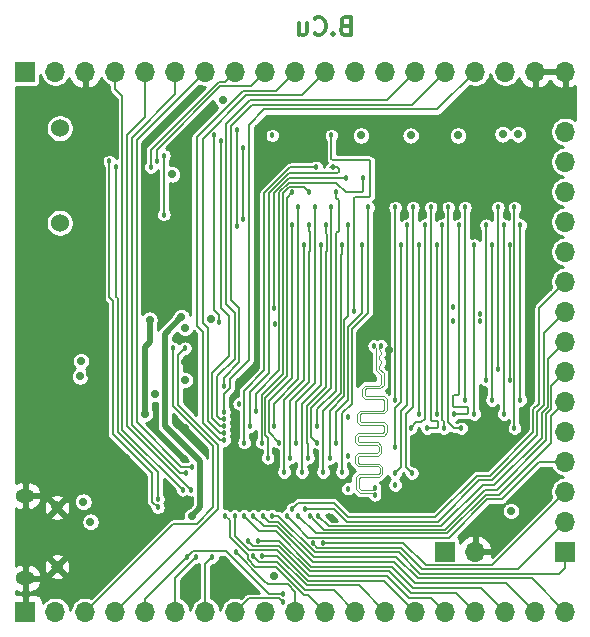
<source format=gbr>
G04 #@! TF.GenerationSoftware,KiCad,Pcbnew,(5.1.5)-3*
G04 #@! TF.CreationDate,2020-06-11T13:52:00+08:00*
G04 #@! TF.ProjectId,imx233-core,696d7832-3333-42d6-936f-72652e6b6963,rev?*
G04 #@! TF.SameCoordinates,Original*
G04 #@! TF.FileFunction,Copper,L4,Bot*
G04 #@! TF.FilePolarity,Positive*
%FSLAX46Y46*%
G04 Gerber Fmt 4.6, Leading zero omitted, Abs format (unit mm)*
G04 Created by KiCad (PCBNEW (5.1.5)-3) date 2020-06-11 13:52:00*
%MOMM*%
%LPD*%
G04 APERTURE LIST*
%ADD10C,0.300000*%
%ADD11C,1.524000*%
%ADD12O,1.700000X1.700000*%
%ADD13R,1.700000X1.700000*%
%ADD14C,1.000000*%
%ADD15O,1.600000X1.200000*%
%ADD16C,0.711200*%
%ADD17C,0.457200*%
%ADD18C,0.508000*%
%ADD19C,0.127000*%
%ADD20C,0.203200*%
%ADD21C,0.093980*%
%ADD22C,0.254000*%
G04 APERTURE END LIST*
D10*
X100434571Y-81348857D02*
X100220285Y-81420285D01*
X100148857Y-81491714D01*
X100077428Y-81634571D01*
X100077428Y-81848857D01*
X100148857Y-81991714D01*
X100220285Y-82063142D01*
X100363142Y-82134571D01*
X100934571Y-82134571D01*
X100934571Y-80634571D01*
X100434571Y-80634571D01*
X100291714Y-80706000D01*
X100220285Y-80777428D01*
X100148857Y-80920285D01*
X100148857Y-81063142D01*
X100220285Y-81206000D01*
X100291714Y-81277428D01*
X100434571Y-81348857D01*
X100934571Y-81348857D01*
X99434571Y-81991714D02*
X99363142Y-82063142D01*
X99434571Y-82134571D01*
X99506000Y-82063142D01*
X99434571Y-81991714D01*
X99434571Y-82134571D01*
X97863142Y-81991714D02*
X97934571Y-82063142D01*
X98148857Y-82134571D01*
X98291714Y-82134571D01*
X98506000Y-82063142D01*
X98648857Y-81920285D01*
X98720285Y-81777428D01*
X98791714Y-81491714D01*
X98791714Y-81277428D01*
X98720285Y-80991714D01*
X98648857Y-80848857D01*
X98506000Y-80706000D01*
X98291714Y-80634571D01*
X98148857Y-80634571D01*
X97934571Y-80706000D01*
X97863142Y-80777428D01*
X96577428Y-81134571D02*
X96577428Y-82134571D01*
X97220285Y-81134571D02*
X97220285Y-81920285D01*
X97148857Y-82063142D01*
X97006000Y-82134571D01*
X96791714Y-82134571D01*
X96648857Y-82063142D01*
X96577428Y-81991714D01*
D11*
X76286000Y-98056000D03*
X76286000Y-90056000D03*
D12*
X119076000Y-85266000D03*
X116536000Y-85266000D03*
X113996000Y-85266000D03*
X111456000Y-85266000D03*
X108916000Y-85266000D03*
X106376000Y-85266000D03*
X103836000Y-85266000D03*
X101296000Y-85266000D03*
X98756000Y-85266000D03*
X96216000Y-85266000D03*
X93676000Y-85266000D03*
X91136000Y-85266000D03*
X88596000Y-85266000D03*
X86056000Y-85266000D03*
X83516000Y-85266000D03*
X80976000Y-85266000D03*
X78436000Y-85266000D03*
X75896000Y-85266000D03*
D13*
X73356000Y-85266000D03*
D14*
X76048500Y-122156000D03*
X76048500Y-127156000D03*
D15*
X73348500Y-121156000D03*
X73348500Y-128156000D03*
D12*
X119076000Y-130986000D03*
X116536000Y-130986000D03*
X113996000Y-130986000D03*
X111456000Y-130986000D03*
X108916000Y-130986000D03*
X106376000Y-130986000D03*
X103836000Y-130986000D03*
X101296000Y-130986000D03*
X98756000Y-130986000D03*
X96216000Y-130986000D03*
X93676000Y-130986000D03*
X91136000Y-130986000D03*
X88596000Y-130986000D03*
X86056000Y-130986000D03*
X83516000Y-130986000D03*
X80976000Y-130986000D03*
X78436000Y-130986000D03*
X75896000Y-130986000D03*
D13*
X73356000Y-130986000D03*
D12*
X119076000Y-90346000D03*
X119076000Y-92886000D03*
X119076000Y-95426000D03*
X119076000Y-97966000D03*
X119076000Y-100506000D03*
X119076000Y-103046000D03*
X119076000Y-105586000D03*
X119076000Y-108126000D03*
X119076000Y-110666000D03*
X119076000Y-113206000D03*
X119076000Y-115746000D03*
X119076000Y-118286000D03*
X119076000Y-120826000D03*
X119076000Y-123366000D03*
D13*
X119076000Y-125906000D03*
D12*
X111456000Y-125906000D03*
D13*
X108916000Y-125906000D03*
D16*
X98786000Y-120756000D03*
X86886000Y-109856000D03*
X86786000Y-118056000D03*
X87686000Y-112656000D03*
D17*
X94466900Y-106656000D03*
D16*
X115986000Y-103856000D03*
X103386000Y-102556000D03*
X106386000Y-120156000D03*
X104139900Y-108856000D03*
X115986000Y-109856000D03*
D17*
X109605100Y-105156000D03*
X109605100Y-106356000D03*
D16*
X96886000Y-89556000D03*
X109286000Y-88556000D03*
X111786000Y-88556000D03*
X116386000Y-88556000D03*
X78886000Y-110856000D03*
X75386000Y-115156000D03*
X75386000Y-111956000D03*
X87286000Y-129856000D03*
X90986000Y-128756000D03*
D17*
X99110838Y-122875100D03*
D16*
X86886000Y-115456000D03*
D17*
X80086000Y-115856000D03*
D16*
X81886000Y-117956000D03*
X81286000Y-122856000D03*
X77386000Y-125956000D03*
X82086000Y-119956000D03*
X84786000Y-101856000D03*
X76686000Y-101756000D03*
X78386000Y-87056000D03*
X103086000Y-90656000D03*
X87886000Y-87056000D03*
X85786000Y-91756000D03*
X83486000Y-114256000D03*
X83886000Y-106256000D03*
X87486000Y-122856000D03*
X86586000Y-106056000D03*
X86886000Y-111356000D03*
X77986000Y-111056000D03*
X78286000Y-121656000D03*
X78886000Y-123356000D03*
X94386000Y-127956000D03*
X114486000Y-122456000D03*
X89076000Y-106166000D03*
X86886000Y-106956000D03*
X85786000Y-93956000D03*
X90086000Y-87656000D03*
D17*
X91466900Y-113356000D03*
X94286000Y-90656000D03*
X100686000Y-120556000D03*
X100686000Y-117756000D03*
X100686000Y-114456000D03*
X104686000Y-120256000D03*
D16*
X115086000Y-90556000D03*
X113786000Y-90556000D03*
X101786000Y-90656000D03*
X105986000Y-90656000D03*
X109986000Y-90656000D03*
D17*
X111886000Y-105756000D03*
X111886000Y-106356000D03*
D16*
X78086000Y-109756000D03*
X84386000Y-112556000D03*
D17*
X101186000Y-105556000D03*
X99286000Y-90656000D03*
X97986000Y-93356000D03*
X91886000Y-116656000D03*
X99386000Y-93356000D03*
X92386000Y-115256000D03*
X94436000Y-105256000D03*
X100486000Y-94256000D03*
X92886000Y-113956000D03*
X101986000Y-94256000D03*
X93386000Y-116656000D03*
X97386000Y-95456000D03*
X93886000Y-117956000D03*
X95986000Y-95456000D03*
X96486000Y-96756000D03*
X94386000Y-115256000D03*
X94866900Y-116656000D03*
X95986000Y-98256000D03*
X95286000Y-119156000D03*
X96986000Y-99956000D03*
X95786000Y-117956000D03*
X97386000Y-98256000D03*
X96286000Y-116656000D03*
X97886000Y-96756000D03*
X96786000Y-119156000D03*
X98386000Y-99956000D03*
X97286000Y-117956000D03*
X98786000Y-98256000D03*
X98086000Y-116656000D03*
X99286000Y-96756000D03*
X98086000Y-115256000D03*
X99686000Y-95456000D03*
X98586000Y-119156000D03*
X100186000Y-99956000D03*
X99186000Y-117956000D03*
X100686000Y-98256000D03*
X101886000Y-99956000D03*
X99686000Y-116656000D03*
X100186000Y-119156000D03*
X102386000Y-96756000D03*
X112386000Y-111356000D03*
X112386000Y-98256000D03*
X113386000Y-110456000D03*
X113386000Y-96756000D03*
X114366900Y-111356000D03*
X114366900Y-99956000D03*
X115286000Y-113056000D03*
X115286000Y-98256000D03*
X104686000Y-113019100D03*
X104686000Y-96756000D03*
X110586000Y-113056000D03*
X110586000Y-96756000D03*
X109686000Y-114256000D03*
X110086000Y-98256000D03*
X110286000Y-115456000D03*
X109186000Y-96756000D03*
X106686000Y-114256000D03*
X106686000Y-99956000D03*
X105986000Y-115456000D03*
X107186000Y-98256000D03*
X107386000Y-115456000D03*
X107686000Y-96756000D03*
X108186000Y-114275100D03*
X108186000Y-99956000D03*
X108786000Y-115456000D03*
X108686000Y-98256000D03*
X104686000Y-117056000D03*
X105186000Y-99956000D03*
X111386000Y-114256000D03*
X111386000Y-99956000D03*
X112886000Y-113056000D03*
X112886000Y-99956000D03*
X113886000Y-114256000D03*
X113886000Y-98256000D03*
X114786000Y-115456000D03*
X114786000Y-96756000D03*
X104686000Y-119256000D03*
X105686000Y-98256000D03*
X106086000Y-119256000D03*
X106186000Y-96756000D03*
X98186000Y-122852231D03*
X97495100Y-122856000D03*
X96486000Y-122856000D03*
X95986000Y-122256000D03*
X87486000Y-118756000D03*
X98586000Y-125125100D03*
X97086000Y-122256000D03*
X97686000Y-125156000D03*
X86986000Y-119256000D03*
X93095100Y-124956000D03*
X89786000Y-106456000D03*
X89386000Y-90656000D03*
X90186000Y-111856000D03*
X90186000Y-114056000D03*
X90186000Y-114656000D03*
X90186000Y-115256000D03*
X89928800Y-91156000D03*
X90186000Y-115856000D03*
X90212204Y-116476376D03*
X95495100Y-122856000D03*
X84586000Y-122156000D03*
X80486000Y-92856000D03*
X84486000Y-92856000D03*
X84586000Y-121456000D03*
X81086000Y-93356000D03*
X83986000Y-93356000D03*
X87386000Y-120656000D03*
X86686000Y-120656000D03*
X87786000Y-126356000D03*
X94256900Y-122856000D03*
X91886000Y-122856000D03*
X93486000Y-122856000D03*
X91086000Y-122856000D03*
X93386000Y-126256000D03*
X92686000Y-122856000D03*
X92186000Y-124956000D03*
X91186000Y-125956000D03*
X92686000Y-126256000D03*
X90286000Y-122856000D03*
X95186000Y-130156000D03*
X89186000Y-126356000D03*
X87086000Y-126356000D03*
X95186000Y-129456000D03*
X85086000Y-97356000D03*
X85086000Y-92356000D03*
X102947000Y-120507900D03*
X103478100Y-108456000D03*
X102947000Y-121092100D03*
X102893900Y-108456000D03*
X91286000Y-90156000D03*
X91286000Y-98356000D03*
X91786000Y-91756000D03*
X91786000Y-97756000D03*
X86886000Y-108656000D03*
X85886000Y-108656000D03*
D18*
X83886000Y-108156000D02*
X83886000Y-106256000D01*
X83486000Y-114256000D02*
X83486000Y-108556000D01*
X83486000Y-108556000D02*
X83886000Y-108156000D01*
X88186000Y-122156000D02*
X87486000Y-122856000D01*
X85186000Y-115256000D02*
X88186000Y-118256000D01*
X88186000Y-118256000D02*
X88186000Y-122156000D01*
X85186000Y-107456000D02*
X85186000Y-115256000D01*
X86586000Y-106056000D02*
X85186000Y-107456000D01*
D19*
X102486000Y-92756000D02*
X102586000Y-92856000D01*
X99386000Y-92756000D02*
X102486000Y-92756000D01*
X101186000Y-95956000D02*
X101186000Y-105556000D01*
X101286000Y-95856000D02*
X101186000Y-95956000D01*
X102586000Y-92856000D02*
X102586000Y-95756000D01*
X99286000Y-92656000D02*
X99386000Y-92756000D01*
X102586000Y-95756000D02*
X102486000Y-95856000D01*
X102486000Y-95856000D02*
X101286000Y-95856000D01*
X99286000Y-92656000D02*
X99286000Y-90656000D01*
X93586000Y-95556000D02*
X95786000Y-93356000D01*
X93586000Y-110556000D02*
X93586000Y-95556000D01*
X91886000Y-116656000D02*
X91886000Y-112256000D01*
X91886000Y-112256000D02*
X93586000Y-110556000D01*
X97662711Y-93356000D02*
X97986000Y-93356000D01*
X95786000Y-93356000D02*
X97662711Y-93356000D01*
X93986000Y-95556000D02*
X95686000Y-93856000D01*
X92386000Y-112356000D02*
X93986000Y-110756000D01*
X95686000Y-93856000D02*
X99786000Y-93856000D01*
X93986000Y-110756000D02*
X93986000Y-95556000D01*
X92386000Y-115256000D02*
X92386000Y-112356000D01*
X99786000Y-93856000D02*
X99886000Y-93756000D01*
X99886000Y-93756000D02*
X99886000Y-93456000D01*
X99886000Y-93456000D02*
X99786000Y-93356000D01*
X99786000Y-93356000D02*
X99186000Y-93356000D01*
X95686000Y-94256000D02*
X100486000Y-94256000D01*
X94436000Y-105256000D02*
X94436000Y-95506000D01*
X94436000Y-95506000D02*
X95686000Y-94256000D01*
X101986000Y-94256000D02*
X101986000Y-95356000D01*
X94886000Y-95456000D02*
X95686000Y-94656000D01*
X95686000Y-94656000D02*
X99686000Y-94656000D01*
X94886000Y-110556000D02*
X94886000Y-95456000D01*
X92886000Y-113956000D02*
X92886000Y-112556000D01*
X99686000Y-94656000D02*
X100486000Y-95456000D01*
X92886000Y-112556000D02*
X94886000Y-110556000D01*
X100486000Y-95456000D02*
X101886000Y-95456000D01*
X101886000Y-95456000D02*
X101986000Y-95356000D01*
X97157401Y-95227401D02*
X97386000Y-95456000D01*
X93386000Y-112656000D02*
X95186000Y-110856000D01*
X93386000Y-116656000D02*
X93386000Y-112656000D01*
X96966899Y-95036899D02*
X97157401Y-95227401D01*
X95186000Y-110856000D02*
X95186000Y-95556000D01*
X95186000Y-95556000D02*
X95705101Y-95036899D01*
X95705101Y-95036899D02*
X96966899Y-95036899D01*
X95486000Y-95956000D02*
X95986000Y-95456000D01*
X93886000Y-117956000D02*
X93886000Y-116256000D01*
X93886000Y-116256000D02*
X93686000Y-116056000D01*
X93686000Y-112856000D02*
X95486000Y-111056000D01*
X93686000Y-116056000D02*
X93686000Y-112856000D01*
X95486000Y-111056000D02*
X95486000Y-95956000D01*
X96486000Y-111256000D02*
X94386000Y-113356000D01*
X96486000Y-98256000D02*
X96486000Y-111256000D01*
X94386000Y-113356000D02*
X94386000Y-115256000D01*
X96486000Y-98256000D02*
X96486000Y-96756000D01*
X95986000Y-98256000D02*
X95986000Y-111156000D01*
X95986000Y-111156000D02*
X93966899Y-113175101D01*
X93966899Y-113175101D02*
X93966899Y-115755999D01*
X93966899Y-115755999D02*
X94866900Y-116656000D01*
X96986000Y-111356000D02*
X95286000Y-113056000D01*
X96986000Y-99956000D02*
X96986000Y-111356000D01*
X95286000Y-113056000D02*
X95286000Y-119156000D01*
X97386000Y-100556000D02*
X97486000Y-100456000D01*
X97486000Y-100456000D02*
X97486000Y-98856000D01*
X97386000Y-111556000D02*
X97386000Y-100556000D01*
X95786000Y-113156000D02*
X97386000Y-111556000D01*
X97486000Y-98856000D02*
X97386000Y-98756000D01*
X95786000Y-117956000D02*
X95786000Y-113156000D01*
X97386000Y-98756000D02*
X97386000Y-98256000D01*
X97886000Y-111656000D02*
X96286000Y-113256000D01*
X97886000Y-98256000D02*
X97886000Y-111656000D01*
X96286000Y-113256000D02*
X96286000Y-116656000D01*
X97886000Y-98256000D02*
X97886000Y-96756000D01*
X96786000Y-113356000D02*
X98386000Y-111756000D01*
X96786000Y-119156000D02*
X96786000Y-113356000D01*
X98386000Y-111756000D02*
X98386000Y-99956000D01*
X97186000Y-113556000D02*
X98786000Y-111956000D01*
X97286000Y-116756000D02*
X97186000Y-116656000D01*
X97186000Y-116656000D02*
X97186000Y-113556000D01*
X98786000Y-98956000D02*
X98786000Y-98256000D01*
X98786000Y-111956000D02*
X98786000Y-100556000D01*
X97286000Y-117956000D02*
X97286000Y-116756000D01*
X98786000Y-100556000D02*
X98886000Y-100456000D01*
X98886000Y-100456000D02*
X98886000Y-99056000D01*
X98886000Y-99056000D02*
X98786000Y-98956000D01*
X97586000Y-113756000D02*
X99286000Y-112056000D01*
X98086000Y-116656000D02*
X97586000Y-116156000D01*
X99286000Y-112056000D02*
X99286000Y-97456000D01*
X97586000Y-116156000D02*
X97586000Y-113756000D01*
X99286000Y-97456000D02*
X99286000Y-96756000D01*
X99686000Y-112256000D02*
X99686000Y-98956000D01*
X99686000Y-95956000D02*
X99686000Y-95456000D01*
X98086000Y-115256000D02*
X98086000Y-113856000D01*
X99886000Y-98756000D02*
X99886000Y-96156000D01*
X99686000Y-98956000D02*
X99886000Y-98756000D01*
X98086000Y-113856000D02*
X99686000Y-112256000D01*
X99886000Y-96156000D02*
X99686000Y-95956000D01*
X98586000Y-119156000D02*
X98586000Y-113956000D01*
X98586000Y-113956000D02*
X100086000Y-112456000D01*
X100086000Y-112456000D02*
X100086000Y-100756000D01*
X100086000Y-100756000D02*
X100186000Y-100656000D01*
X100186000Y-100656000D02*
X100186000Y-99956000D01*
X100686000Y-105956000D02*
X100686000Y-98256000D01*
X100686000Y-105956000D02*
X100386000Y-106256000D01*
X100386000Y-106256000D02*
X100386000Y-112756000D01*
X100386000Y-112756000D02*
X99186000Y-113956000D01*
X99186000Y-113956000D02*
X99186000Y-117956000D01*
X101886000Y-105656000D02*
X101886000Y-99956000D01*
X99686000Y-116656000D02*
X99686000Y-114056000D01*
X99686000Y-114056000D02*
X100686000Y-113056000D01*
X100686000Y-106856000D02*
X101886000Y-105656000D01*
X100686000Y-113056000D02*
X100686000Y-106856000D01*
X100186000Y-119156000D02*
X100186000Y-114156000D01*
X100186000Y-114156000D02*
X100986000Y-113356000D01*
X100986000Y-113356000D02*
X100986000Y-107056000D01*
X100986000Y-107056000D02*
X102386000Y-105656000D01*
X102386000Y-105656000D02*
X102386000Y-96756000D01*
X112386000Y-98256000D02*
X112386000Y-111356000D01*
X113386000Y-110456000D02*
X113386000Y-96756000D01*
X114366900Y-111356000D02*
X114366900Y-99956000D01*
X115286000Y-98256000D02*
X115286000Y-113056000D01*
X104686000Y-113019100D02*
X104686000Y-96756000D01*
X110586000Y-96756000D02*
X110586000Y-113056000D01*
X109986000Y-112656000D02*
X110086000Y-112556000D01*
X110086000Y-112556000D02*
X110086000Y-98256000D01*
X109686000Y-112656000D02*
X109986000Y-112656000D01*
X109586000Y-112756000D02*
X109686000Y-112656000D01*
X109586000Y-113556000D02*
X109586000Y-112756000D01*
X109686000Y-113656000D02*
X109586000Y-113556000D01*
X110786000Y-113656000D02*
X109686000Y-113656000D01*
X110886000Y-113756000D02*
X110786000Y-113656000D01*
X110886000Y-114156000D02*
X110886000Y-113756000D01*
X109686000Y-114256000D02*
X110786000Y-114256000D01*
X110786000Y-114256000D02*
X110886000Y-114156000D01*
X109186000Y-114956000D02*
X109686000Y-115456000D01*
X109186000Y-96756000D02*
X109186000Y-114956000D01*
X109686000Y-115456000D02*
X110286000Y-115456000D01*
X106686000Y-99956000D02*
X106686000Y-113956000D01*
X106686000Y-113956000D02*
X106686000Y-114256000D01*
X106886000Y-114956000D02*
X107186000Y-114656000D01*
X107186000Y-98256000D02*
X107186000Y-114656000D01*
X106486000Y-114956000D02*
X105986000Y-115456000D01*
X106886000Y-114956000D02*
X106486000Y-114956000D01*
X108286000Y-114956000D02*
X108286000Y-115356000D01*
X107786000Y-114856000D02*
X108186000Y-114856000D01*
X108186000Y-114856000D02*
X108286000Y-114956000D01*
X108186000Y-115456000D02*
X107386000Y-115456000D01*
X107686000Y-96756000D02*
X107686000Y-114756000D01*
X107686000Y-114756000D02*
X107786000Y-114856000D01*
X108286000Y-115356000D02*
X108186000Y-115456000D01*
X108186000Y-114275100D02*
X108186000Y-99956000D01*
X108686000Y-114756000D02*
X108786000Y-114856000D01*
X108686000Y-98256000D02*
X108686000Y-114756000D01*
X108786000Y-114856000D02*
X108786000Y-115456000D01*
X104686000Y-117056000D02*
X104686000Y-113756000D01*
X104686000Y-113756000D02*
X105186000Y-113256000D01*
X105186000Y-113256000D02*
X105186000Y-100279289D01*
X105186000Y-100279289D02*
X105186000Y-99956000D01*
X111386000Y-99956000D02*
X111386000Y-114256000D01*
X112886000Y-99956000D02*
X112886000Y-113056000D01*
X113886000Y-98256000D02*
X113886000Y-114256000D01*
X114786000Y-96756000D02*
X114786000Y-112956000D01*
X114786000Y-112956000D02*
X114786000Y-115456000D01*
X105686000Y-98256000D02*
X105686000Y-113456000D01*
X105186000Y-118756000D02*
X104686000Y-119256000D01*
X105186000Y-113956000D02*
X105186000Y-118756000D01*
X105686000Y-113456000D02*
X105186000Y-113956000D01*
X105566899Y-118736899D02*
X106086000Y-119256000D01*
X106186000Y-96756000D02*
X106186000Y-113656000D01*
X105566899Y-114275101D02*
X105566899Y-118736899D01*
X106186000Y-113656000D02*
X105566899Y-114275101D01*
X99089769Y-123756000D02*
X98186000Y-122852231D01*
X99286000Y-123756000D02*
X99089769Y-123756000D01*
X99176406Y-123756000D02*
X99286000Y-123756000D01*
X112086000Y-120256000D02*
X108586000Y-123756000D01*
X113086000Y-120256000D02*
X112086000Y-120256000D01*
X119076000Y-108126000D02*
X117586000Y-109616000D01*
X117586000Y-109616000D02*
X117586000Y-113656000D01*
X117586000Y-113656000D02*
X117086000Y-114156000D01*
X117086000Y-114156000D02*
X117086000Y-116256000D01*
X108586000Y-123756000D02*
X99286000Y-123756000D01*
X117086000Y-116256000D02*
X113086000Y-120256000D01*
X97723699Y-123084599D02*
X97495100Y-122856000D01*
X97723699Y-123093699D02*
X97723699Y-123084599D01*
X98686000Y-124056000D02*
X97723699Y-123093699D01*
X108886000Y-124056000D02*
X98686000Y-124056000D01*
X112286000Y-120656000D02*
X108886000Y-124056000D01*
X113286000Y-120656000D02*
X112286000Y-120656000D01*
X119076000Y-110666000D02*
X117886000Y-111856000D01*
X117886000Y-111856000D02*
X117886000Y-113856000D01*
X117886000Y-113856000D02*
X117486000Y-114256000D01*
X117486000Y-116456000D02*
X113286000Y-120656000D01*
X117486000Y-114256000D02*
X117486000Y-116456000D01*
X117886000Y-114396000D02*
X118226001Y-114055999D01*
X117886000Y-116656000D02*
X117886000Y-114396000D01*
X97986000Y-124356000D02*
X109086000Y-124356000D01*
X96486000Y-122856000D02*
X97986000Y-124356000D01*
X118226001Y-114055999D02*
X119076000Y-113206000D01*
X109086000Y-124356000D02*
X112386000Y-121056000D01*
X112386000Y-121056000D02*
X113486000Y-121056000D01*
X113486000Y-121056000D02*
X117886000Y-116656000D01*
X96486000Y-121756000D02*
X95986000Y-122256000D01*
X99486000Y-121756000D02*
X96486000Y-121756000D01*
X100686000Y-122956000D02*
X99486000Y-121756000D01*
X108086000Y-122956000D02*
X100686000Y-122956000D01*
X119076000Y-103046000D02*
X116886000Y-105236000D01*
X111586000Y-119456000D02*
X108086000Y-122956000D01*
X112686000Y-119456000D02*
X111586000Y-119456000D01*
X116886000Y-105236000D02*
X116886000Y-113356000D01*
X116886000Y-113356000D02*
X116386000Y-113856000D01*
X116386000Y-113856000D02*
X116386000Y-115756000D01*
X116386000Y-115756000D02*
X112686000Y-119456000D01*
X82786000Y-91076000D02*
X88596000Y-85266000D01*
X82786000Y-114956000D02*
X82786000Y-91076000D01*
X86586000Y-118756000D02*
X82786000Y-114956000D01*
X87486000Y-118756000D02*
X86586000Y-118756000D01*
X107286000Y-127056000D02*
X112846000Y-127056000D01*
X112846000Y-127056000D02*
X119076000Y-120826000D01*
X105355100Y-125125100D02*
X107286000Y-127056000D01*
X105355100Y-125125100D02*
X98586000Y-125125100D01*
X99486000Y-122256000D02*
X97086000Y-122256000D01*
X100586000Y-123356000D02*
X99486000Y-122256000D01*
X112886000Y-119856000D02*
X111786000Y-119856000D01*
X111786000Y-119856000D02*
X108286000Y-123356000D01*
X119076000Y-105586000D02*
X117286000Y-107376000D01*
X108286000Y-123356000D02*
X100586000Y-123356000D01*
X117286000Y-113456000D02*
X116686000Y-114056000D01*
X117286000Y-107376000D02*
X117286000Y-113456000D01*
X116686000Y-114056000D02*
X116686000Y-116056000D01*
X116686000Y-116056000D02*
X112886000Y-119856000D01*
X115086000Y-127356000D02*
X119076000Y-123366000D01*
X106986000Y-127356000D02*
X115086000Y-127356000D01*
X97686000Y-125156000D02*
X98086000Y-125556000D01*
X105186000Y-125556000D02*
X106986000Y-127356000D01*
X98086000Y-125556000D02*
X105186000Y-125556000D01*
X82386000Y-90856000D02*
X86056000Y-87186000D01*
X82386000Y-115156000D02*
X82386000Y-90856000D01*
X86986000Y-119256000D02*
X86486000Y-119256000D01*
X86056000Y-87186000D02*
X86056000Y-85266000D01*
X86486000Y-119256000D02*
X82386000Y-115156000D01*
X109826000Y-129356000D02*
X111456000Y-130986000D01*
X97486000Y-127556000D02*
X104186000Y-127556000D01*
X94886000Y-124956000D02*
X97486000Y-127556000D01*
X93095100Y-124956000D02*
X94886000Y-124956000D01*
X105986000Y-129356000D02*
X109826000Y-129356000D01*
X104186000Y-127556000D02*
X105986000Y-129356000D01*
X89786000Y-105856000D02*
X89786000Y-106456000D01*
X89386000Y-105456000D02*
X89786000Y-105856000D01*
X89386000Y-90656000D02*
X89386000Y-105456000D01*
D20*
X90186000Y-111156000D02*
X90186000Y-111856000D01*
X91486000Y-109856000D02*
X90186000Y-111156000D01*
X108916000Y-85266000D02*
X106126000Y-88056000D01*
X91486000Y-105256000D02*
X91486000Y-109856000D01*
X90786000Y-89856000D02*
X90786000Y-104556000D01*
X106126000Y-88056000D02*
X92586000Y-88056000D01*
X92586000Y-88056000D02*
X90786000Y-89856000D01*
X90786000Y-104556000D02*
X91486000Y-105256000D01*
X90186000Y-112556000D02*
X90186000Y-114056000D01*
X90586000Y-112156000D02*
X90186000Y-112556000D01*
X90586000Y-112132658D02*
X90586000Y-112156000D01*
X90686000Y-112032658D02*
X90586000Y-112132658D01*
X108266000Y-88456000D02*
X93586000Y-88456000D01*
X93586000Y-88456000D02*
X92286000Y-89756000D01*
X90686000Y-111256000D02*
X90686000Y-112032658D01*
X111456000Y-85266000D02*
X108266000Y-88456000D01*
X92286000Y-109656000D02*
X90686000Y-111256000D01*
X92286000Y-89756000D02*
X92286000Y-109656000D01*
X89862711Y-114656000D02*
X90186000Y-114656000D01*
X91086000Y-109556000D02*
X89586000Y-111056000D01*
X91086000Y-105656000D02*
X91086000Y-109556000D01*
X89586000Y-114379289D02*
X89862711Y-114656000D01*
X106376000Y-85266000D02*
X103986000Y-87656000D01*
X92386000Y-87656000D02*
X90386000Y-89656000D01*
X89586000Y-111056000D02*
X89586000Y-114379289D01*
X90386000Y-89656000D02*
X90386000Y-104956000D01*
X103986000Y-87656000D02*
X92386000Y-87656000D01*
X90386000Y-104956000D02*
X91086000Y-105656000D01*
X89862711Y-115256000D02*
X90186000Y-115256000D01*
X89186000Y-114579289D02*
X89862711Y-115256000D01*
X89928800Y-105298800D02*
X90586000Y-105956000D01*
X90586000Y-109356000D02*
X89186000Y-110756000D01*
X89928800Y-91156000D02*
X89928800Y-105298800D01*
X90586000Y-105956000D02*
X90586000Y-109356000D01*
X89186000Y-110756000D02*
X89186000Y-114579289D01*
X96766000Y-87256000D02*
X98756000Y-85266000D01*
X92086000Y-87256000D02*
X96766000Y-87256000D01*
X88386000Y-90956000D02*
X92086000Y-87256000D01*
X89862711Y-115856000D02*
X88824355Y-114817645D01*
X88824355Y-114817645D02*
X88824355Y-106994355D01*
X88824355Y-106994355D02*
X88386000Y-106556000D01*
X90186000Y-115856000D02*
X89862711Y-115856000D01*
X88386000Y-106556000D02*
X88386000Y-90956000D01*
X94626000Y-86856000D02*
X96216000Y-85266000D01*
X91819014Y-86856000D02*
X94626000Y-86856000D01*
X90212204Y-116476376D02*
X89888915Y-116476376D01*
X88386000Y-107256000D02*
X87886000Y-106756000D01*
X88386000Y-114973460D02*
X88386000Y-107256000D01*
X89888915Y-116476376D02*
X88386000Y-114973460D01*
X87886000Y-90789014D02*
X91819014Y-86856000D01*
X87886000Y-106756000D02*
X87886000Y-90789014D01*
D19*
X112486000Y-121456000D02*
X113686000Y-121456000D01*
X96195100Y-123556000D02*
X96186000Y-123556000D01*
X116856000Y-118286000D02*
X119076000Y-118286000D01*
X95495100Y-122856000D02*
X96195100Y-123556000D01*
X96186000Y-123556000D02*
X97336000Y-124706000D01*
X113686000Y-121456000D02*
X116856000Y-118286000D01*
X97336000Y-124706000D02*
X109236000Y-124706000D01*
X109236000Y-124706000D02*
X112486000Y-121456000D01*
X84086000Y-121656000D02*
X84586000Y-122156000D01*
X80486000Y-104356000D02*
X80786000Y-104656000D01*
X80786000Y-115956000D02*
X84086000Y-119256000D01*
X80486000Y-92856000D02*
X80486000Y-104356000D01*
X80786000Y-104656000D02*
X80786000Y-115956000D01*
X84086000Y-119256000D02*
X84086000Y-121656000D01*
X92486000Y-86456000D02*
X93676000Y-85266000D01*
X89886000Y-86456000D02*
X92486000Y-86456000D01*
X84486000Y-92856000D02*
X84486000Y-91856000D01*
X84486000Y-91856000D02*
X89886000Y-86456000D01*
X84586000Y-119156000D02*
X84586000Y-121456000D01*
X81186000Y-104456000D02*
X81186000Y-115756000D01*
X81086000Y-93356000D02*
X81086000Y-104356000D01*
X81186000Y-115756000D02*
X84586000Y-119156000D01*
X81086000Y-104356000D02*
X81186000Y-104456000D01*
X90286001Y-86115999D02*
X91136000Y-85266000D01*
X89726001Y-86115999D02*
X90286001Y-86115999D01*
X83986000Y-91856000D02*
X89726001Y-86115999D01*
X83986000Y-93356000D02*
X83986000Y-91856000D01*
X81986000Y-115256000D02*
X87386000Y-120656000D01*
X83516000Y-85266000D02*
X83516000Y-89126000D01*
X81986000Y-90656000D02*
X81986000Y-115256000D01*
X83516000Y-89126000D02*
X81986000Y-90656000D01*
X86686000Y-120656000D02*
X81586000Y-115556000D01*
X80976000Y-86746000D02*
X80976000Y-85266000D01*
X81586000Y-87356000D02*
X80976000Y-86746000D01*
X81586000Y-115556000D02*
X81586000Y-87356000D01*
X86056000Y-128086000D02*
X86056000Y-130986000D01*
X87786000Y-126356000D02*
X86056000Y-128086000D01*
X119076000Y-127266000D02*
X119076000Y-125906000D01*
X118586000Y-127756000D02*
X119076000Y-127266000D01*
X94256900Y-122856000D02*
X94786000Y-122856000D01*
X94786000Y-122856000D02*
X97886000Y-125956000D01*
X104986000Y-125956000D02*
X106786000Y-127756000D01*
X106786000Y-127756000D02*
X118586000Y-127756000D01*
X97886000Y-125956000D02*
X104986000Y-125956000D01*
X111966000Y-128956000D02*
X113996000Y-130986000D01*
X93186000Y-124156000D02*
X94586000Y-124156000D01*
X91886000Y-122856000D02*
X93186000Y-124156000D01*
X104386000Y-127156000D02*
X106186000Y-128956000D01*
X94586000Y-124156000D02*
X97586000Y-127156000D01*
X106186000Y-128956000D02*
X111966000Y-128956000D01*
X97586000Y-127156000D02*
X104386000Y-127156000D01*
X106586000Y-128156000D02*
X116246000Y-128156000D01*
X93486000Y-122856000D02*
X93986000Y-123356000D01*
X93986000Y-123356000D02*
X94786000Y-123356000D01*
X94786000Y-123356000D02*
X97786000Y-126356000D01*
X104786000Y-126356000D02*
X106586000Y-128156000D01*
X116246000Y-128156000D02*
X119076000Y-130986000D01*
X97786000Y-126356000D02*
X104786000Y-126356000D01*
X103946000Y-128556000D02*
X106376000Y-130986000D01*
X103746000Y-128356000D02*
X103946000Y-128556000D01*
X91086000Y-122856000D02*
X91086000Y-124556000D01*
X94686000Y-125756000D02*
X97286000Y-128356000D01*
X97286000Y-128356000D02*
X103746000Y-128356000D01*
X91086000Y-124556000D02*
X92286000Y-125756000D01*
X92286000Y-125756000D02*
X94686000Y-125756000D01*
X101606000Y-128756000D02*
X103836000Y-130986000D01*
X97186000Y-128756000D02*
X101606000Y-128756000D01*
X94686000Y-126256000D02*
X97186000Y-128756000D01*
X93386000Y-126256000D02*
X94686000Y-126256000D01*
X106386000Y-128556000D02*
X114106000Y-128556000D01*
X114106000Y-128556000D02*
X116536000Y-130986000D01*
X92686000Y-122856000D02*
X93586000Y-123756000D01*
X93586000Y-123756000D02*
X94686000Y-123756000D01*
X97686000Y-126756000D02*
X104586000Y-126756000D01*
X94686000Y-123756000D02*
X97686000Y-126756000D01*
X104586000Y-126756000D02*
X106386000Y-128556000D01*
X107736000Y-129806000D02*
X108916000Y-130986000D01*
X105836000Y-129806000D02*
X107736000Y-129806000D01*
X92186000Y-124956000D02*
X92686000Y-125456000D01*
X92686000Y-125456000D02*
X94886000Y-125456000D01*
X94886000Y-125456000D02*
X97386000Y-127956000D01*
X97386000Y-127956000D02*
X103986000Y-127956000D01*
X103986000Y-127956000D02*
X105836000Y-129806000D01*
X93886000Y-128656000D02*
X93586000Y-128356000D01*
X95586000Y-128656000D02*
X93886000Y-128656000D01*
X96216000Y-129286000D02*
X95586000Y-128656000D01*
X93586000Y-128356000D02*
X91186000Y-125956000D01*
X96216000Y-130986000D02*
X96216000Y-129286000D01*
X99466000Y-129156000D02*
X101296000Y-130986000D01*
X97086000Y-129156000D02*
X99466000Y-129156000D01*
X94686000Y-126756000D02*
X97086000Y-129156000D01*
X93186000Y-126756000D02*
X94686000Y-126756000D01*
X92686000Y-126256000D02*
X93186000Y-126756000D01*
X94586000Y-127156000D02*
X96986000Y-129556000D01*
X92786000Y-127156000D02*
X94586000Y-127156000D01*
X90286000Y-122856000D02*
X90686000Y-123256000D01*
X90686000Y-123256000D02*
X90686000Y-124656000D01*
X92186000Y-126556000D02*
X92786000Y-127156000D01*
X90686000Y-124656000D02*
X92186000Y-126156000D01*
X92186000Y-126156000D02*
X92186000Y-126556000D01*
X97326000Y-129556000D02*
X98756000Y-130986000D01*
X96986000Y-129556000D02*
X97326000Y-129556000D01*
X92266000Y-129856000D02*
X91136000Y-130986000D01*
X95186000Y-130156000D02*
X94886000Y-129856000D01*
X94886000Y-129856000D02*
X92266000Y-129856000D01*
X88596000Y-126946000D02*
X89186000Y-126356000D01*
X88596000Y-130986000D02*
X88596000Y-126946000D01*
X83516000Y-129926000D02*
X83516000Y-130986000D01*
X87086000Y-126356000D02*
X83516000Y-129926000D01*
X87086000Y-126356000D02*
X87586000Y-125856000D01*
X87586000Y-125856000D02*
X90286000Y-125856000D01*
X90286000Y-125856000D02*
X90386000Y-125856000D01*
X90386000Y-125856000D02*
X93686000Y-129156000D01*
X93686000Y-129156000D02*
X93886000Y-129356000D01*
X93886000Y-129356000D02*
X93986000Y-129456000D01*
X93986000Y-129456000D02*
X94886000Y-129456000D01*
X94886000Y-129456000D02*
X95186000Y-129456000D01*
X85086000Y-97356000D02*
X85086000Y-92356000D01*
D21*
X101775768Y-120689510D02*
X102765390Y-120689510D01*
X103731768Y-114166490D02*
X101831768Y-114166490D01*
X101596490Y-120510232D02*
X101775768Y-120689510D01*
X101831768Y-114166490D02*
X101696490Y-114301768D01*
X103596490Y-118710232D02*
X103596490Y-119301768D01*
X103996490Y-113901768D02*
X103731768Y-114166490D01*
X101596490Y-119701768D02*
X101596490Y-120510232D01*
X102231768Y-112745510D02*
X103731768Y-112745510D01*
X101631768Y-118445510D02*
X103331768Y-118445510D01*
X102096490Y-112610232D02*
X102231768Y-112745510D01*
X103996490Y-113010232D02*
X103996490Y-113901768D01*
X101496490Y-117901768D02*
X101496490Y-118310232D01*
X101496490Y-118310232D02*
X101631768Y-118445510D01*
X103696490Y-111801768D02*
X103431768Y-112066490D01*
X103696490Y-110810232D02*
X103696490Y-111801768D01*
X103486000Y-108956000D02*
X103486000Y-109156000D01*
X103231768Y-116645510D02*
X103496490Y-116910232D01*
X103731768Y-112745510D02*
X103996490Y-113010232D01*
X103296490Y-108766490D02*
X103486000Y-108956000D01*
X103486000Y-109956000D02*
X103296490Y-110145510D01*
X102231768Y-112066490D02*
X102096490Y-112201768D01*
X103486000Y-109156000D02*
X103296490Y-109345510D01*
X101631768Y-116645510D02*
X103231768Y-116645510D01*
X103478100Y-108456000D02*
X103296490Y-108637610D01*
X103231768Y-117766490D02*
X101631768Y-117766490D01*
X103296490Y-109345510D02*
X103296490Y-109566490D01*
X102765390Y-120689510D02*
X102947000Y-120507900D01*
X103296490Y-109566490D02*
X103486000Y-109756000D01*
X101496490Y-116201768D02*
X101496490Y-116510232D01*
X103486000Y-109756000D02*
X103486000Y-109956000D01*
X103731768Y-116066490D02*
X101631768Y-116066490D01*
X103296490Y-110145510D02*
X103296490Y-110410232D01*
X103431768Y-112066490D02*
X102231768Y-112066490D01*
X103296490Y-110410232D02*
X103696490Y-110810232D01*
X101696490Y-114301768D02*
X101696490Y-114810232D01*
X101631768Y-117766490D02*
X101496490Y-117901768D01*
X101696490Y-114810232D02*
X101831768Y-114945510D01*
X101831768Y-114945510D02*
X103731768Y-114945510D01*
X103731768Y-114945510D02*
X103996490Y-115210232D01*
X101496490Y-116510232D02*
X101631768Y-116645510D01*
X103996490Y-115801768D02*
X103731768Y-116066490D01*
X103296490Y-108637610D02*
X103296490Y-108766490D01*
X103331768Y-119566490D02*
X101731768Y-119566490D01*
X101631768Y-116066490D02*
X101496490Y-116201768D01*
X103496490Y-116910232D02*
X103496490Y-117501768D01*
X102096490Y-112201768D02*
X102096490Y-112610232D01*
X103496490Y-117501768D02*
X103231768Y-117766490D01*
X103996490Y-115210232D02*
X103996490Y-115801768D01*
X103331768Y-118445510D02*
X103596490Y-118710232D01*
X103596490Y-119301768D02*
X103331768Y-119566490D01*
X101731768Y-119566490D02*
X101596490Y-119701768D01*
X103275510Y-117001768D02*
X103140232Y-116866490D01*
X103140232Y-117545510D02*
X103275510Y-117410232D01*
X101540232Y-117545510D02*
X103140232Y-117545510D01*
X102765390Y-120910490D02*
X101684232Y-120910490D01*
X101275510Y-116601768D02*
X101275510Y-116110232D01*
X101275510Y-117810232D02*
X101540232Y-117545510D01*
X102140232Y-111845510D02*
X103340232Y-111845510D01*
X101275510Y-118401768D02*
X101275510Y-117810232D01*
X101875510Y-112110232D02*
X102140232Y-111845510D01*
X101275510Y-116110232D02*
X101540232Y-115845510D01*
X101540232Y-118666490D02*
X101275510Y-118401768D01*
X103240232Y-118666490D02*
X101540232Y-118666490D01*
X103375510Y-119210232D02*
X103375510Y-118801768D01*
X101540232Y-116866490D02*
X101275510Y-116601768D01*
X103375510Y-118801768D02*
X103240232Y-118666490D01*
X101875510Y-112701768D02*
X101875510Y-112110232D01*
X103275510Y-117410232D02*
X103275510Y-117001768D01*
X103640232Y-113945510D02*
X103775510Y-113810232D01*
X101375510Y-120601768D02*
X101375510Y-119610232D01*
X101740232Y-115166490D02*
X101475510Y-114901768D01*
X103640232Y-115166490D02*
X101740232Y-115166490D01*
X103140232Y-116866490D02*
X101540232Y-116866490D01*
X103775510Y-115301768D02*
X103640232Y-115166490D01*
X101375510Y-119610232D02*
X101640232Y-119345510D01*
X101640232Y-119345510D02*
X103240232Y-119345510D01*
X102140232Y-112966490D02*
X101875510Y-112701768D01*
X103475510Y-110901768D02*
X103075510Y-110501768D01*
X102947000Y-121092100D02*
X102765390Y-120910490D01*
X103240232Y-119345510D02*
X103375510Y-119210232D01*
X101540232Y-115845510D02*
X103640232Y-115845510D01*
X103640232Y-115845510D02*
X103775510Y-115710232D01*
X101475510Y-114901768D02*
X101475510Y-114210232D01*
X101475510Y-114210232D02*
X101740232Y-113945510D01*
X101740232Y-113945510D02*
X103640232Y-113945510D01*
X103775510Y-113810232D02*
X103775510Y-113101768D01*
X103775510Y-113101768D02*
X103640232Y-112966490D01*
X103775510Y-115710232D02*
X103775510Y-115301768D01*
X103640232Y-112966490D02*
X102140232Y-112966490D01*
X101684232Y-120910490D02*
X101375510Y-120601768D01*
X103340232Y-111845510D02*
X103475510Y-111710232D01*
X103075510Y-108637610D02*
X102893900Y-108456000D01*
X103475510Y-111710232D02*
X103475510Y-110901768D01*
X103075510Y-110501768D02*
X103075510Y-108637610D01*
D19*
X91286000Y-97256000D02*
X91286000Y-98356000D01*
X91286000Y-90156000D02*
X91286000Y-97256000D01*
X91786000Y-96656000D02*
X91786000Y-97756000D01*
X91786000Y-91756000D02*
X91786000Y-96656000D01*
X86286000Y-113456000D02*
X86286000Y-109256000D01*
X86286000Y-109256000D02*
X86886000Y-108656000D01*
X89686000Y-122276000D02*
X89686000Y-116856000D01*
X89686000Y-116856000D02*
X86286000Y-113456000D01*
X80976000Y-130986000D02*
X89686000Y-122276000D01*
X85886000Y-113356000D02*
X85886000Y-108656000D01*
X85886000Y-113556000D02*
X85886000Y-113356000D01*
X89286000Y-116956000D02*
X85886000Y-113556000D01*
X78436000Y-130986000D02*
X85866000Y-123556000D01*
X87886000Y-123556000D02*
X89286000Y-122156000D01*
X85866000Y-123556000D02*
X87886000Y-123556000D01*
X89286000Y-122156000D02*
X89286000Y-116956000D01*
D22*
G36*
X78563000Y-85139000D02*
G01*
X78583000Y-85139000D01*
X78583000Y-85393000D01*
X78563000Y-85393000D01*
X78563000Y-86586155D01*
X78792890Y-86707476D01*
X78940099Y-86662825D01*
X79202920Y-86537641D01*
X79436269Y-86363588D01*
X79631178Y-86147355D01*
X79780157Y-85897252D01*
X79812406Y-85806340D01*
X79840084Y-85873160D01*
X79980361Y-86083100D01*
X80158900Y-86261639D01*
X80368840Y-86401916D01*
X80480700Y-86448250D01*
X80480700Y-86721683D01*
X80478305Y-86746000D01*
X80480700Y-86770317D01*
X80480700Y-86770326D01*
X80487867Y-86843095D01*
X80516189Y-86936459D01*
X80562181Y-87022505D01*
X80624076Y-87097924D01*
X80642975Y-87113434D01*
X81090701Y-87561161D01*
X81090701Y-92590169D01*
X81071239Y-92543183D01*
X80998966Y-92435020D01*
X80906980Y-92343034D01*
X80798817Y-92270761D01*
X80678631Y-92220979D01*
X80551044Y-92195600D01*
X80420956Y-92195600D01*
X80293369Y-92220979D01*
X80173183Y-92270761D01*
X80065020Y-92343034D01*
X79973034Y-92435020D01*
X79900761Y-92543183D01*
X79850979Y-92663369D01*
X79825600Y-92790956D01*
X79825600Y-92921044D01*
X79850979Y-93048631D01*
X79900761Y-93168817D01*
X79973034Y-93276980D01*
X79990700Y-93294646D01*
X79990701Y-104331673D01*
X79988305Y-104356000D01*
X79990701Y-104380327D01*
X79994611Y-104420021D01*
X79997868Y-104453095D01*
X80026189Y-104546459D01*
X80072181Y-104632504D01*
X80095210Y-104660564D01*
X80134077Y-104707924D01*
X80152971Y-104723430D01*
X80290700Y-104861159D01*
X80290701Y-115931673D01*
X80288305Y-115956000D01*
X80290701Y-115980327D01*
X80297868Y-116053096D01*
X80303227Y-116070761D01*
X80326189Y-116146459D01*
X80372181Y-116232504D01*
X80418193Y-116288569D01*
X80434077Y-116307924D01*
X80452971Y-116323430D01*
X83590700Y-119461160D01*
X83590701Y-121631673D01*
X83588305Y-121656000D01*
X83590701Y-121680327D01*
X83597868Y-121753096D01*
X83605515Y-121778305D01*
X83626189Y-121846459D01*
X83672181Y-121932504D01*
X83710747Y-121979496D01*
X83734077Y-122007924D01*
X83752970Y-122023429D01*
X83925600Y-122196059D01*
X83925600Y-122221044D01*
X83950979Y-122348631D01*
X84000761Y-122468817D01*
X84073034Y-122576980D01*
X84165020Y-122668966D01*
X84273183Y-122741239D01*
X84393369Y-122791021D01*
X84520956Y-122816400D01*
X84651044Y-122816400D01*
X84778631Y-122791021D01*
X84898817Y-122741239D01*
X85006980Y-122668966D01*
X85098966Y-122576980D01*
X85171239Y-122468817D01*
X85221021Y-122348631D01*
X85246400Y-122221044D01*
X85246400Y-122090956D01*
X85221021Y-121963369D01*
X85171239Y-121843183D01*
X85146394Y-121806000D01*
X85171239Y-121768817D01*
X85221021Y-121648631D01*
X85246400Y-121521044D01*
X85246400Y-121390956D01*
X85221021Y-121263369D01*
X85171239Y-121143183D01*
X85098966Y-121035020D01*
X85081300Y-121017354D01*
X85081300Y-119751760D01*
X86025600Y-120696060D01*
X86025600Y-120721044D01*
X86050979Y-120848631D01*
X86100761Y-120968817D01*
X86173034Y-121076980D01*
X86265020Y-121168966D01*
X86373183Y-121241239D01*
X86493369Y-121291021D01*
X86620956Y-121316400D01*
X86751044Y-121316400D01*
X86878631Y-121291021D01*
X86998817Y-121241239D01*
X87036000Y-121216394D01*
X87073183Y-121241239D01*
X87193369Y-121291021D01*
X87320956Y-121316400D01*
X87451044Y-121316400D01*
X87500201Y-121306622D01*
X87500201Y-121871931D01*
X87277482Y-122094650D01*
X87256324Y-122098859D01*
X87113026Y-122158215D01*
X86984062Y-122244386D01*
X86874386Y-122354062D01*
X86788215Y-122483026D01*
X86728859Y-122626324D01*
X86698600Y-122778448D01*
X86698600Y-122933552D01*
X86723891Y-123060700D01*
X85890317Y-123060700D01*
X85866000Y-123058305D01*
X85841683Y-123060700D01*
X85841673Y-123060700D01*
X85768904Y-123067867D01*
X85675540Y-123096189D01*
X85589495Y-123142181D01*
X85549034Y-123175387D01*
X85514076Y-123204076D01*
X85498570Y-123222970D01*
X78921748Y-129799793D01*
X78809887Y-129753459D01*
X78562246Y-129704200D01*
X78309754Y-129704200D01*
X78062113Y-129753459D01*
X77828840Y-129850084D01*
X77618900Y-129990361D01*
X77440361Y-130168900D01*
X77300084Y-130378840D01*
X77203459Y-130612113D01*
X77166000Y-130800432D01*
X77128541Y-130612113D01*
X77031916Y-130378840D01*
X76891639Y-130168900D01*
X76713100Y-129990361D01*
X76503160Y-129850084D01*
X76269887Y-129753459D01*
X76022246Y-129704200D01*
X75769754Y-129704200D01*
X75522113Y-129753459D01*
X75288840Y-129850084D01*
X75078900Y-129990361D01*
X74900361Y-130168900D01*
X74843429Y-130254105D01*
X74844072Y-130136000D01*
X74831812Y-130011518D01*
X74795502Y-129891820D01*
X74736537Y-129781506D01*
X74657185Y-129684815D01*
X74560494Y-129605463D01*
X74450180Y-129546498D01*
X74330482Y-129510188D01*
X74206000Y-129497928D01*
X73641750Y-129501000D01*
X73483000Y-129659750D01*
X73483000Y-130859000D01*
X73503000Y-130859000D01*
X73503000Y-131113000D01*
X73483000Y-131113000D01*
X73483000Y-131133000D01*
X73229000Y-131133000D01*
X73229000Y-131113000D01*
X73209000Y-131113000D01*
X73209000Y-130859000D01*
X73229000Y-130859000D01*
X73229000Y-129659750D01*
X73070250Y-129501000D01*
X72542800Y-129498128D01*
X72542800Y-129236513D01*
X72563500Y-129250346D01*
X72788237Y-129343446D01*
X73026819Y-129390913D01*
X73221500Y-129235994D01*
X73221500Y-128283000D01*
X73475500Y-128283000D01*
X73475500Y-129235994D01*
X73670181Y-129390913D01*
X73908763Y-129343446D01*
X74133500Y-129250346D01*
X74335756Y-129115191D01*
X74507758Y-128943174D01*
X74642896Y-128740907D01*
X74735977Y-128516162D01*
X74741962Y-128473609D01*
X74617231Y-128283000D01*
X73475500Y-128283000D01*
X73221500Y-128283000D01*
X73201500Y-128283000D01*
X73201500Y-128029000D01*
X73221500Y-128029000D01*
X73221500Y-127076006D01*
X73475500Y-127076006D01*
X73475500Y-128029000D01*
X74617231Y-128029000D01*
X74679288Y-127934166D01*
X75449939Y-127934166D01*
X75485050Y-128147588D01*
X75689326Y-128238458D01*
X75907405Y-128287731D01*
X76130906Y-128293511D01*
X76351240Y-128255577D01*
X76559940Y-128175387D01*
X76611950Y-128147588D01*
X76647061Y-127934166D01*
X76048500Y-127335605D01*
X75449939Y-127934166D01*
X74679288Y-127934166D01*
X74741962Y-127838391D01*
X74735977Y-127795838D01*
X74642896Y-127571093D01*
X74507758Y-127368826D01*
X74377350Y-127238406D01*
X74910989Y-127238406D01*
X74948923Y-127458740D01*
X75029113Y-127667440D01*
X75056912Y-127719450D01*
X75270334Y-127754561D01*
X75868895Y-127156000D01*
X76228105Y-127156000D01*
X76826666Y-127754561D01*
X77040088Y-127719450D01*
X77130958Y-127515174D01*
X77180231Y-127297095D01*
X77186011Y-127073594D01*
X77148077Y-126853260D01*
X77067887Y-126644560D01*
X77040088Y-126592550D01*
X76826666Y-126557439D01*
X76228105Y-127156000D01*
X75868895Y-127156000D01*
X75270334Y-126557439D01*
X75056912Y-126592550D01*
X74966042Y-126796826D01*
X74916769Y-127014905D01*
X74910989Y-127238406D01*
X74377350Y-127238406D01*
X74335756Y-127196809D01*
X74133500Y-127061654D01*
X73908763Y-126968554D01*
X73670181Y-126921087D01*
X73475500Y-127076006D01*
X73221500Y-127076006D01*
X73026819Y-126921087D01*
X72788237Y-126968554D01*
X72563500Y-127061654D01*
X72542800Y-127075487D01*
X72542800Y-126377834D01*
X75449939Y-126377834D01*
X76048500Y-126976395D01*
X76647061Y-126377834D01*
X76611950Y-126164412D01*
X76407674Y-126073542D01*
X76189595Y-126024269D01*
X75966094Y-126018489D01*
X75745760Y-126056423D01*
X75537060Y-126136613D01*
X75485050Y-126164412D01*
X75449939Y-126377834D01*
X72542800Y-126377834D01*
X72542800Y-122934166D01*
X75449939Y-122934166D01*
X75485050Y-123147588D01*
X75689326Y-123238458D01*
X75907405Y-123287731D01*
X76130906Y-123293511D01*
X76218397Y-123278448D01*
X78098600Y-123278448D01*
X78098600Y-123433552D01*
X78128859Y-123585676D01*
X78188215Y-123728974D01*
X78274386Y-123857938D01*
X78384062Y-123967614D01*
X78513026Y-124053785D01*
X78656324Y-124113141D01*
X78808448Y-124143400D01*
X78963552Y-124143400D01*
X79115676Y-124113141D01*
X79258974Y-124053785D01*
X79387938Y-123967614D01*
X79497614Y-123857938D01*
X79583785Y-123728974D01*
X79643141Y-123585676D01*
X79673400Y-123433552D01*
X79673400Y-123278448D01*
X79643141Y-123126324D01*
X79583785Y-122983026D01*
X79497614Y-122854062D01*
X79387938Y-122744386D01*
X79258974Y-122658215D01*
X79115676Y-122598859D01*
X78963552Y-122568600D01*
X78808448Y-122568600D01*
X78656324Y-122598859D01*
X78513026Y-122658215D01*
X78384062Y-122744386D01*
X78274386Y-122854062D01*
X78188215Y-122983026D01*
X78128859Y-123126324D01*
X78098600Y-123278448D01*
X76218397Y-123278448D01*
X76351240Y-123255577D01*
X76559940Y-123175387D01*
X76611950Y-123147588D01*
X76647061Y-122934166D01*
X76048500Y-122335605D01*
X75449939Y-122934166D01*
X72542800Y-122934166D01*
X72542800Y-122236513D01*
X72563500Y-122250346D01*
X72788237Y-122343446D01*
X73026819Y-122390913D01*
X73221500Y-122235994D01*
X73221500Y-121283000D01*
X73475500Y-121283000D01*
X73475500Y-122235994D01*
X73670181Y-122390913D01*
X73908763Y-122343446D01*
X74133500Y-122250346D01*
X74151367Y-122238406D01*
X74910989Y-122238406D01*
X74948923Y-122458740D01*
X75029113Y-122667440D01*
X75056912Y-122719450D01*
X75270334Y-122754561D01*
X75868895Y-122156000D01*
X76228105Y-122156000D01*
X76826666Y-122754561D01*
X77040088Y-122719450D01*
X77130958Y-122515174D01*
X77180231Y-122297095D01*
X77186011Y-122073594D01*
X77148077Y-121853260D01*
X77067887Y-121644560D01*
X77040088Y-121592550D01*
X76954370Y-121578448D01*
X77498600Y-121578448D01*
X77498600Y-121733552D01*
X77528859Y-121885676D01*
X77588215Y-122028974D01*
X77674386Y-122157938D01*
X77784062Y-122267614D01*
X77913026Y-122353785D01*
X78056324Y-122413141D01*
X78208448Y-122443400D01*
X78363552Y-122443400D01*
X78515676Y-122413141D01*
X78658974Y-122353785D01*
X78787938Y-122267614D01*
X78897614Y-122157938D01*
X78983785Y-122028974D01*
X79043141Y-121885676D01*
X79073400Y-121733552D01*
X79073400Y-121578448D01*
X79043141Y-121426324D01*
X78983785Y-121283026D01*
X78897614Y-121154062D01*
X78787938Y-121044386D01*
X78658974Y-120958215D01*
X78515676Y-120898859D01*
X78363552Y-120868600D01*
X78208448Y-120868600D01*
X78056324Y-120898859D01*
X77913026Y-120958215D01*
X77784062Y-121044386D01*
X77674386Y-121154062D01*
X77588215Y-121283026D01*
X77528859Y-121426324D01*
X77498600Y-121578448D01*
X76954370Y-121578448D01*
X76826666Y-121557439D01*
X76228105Y-122156000D01*
X75868895Y-122156000D01*
X75270334Y-121557439D01*
X75056912Y-121592550D01*
X74966042Y-121796826D01*
X74916769Y-122014905D01*
X74910989Y-122238406D01*
X74151367Y-122238406D01*
X74335756Y-122115191D01*
X74507758Y-121943174D01*
X74642896Y-121740907D01*
X74735977Y-121516162D01*
X74741962Y-121473609D01*
X74679289Y-121377834D01*
X75449939Y-121377834D01*
X76048500Y-121976395D01*
X76647061Y-121377834D01*
X76611950Y-121164412D01*
X76407674Y-121073542D01*
X76189595Y-121024269D01*
X75966094Y-121018489D01*
X75745760Y-121056423D01*
X75537060Y-121136613D01*
X75485050Y-121164412D01*
X75449939Y-121377834D01*
X74679289Y-121377834D01*
X74617231Y-121283000D01*
X73475500Y-121283000D01*
X73221500Y-121283000D01*
X73201500Y-121283000D01*
X73201500Y-121029000D01*
X73221500Y-121029000D01*
X73221500Y-120076006D01*
X73475500Y-120076006D01*
X73475500Y-121029000D01*
X74617231Y-121029000D01*
X74741962Y-120838391D01*
X74735977Y-120795838D01*
X74642896Y-120571093D01*
X74507758Y-120368826D01*
X74335756Y-120196809D01*
X74133500Y-120061654D01*
X73908763Y-119968554D01*
X73670181Y-119921087D01*
X73475500Y-120076006D01*
X73221500Y-120076006D01*
X73026819Y-119921087D01*
X72788237Y-119968554D01*
X72563500Y-120061654D01*
X72542800Y-120075487D01*
X72542800Y-110978448D01*
X77198600Y-110978448D01*
X77198600Y-111133552D01*
X77228859Y-111285676D01*
X77288215Y-111428974D01*
X77374386Y-111557938D01*
X77484062Y-111667614D01*
X77613026Y-111753785D01*
X77756324Y-111813141D01*
X77908448Y-111843400D01*
X78063552Y-111843400D01*
X78215676Y-111813141D01*
X78358974Y-111753785D01*
X78487938Y-111667614D01*
X78597614Y-111557938D01*
X78683785Y-111428974D01*
X78743141Y-111285676D01*
X78773400Y-111133552D01*
X78773400Y-110978448D01*
X78743141Y-110826324D01*
X78683785Y-110683026D01*
X78597614Y-110554062D01*
X78487938Y-110444386D01*
X78480489Y-110439409D01*
X78587938Y-110367614D01*
X78697614Y-110257938D01*
X78783785Y-110128974D01*
X78843141Y-109985676D01*
X78873400Y-109833552D01*
X78873400Y-109678448D01*
X78843141Y-109526324D01*
X78783785Y-109383026D01*
X78697614Y-109254062D01*
X78587938Y-109144386D01*
X78458974Y-109058215D01*
X78315676Y-108998859D01*
X78163552Y-108968600D01*
X78008448Y-108968600D01*
X77856324Y-108998859D01*
X77713026Y-109058215D01*
X77584062Y-109144386D01*
X77474386Y-109254062D01*
X77388215Y-109383026D01*
X77328859Y-109526324D01*
X77298600Y-109678448D01*
X77298600Y-109833552D01*
X77328859Y-109985676D01*
X77388215Y-110128974D01*
X77474386Y-110257938D01*
X77584062Y-110367614D01*
X77591511Y-110372591D01*
X77484062Y-110444386D01*
X77374386Y-110554062D01*
X77288215Y-110683026D01*
X77228859Y-110826324D01*
X77198600Y-110978448D01*
X72542800Y-110978448D01*
X72542800Y-97938421D01*
X75092200Y-97938421D01*
X75092200Y-98173579D01*
X75138077Y-98404219D01*
X75228068Y-98621476D01*
X75358715Y-98817003D01*
X75524997Y-98983285D01*
X75720524Y-99113932D01*
X75937781Y-99203923D01*
X76168421Y-99249800D01*
X76403579Y-99249800D01*
X76634219Y-99203923D01*
X76851476Y-99113932D01*
X77047003Y-98983285D01*
X77213285Y-98817003D01*
X77343932Y-98621476D01*
X77433923Y-98404219D01*
X77479800Y-98173579D01*
X77479800Y-97938421D01*
X77433923Y-97707781D01*
X77343932Y-97490524D01*
X77213285Y-97294997D01*
X77047003Y-97128715D01*
X76851476Y-96998068D01*
X76634219Y-96908077D01*
X76403579Y-96862200D01*
X76168421Y-96862200D01*
X75937781Y-96908077D01*
X75720524Y-96998068D01*
X75524997Y-97128715D01*
X75358715Y-97294997D01*
X75228068Y-97490524D01*
X75138077Y-97707781D01*
X75092200Y-97938421D01*
X72542800Y-97938421D01*
X72542800Y-89938421D01*
X75092200Y-89938421D01*
X75092200Y-90173579D01*
X75138077Y-90404219D01*
X75228068Y-90621476D01*
X75358715Y-90817003D01*
X75524997Y-90983285D01*
X75720524Y-91113932D01*
X75937781Y-91203923D01*
X76168421Y-91249800D01*
X76403579Y-91249800D01*
X76634219Y-91203923D01*
X76851476Y-91113932D01*
X77047003Y-90983285D01*
X77213285Y-90817003D01*
X77343932Y-90621476D01*
X77433923Y-90404219D01*
X77479800Y-90173579D01*
X77479800Y-89938421D01*
X77433923Y-89707781D01*
X77343932Y-89490524D01*
X77213285Y-89294997D01*
X77047003Y-89128715D01*
X76851476Y-88998068D01*
X76634219Y-88908077D01*
X76403579Y-88862200D01*
X76168421Y-88862200D01*
X75937781Y-88908077D01*
X75720524Y-88998068D01*
X75524997Y-89128715D01*
X75358715Y-89294997D01*
X75228068Y-89490524D01*
X75138077Y-89707781D01*
X75092200Y-89938421D01*
X72542800Y-89938421D01*
X72542800Y-86549889D01*
X74206000Y-86549889D01*
X74290648Y-86541552D01*
X74372042Y-86516861D01*
X74447056Y-86476766D01*
X74512806Y-86422806D01*
X74566766Y-86357056D01*
X74606861Y-86282042D01*
X74631552Y-86200648D01*
X74639889Y-86116000D01*
X74639889Y-85521393D01*
X74663459Y-85639887D01*
X74760084Y-85873160D01*
X74900361Y-86083100D01*
X75078900Y-86261639D01*
X75288840Y-86401916D01*
X75522113Y-86498541D01*
X75769754Y-86547800D01*
X76022246Y-86547800D01*
X76269887Y-86498541D01*
X76503160Y-86401916D01*
X76713100Y-86261639D01*
X76891639Y-86083100D01*
X77031916Y-85873160D01*
X77059594Y-85806340D01*
X77091843Y-85897252D01*
X77240822Y-86147355D01*
X77435731Y-86363588D01*
X77669080Y-86537641D01*
X77931901Y-86662825D01*
X78079110Y-86707476D01*
X78309000Y-86586155D01*
X78309000Y-85393000D01*
X78289000Y-85393000D01*
X78289000Y-85139000D01*
X78309000Y-85139000D01*
X78309000Y-85119000D01*
X78563000Y-85119000D01*
X78563000Y-85139000D01*
G37*
X78563000Y-85139000D02*
X78583000Y-85139000D01*
X78583000Y-85393000D01*
X78563000Y-85393000D01*
X78563000Y-86586155D01*
X78792890Y-86707476D01*
X78940099Y-86662825D01*
X79202920Y-86537641D01*
X79436269Y-86363588D01*
X79631178Y-86147355D01*
X79780157Y-85897252D01*
X79812406Y-85806340D01*
X79840084Y-85873160D01*
X79980361Y-86083100D01*
X80158900Y-86261639D01*
X80368840Y-86401916D01*
X80480700Y-86448250D01*
X80480700Y-86721683D01*
X80478305Y-86746000D01*
X80480700Y-86770317D01*
X80480700Y-86770326D01*
X80487867Y-86843095D01*
X80516189Y-86936459D01*
X80562181Y-87022505D01*
X80624076Y-87097924D01*
X80642975Y-87113434D01*
X81090701Y-87561161D01*
X81090701Y-92590169D01*
X81071239Y-92543183D01*
X80998966Y-92435020D01*
X80906980Y-92343034D01*
X80798817Y-92270761D01*
X80678631Y-92220979D01*
X80551044Y-92195600D01*
X80420956Y-92195600D01*
X80293369Y-92220979D01*
X80173183Y-92270761D01*
X80065020Y-92343034D01*
X79973034Y-92435020D01*
X79900761Y-92543183D01*
X79850979Y-92663369D01*
X79825600Y-92790956D01*
X79825600Y-92921044D01*
X79850979Y-93048631D01*
X79900761Y-93168817D01*
X79973034Y-93276980D01*
X79990700Y-93294646D01*
X79990701Y-104331673D01*
X79988305Y-104356000D01*
X79990701Y-104380327D01*
X79994611Y-104420021D01*
X79997868Y-104453095D01*
X80026189Y-104546459D01*
X80072181Y-104632504D01*
X80095210Y-104660564D01*
X80134077Y-104707924D01*
X80152971Y-104723430D01*
X80290700Y-104861159D01*
X80290701Y-115931673D01*
X80288305Y-115956000D01*
X80290701Y-115980327D01*
X80297868Y-116053096D01*
X80303227Y-116070761D01*
X80326189Y-116146459D01*
X80372181Y-116232504D01*
X80418193Y-116288569D01*
X80434077Y-116307924D01*
X80452971Y-116323430D01*
X83590700Y-119461160D01*
X83590701Y-121631673D01*
X83588305Y-121656000D01*
X83590701Y-121680327D01*
X83597868Y-121753096D01*
X83605515Y-121778305D01*
X83626189Y-121846459D01*
X83672181Y-121932504D01*
X83710747Y-121979496D01*
X83734077Y-122007924D01*
X83752970Y-122023429D01*
X83925600Y-122196059D01*
X83925600Y-122221044D01*
X83950979Y-122348631D01*
X84000761Y-122468817D01*
X84073034Y-122576980D01*
X84165020Y-122668966D01*
X84273183Y-122741239D01*
X84393369Y-122791021D01*
X84520956Y-122816400D01*
X84651044Y-122816400D01*
X84778631Y-122791021D01*
X84898817Y-122741239D01*
X85006980Y-122668966D01*
X85098966Y-122576980D01*
X85171239Y-122468817D01*
X85221021Y-122348631D01*
X85246400Y-122221044D01*
X85246400Y-122090956D01*
X85221021Y-121963369D01*
X85171239Y-121843183D01*
X85146394Y-121806000D01*
X85171239Y-121768817D01*
X85221021Y-121648631D01*
X85246400Y-121521044D01*
X85246400Y-121390956D01*
X85221021Y-121263369D01*
X85171239Y-121143183D01*
X85098966Y-121035020D01*
X85081300Y-121017354D01*
X85081300Y-119751760D01*
X86025600Y-120696060D01*
X86025600Y-120721044D01*
X86050979Y-120848631D01*
X86100761Y-120968817D01*
X86173034Y-121076980D01*
X86265020Y-121168966D01*
X86373183Y-121241239D01*
X86493369Y-121291021D01*
X86620956Y-121316400D01*
X86751044Y-121316400D01*
X86878631Y-121291021D01*
X86998817Y-121241239D01*
X87036000Y-121216394D01*
X87073183Y-121241239D01*
X87193369Y-121291021D01*
X87320956Y-121316400D01*
X87451044Y-121316400D01*
X87500201Y-121306622D01*
X87500201Y-121871931D01*
X87277482Y-122094650D01*
X87256324Y-122098859D01*
X87113026Y-122158215D01*
X86984062Y-122244386D01*
X86874386Y-122354062D01*
X86788215Y-122483026D01*
X86728859Y-122626324D01*
X86698600Y-122778448D01*
X86698600Y-122933552D01*
X86723891Y-123060700D01*
X85890317Y-123060700D01*
X85866000Y-123058305D01*
X85841683Y-123060700D01*
X85841673Y-123060700D01*
X85768904Y-123067867D01*
X85675540Y-123096189D01*
X85589495Y-123142181D01*
X85549034Y-123175387D01*
X85514076Y-123204076D01*
X85498570Y-123222970D01*
X78921748Y-129799793D01*
X78809887Y-129753459D01*
X78562246Y-129704200D01*
X78309754Y-129704200D01*
X78062113Y-129753459D01*
X77828840Y-129850084D01*
X77618900Y-129990361D01*
X77440361Y-130168900D01*
X77300084Y-130378840D01*
X77203459Y-130612113D01*
X77166000Y-130800432D01*
X77128541Y-130612113D01*
X77031916Y-130378840D01*
X76891639Y-130168900D01*
X76713100Y-129990361D01*
X76503160Y-129850084D01*
X76269887Y-129753459D01*
X76022246Y-129704200D01*
X75769754Y-129704200D01*
X75522113Y-129753459D01*
X75288840Y-129850084D01*
X75078900Y-129990361D01*
X74900361Y-130168900D01*
X74843429Y-130254105D01*
X74844072Y-130136000D01*
X74831812Y-130011518D01*
X74795502Y-129891820D01*
X74736537Y-129781506D01*
X74657185Y-129684815D01*
X74560494Y-129605463D01*
X74450180Y-129546498D01*
X74330482Y-129510188D01*
X74206000Y-129497928D01*
X73641750Y-129501000D01*
X73483000Y-129659750D01*
X73483000Y-130859000D01*
X73503000Y-130859000D01*
X73503000Y-131113000D01*
X73483000Y-131113000D01*
X73483000Y-131133000D01*
X73229000Y-131133000D01*
X73229000Y-131113000D01*
X73209000Y-131113000D01*
X73209000Y-130859000D01*
X73229000Y-130859000D01*
X73229000Y-129659750D01*
X73070250Y-129501000D01*
X72542800Y-129498128D01*
X72542800Y-129236513D01*
X72563500Y-129250346D01*
X72788237Y-129343446D01*
X73026819Y-129390913D01*
X73221500Y-129235994D01*
X73221500Y-128283000D01*
X73475500Y-128283000D01*
X73475500Y-129235994D01*
X73670181Y-129390913D01*
X73908763Y-129343446D01*
X74133500Y-129250346D01*
X74335756Y-129115191D01*
X74507758Y-128943174D01*
X74642896Y-128740907D01*
X74735977Y-128516162D01*
X74741962Y-128473609D01*
X74617231Y-128283000D01*
X73475500Y-128283000D01*
X73221500Y-128283000D01*
X73201500Y-128283000D01*
X73201500Y-128029000D01*
X73221500Y-128029000D01*
X73221500Y-127076006D01*
X73475500Y-127076006D01*
X73475500Y-128029000D01*
X74617231Y-128029000D01*
X74679288Y-127934166D01*
X75449939Y-127934166D01*
X75485050Y-128147588D01*
X75689326Y-128238458D01*
X75907405Y-128287731D01*
X76130906Y-128293511D01*
X76351240Y-128255577D01*
X76559940Y-128175387D01*
X76611950Y-128147588D01*
X76647061Y-127934166D01*
X76048500Y-127335605D01*
X75449939Y-127934166D01*
X74679288Y-127934166D01*
X74741962Y-127838391D01*
X74735977Y-127795838D01*
X74642896Y-127571093D01*
X74507758Y-127368826D01*
X74377350Y-127238406D01*
X74910989Y-127238406D01*
X74948923Y-127458740D01*
X75029113Y-127667440D01*
X75056912Y-127719450D01*
X75270334Y-127754561D01*
X75868895Y-127156000D01*
X76228105Y-127156000D01*
X76826666Y-127754561D01*
X77040088Y-127719450D01*
X77130958Y-127515174D01*
X77180231Y-127297095D01*
X77186011Y-127073594D01*
X77148077Y-126853260D01*
X77067887Y-126644560D01*
X77040088Y-126592550D01*
X76826666Y-126557439D01*
X76228105Y-127156000D01*
X75868895Y-127156000D01*
X75270334Y-126557439D01*
X75056912Y-126592550D01*
X74966042Y-126796826D01*
X74916769Y-127014905D01*
X74910989Y-127238406D01*
X74377350Y-127238406D01*
X74335756Y-127196809D01*
X74133500Y-127061654D01*
X73908763Y-126968554D01*
X73670181Y-126921087D01*
X73475500Y-127076006D01*
X73221500Y-127076006D01*
X73026819Y-126921087D01*
X72788237Y-126968554D01*
X72563500Y-127061654D01*
X72542800Y-127075487D01*
X72542800Y-126377834D01*
X75449939Y-126377834D01*
X76048500Y-126976395D01*
X76647061Y-126377834D01*
X76611950Y-126164412D01*
X76407674Y-126073542D01*
X76189595Y-126024269D01*
X75966094Y-126018489D01*
X75745760Y-126056423D01*
X75537060Y-126136613D01*
X75485050Y-126164412D01*
X75449939Y-126377834D01*
X72542800Y-126377834D01*
X72542800Y-122934166D01*
X75449939Y-122934166D01*
X75485050Y-123147588D01*
X75689326Y-123238458D01*
X75907405Y-123287731D01*
X76130906Y-123293511D01*
X76218397Y-123278448D01*
X78098600Y-123278448D01*
X78098600Y-123433552D01*
X78128859Y-123585676D01*
X78188215Y-123728974D01*
X78274386Y-123857938D01*
X78384062Y-123967614D01*
X78513026Y-124053785D01*
X78656324Y-124113141D01*
X78808448Y-124143400D01*
X78963552Y-124143400D01*
X79115676Y-124113141D01*
X79258974Y-124053785D01*
X79387938Y-123967614D01*
X79497614Y-123857938D01*
X79583785Y-123728974D01*
X79643141Y-123585676D01*
X79673400Y-123433552D01*
X79673400Y-123278448D01*
X79643141Y-123126324D01*
X79583785Y-122983026D01*
X79497614Y-122854062D01*
X79387938Y-122744386D01*
X79258974Y-122658215D01*
X79115676Y-122598859D01*
X78963552Y-122568600D01*
X78808448Y-122568600D01*
X78656324Y-122598859D01*
X78513026Y-122658215D01*
X78384062Y-122744386D01*
X78274386Y-122854062D01*
X78188215Y-122983026D01*
X78128859Y-123126324D01*
X78098600Y-123278448D01*
X76218397Y-123278448D01*
X76351240Y-123255577D01*
X76559940Y-123175387D01*
X76611950Y-123147588D01*
X76647061Y-122934166D01*
X76048500Y-122335605D01*
X75449939Y-122934166D01*
X72542800Y-122934166D01*
X72542800Y-122236513D01*
X72563500Y-122250346D01*
X72788237Y-122343446D01*
X73026819Y-122390913D01*
X73221500Y-122235994D01*
X73221500Y-121283000D01*
X73475500Y-121283000D01*
X73475500Y-122235994D01*
X73670181Y-122390913D01*
X73908763Y-122343446D01*
X74133500Y-122250346D01*
X74151367Y-122238406D01*
X74910989Y-122238406D01*
X74948923Y-122458740D01*
X75029113Y-122667440D01*
X75056912Y-122719450D01*
X75270334Y-122754561D01*
X75868895Y-122156000D01*
X76228105Y-122156000D01*
X76826666Y-122754561D01*
X77040088Y-122719450D01*
X77130958Y-122515174D01*
X77180231Y-122297095D01*
X77186011Y-122073594D01*
X77148077Y-121853260D01*
X77067887Y-121644560D01*
X77040088Y-121592550D01*
X76954370Y-121578448D01*
X77498600Y-121578448D01*
X77498600Y-121733552D01*
X77528859Y-121885676D01*
X77588215Y-122028974D01*
X77674386Y-122157938D01*
X77784062Y-122267614D01*
X77913026Y-122353785D01*
X78056324Y-122413141D01*
X78208448Y-122443400D01*
X78363552Y-122443400D01*
X78515676Y-122413141D01*
X78658974Y-122353785D01*
X78787938Y-122267614D01*
X78897614Y-122157938D01*
X78983785Y-122028974D01*
X79043141Y-121885676D01*
X79073400Y-121733552D01*
X79073400Y-121578448D01*
X79043141Y-121426324D01*
X78983785Y-121283026D01*
X78897614Y-121154062D01*
X78787938Y-121044386D01*
X78658974Y-120958215D01*
X78515676Y-120898859D01*
X78363552Y-120868600D01*
X78208448Y-120868600D01*
X78056324Y-120898859D01*
X77913026Y-120958215D01*
X77784062Y-121044386D01*
X77674386Y-121154062D01*
X77588215Y-121283026D01*
X77528859Y-121426324D01*
X77498600Y-121578448D01*
X76954370Y-121578448D01*
X76826666Y-121557439D01*
X76228105Y-122156000D01*
X75868895Y-122156000D01*
X75270334Y-121557439D01*
X75056912Y-121592550D01*
X74966042Y-121796826D01*
X74916769Y-122014905D01*
X74910989Y-122238406D01*
X74151367Y-122238406D01*
X74335756Y-122115191D01*
X74507758Y-121943174D01*
X74642896Y-121740907D01*
X74735977Y-121516162D01*
X74741962Y-121473609D01*
X74679289Y-121377834D01*
X75449939Y-121377834D01*
X76048500Y-121976395D01*
X76647061Y-121377834D01*
X76611950Y-121164412D01*
X76407674Y-121073542D01*
X76189595Y-121024269D01*
X75966094Y-121018489D01*
X75745760Y-121056423D01*
X75537060Y-121136613D01*
X75485050Y-121164412D01*
X75449939Y-121377834D01*
X74679289Y-121377834D01*
X74617231Y-121283000D01*
X73475500Y-121283000D01*
X73221500Y-121283000D01*
X73201500Y-121283000D01*
X73201500Y-121029000D01*
X73221500Y-121029000D01*
X73221500Y-120076006D01*
X73475500Y-120076006D01*
X73475500Y-121029000D01*
X74617231Y-121029000D01*
X74741962Y-120838391D01*
X74735977Y-120795838D01*
X74642896Y-120571093D01*
X74507758Y-120368826D01*
X74335756Y-120196809D01*
X74133500Y-120061654D01*
X73908763Y-119968554D01*
X73670181Y-119921087D01*
X73475500Y-120076006D01*
X73221500Y-120076006D01*
X73026819Y-119921087D01*
X72788237Y-119968554D01*
X72563500Y-120061654D01*
X72542800Y-120075487D01*
X72542800Y-110978448D01*
X77198600Y-110978448D01*
X77198600Y-111133552D01*
X77228859Y-111285676D01*
X77288215Y-111428974D01*
X77374386Y-111557938D01*
X77484062Y-111667614D01*
X77613026Y-111753785D01*
X77756324Y-111813141D01*
X77908448Y-111843400D01*
X78063552Y-111843400D01*
X78215676Y-111813141D01*
X78358974Y-111753785D01*
X78487938Y-111667614D01*
X78597614Y-111557938D01*
X78683785Y-111428974D01*
X78743141Y-111285676D01*
X78773400Y-111133552D01*
X78773400Y-110978448D01*
X78743141Y-110826324D01*
X78683785Y-110683026D01*
X78597614Y-110554062D01*
X78487938Y-110444386D01*
X78480489Y-110439409D01*
X78587938Y-110367614D01*
X78697614Y-110257938D01*
X78783785Y-110128974D01*
X78843141Y-109985676D01*
X78873400Y-109833552D01*
X78873400Y-109678448D01*
X78843141Y-109526324D01*
X78783785Y-109383026D01*
X78697614Y-109254062D01*
X78587938Y-109144386D01*
X78458974Y-109058215D01*
X78315676Y-108998859D01*
X78163552Y-108968600D01*
X78008448Y-108968600D01*
X77856324Y-108998859D01*
X77713026Y-109058215D01*
X77584062Y-109144386D01*
X77474386Y-109254062D01*
X77388215Y-109383026D01*
X77328859Y-109526324D01*
X77298600Y-109678448D01*
X77298600Y-109833552D01*
X77328859Y-109985676D01*
X77388215Y-110128974D01*
X77474386Y-110257938D01*
X77584062Y-110367614D01*
X77591511Y-110372591D01*
X77484062Y-110444386D01*
X77374386Y-110554062D01*
X77288215Y-110683026D01*
X77228859Y-110826324D01*
X77198600Y-110978448D01*
X72542800Y-110978448D01*
X72542800Y-97938421D01*
X75092200Y-97938421D01*
X75092200Y-98173579D01*
X75138077Y-98404219D01*
X75228068Y-98621476D01*
X75358715Y-98817003D01*
X75524997Y-98983285D01*
X75720524Y-99113932D01*
X75937781Y-99203923D01*
X76168421Y-99249800D01*
X76403579Y-99249800D01*
X76634219Y-99203923D01*
X76851476Y-99113932D01*
X77047003Y-98983285D01*
X77213285Y-98817003D01*
X77343932Y-98621476D01*
X77433923Y-98404219D01*
X77479800Y-98173579D01*
X77479800Y-97938421D01*
X77433923Y-97707781D01*
X77343932Y-97490524D01*
X77213285Y-97294997D01*
X77047003Y-97128715D01*
X76851476Y-96998068D01*
X76634219Y-96908077D01*
X76403579Y-96862200D01*
X76168421Y-96862200D01*
X75937781Y-96908077D01*
X75720524Y-96998068D01*
X75524997Y-97128715D01*
X75358715Y-97294997D01*
X75228068Y-97490524D01*
X75138077Y-97707781D01*
X75092200Y-97938421D01*
X72542800Y-97938421D01*
X72542800Y-89938421D01*
X75092200Y-89938421D01*
X75092200Y-90173579D01*
X75138077Y-90404219D01*
X75228068Y-90621476D01*
X75358715Y-90817003D01*
X75524997Y-90983285D01*
X75720524Y-91113932D01*
X75937781Y-91203923D01*
X76168421Y-91249800D01*
X76403579Y-91249800D01*
X76634219Y-91203923D01*
X76851476Y-91113932D01*
X77047003Y-90983285D01*
X77213285Y-90817003D01*
X77343932Y-90621476D01*
X77433923Y-90404219D01*
X77479800Y-90173579D01*
X77479800Y-89938421D01*
X77433923Y-89707781D01*
X77343932Y-89490524D01*
X77213285Y-89294997D01*
X77047003Y-89128715D01*
X76851476Y-88998068D01*
X76634219Y-88908077D01*
X76403579Y-88862200D01*
X76168421Y-88862200D01*
X75937781Y-88908077D01*
X75720524Y-88998068D01*
X75524997Y-89128715D01*
X75358715Y-89294997D01*
X75228068Y-89490524D01*
X75138077Y-89707781D01*
X75092200Y-89938421D01*
X72542800Y-89938421D01*
X72542800Y-86549889D01*
X74206000Y-86549889D01*
X74290648Y-86541552D01*
X74372042Y-86516861D01*
X74447056Y-86476766D01*
X74512806Y-86422806D01*
X74566766Y-86357056D01*
X74606861Y-86282042D01*
X74631552Y-86200648D01*
X74639889Y-86116000D01*
X74639889Y-85521393D01*
X74663459Y-85639887D01*
X74760084Y-85873160D01*
X74900361Y-86083100D01*
X75078900Y-86261639D01*
X75288840Y-86401916D01*
X75522113Y-86498541D01*
X75769754Y-86547800D01*
X76022246Y-86547800D01*
X76269887Y-86498541D01*
X76503160Y-86401916D01*
X76713100Y-86261639D01*
X76891639Y-86083100D01*
X77031916Y-85873160D01*
X77059594Y-85806340D01*
X77091843Y-85897252D01*
X77240822Y-86147355D01*
X77435731Y-86363588D01*
X77669080Y-86537641D01*
X77931901Y-86662825D01*
X78079110Y-86707476D01*
X78309000Y-86586155D01*
X78309000Y-85393000D01*
X78289000Y-85393000D01*
X78289000Y-85139000D01*
X78309000Y-85139000D01*
X78309000Y-85119000D01*
X78563000Y-85119000D01*
X78563000Y-85139000D01*
G36*
X88098305Y-126946000D02*
G01*
X88100701Y-126970327D01*
X88100700Y-129803750D01*
X87988840Y-129850084D01*
X87778900Y-129990361D01*
X87600361Y-130168900D01*
X87460084Y-130378840D01*
X87363459Y-130612113D01*
X87326000Y-130800432D01*
X87288541Y-130612113D01*
X87191916Y-130378840D01*
X87051639Y-130168900D01*
X86873100Y-129990361D01*
X86663160Y-129850084D01*
X86551300Y-129803750D01*
X86551300Y-128291159D01*
X87826060Y-127016400D01*
X87851044Y-127016400D01*
X87978631Y-126991021D01*
X88098772Y-126941258D01*
X88098305Y-126946000D01*
G37*
X88098305Y-126946000D02*
X88100701Y-126970327D01*
X88100700Y-129803750D01*
X87988840Y-129850084D01*
X87778900Y-129990361D01*
X87600361Y-130168900D01*
X87460084Y-130378840D01*
X87363459Y-130612113D01*
X87326000Y-130800432D01*
X87288541Y-130612113D01*
X87191916Y-130378840D01*
X87051639Y-130168900D01*
X86873100Y-129990361D01*
X86663160Y-129850084D01*
X86551300Y-129803750D01*
X86551300Y-128291159D01*
X87826060Y-127016400D01*
X87851044Y-127016400D01*
X87978631Y-126991021D01*
X88098772Y-126941258D01*
X88098305Y-126946000D01*
G36*
X93190240Y-129360700D02*
G01*
X92290316Y-129360700D01*
X92265999Y-129358305D01*
X92241682Y-129360700D01*
X92241673Y-129360700D01*
X92168904Y-129367867D01*
X92075540Y-129396189D01*
X92038832Y-129415810D01*
X91989494Y-129442181D01*
X91960241Y-129466189D01*
X91914076Y-129504076D01*
X91898570Y-129522970D01*
X91621747Y-129799793D01*
X91509887Y-129753459D01*
X91262246Y-129704200D01*
X91009754Y-129704200D01*
X90762113Y-129753459D01*
X90528840Y-129850084D01*
X90318900Y-129990361D01*
X90140361Y-130168900D01*
X90000084Y-130378840D01*
X89903459Y-130612113D01*
X89866000Y-130800432D01*
X89828541Y-130612113D01*
X89731916Y-130378840D01*
X89591639Y-130168900D01*
X89413100Y-129990361D01*
X89203160Y-129850084D01*
X89091300Y-129803750D01*
X89091300Y-127151159D01*
X89226059Y-127016400D01*
X89251044Y-127016400D01*
X89378631Y-126991021D01*
X89498817Y-126941239D01*
X89606980Y-126868966D01*
X89698966Y-126776980D01*
X89771239Y-126668817D01*
X89821021Y-126548631D01*
X89846400Y-126421044D01*
X89846400Y-126351300D01*
X90180841Y-126351300D01*
X93190240Y-129360700D01*
G37*
X93190240Y-129360700D02*
X92290316Y-129360700D01*
X92265999Y-129358305D01*
X92241682Y-129360700D01*
X92241673Y-129360700D01*
X92168904Y-129367867D01*
X92075540Y-129396189D01*
X92038832Y-129415810D01*
X91989494Y-129442181D01*
X91960241Y-129466189D01*
X91914076Y-129504076D01*
X91898570Y-129522970D01*
X91621747Y-129799793D01*
X91509887Y-129753459D01*
X91262246Y-129704200D01*
X91009754Y-129704200D01*
X90762113Y-129753459D01*
X90528840Y-129850084D01*
X90318900Y-129990361D01*
X90140361Y-130168900D01*
X90000084Y-130378840D01*
X89903459Y-130612113D01*
X89866000Y-130800432D01*
X89828541Y-130612113D01*
X89731916Y-130378840D01*
X89591639Y-130168900D01*
X89413100Y-129990361D01*
X89203160Y-129850084D01*
X89091300Y-129803750D01*
X89091300Y-127151159D01*
X89226059Y-127016400D01*
X89251044Y-127016400D01*
X89378631Y-126991021D01*
X89498817Y-126941239D01*
X89606980Y-126868966D01*
X89698966Y-126776980D01*
X89771239Y-126668817D01*
X89821021Y-126548631D01*
X89846400Y-126421044D01*
X89846400Y-126351300D01*
X90180841Y-126351300D01*
X93190240Y-129360700D01*
G36*
X117940084Y-118893160D02*
G01*
X118080361Y-119103100D01*
X118258900Y-119281639D01*
X118468840Y-119421916D01*
X118702113Y-119518541D01*
X118890432Y-119556000D01*
X118702113Y-119593459D01*
X118468840Y-119690084D01*
X118258900Y-119830361D01*
X118080361Y-120008900D01*
X117940084Y-120218840D01*
X117843459Y-120452113D01*
X117794200Y-120699754D01*
X117794200Y-120952246D01*
X117843459Y-121199887D01*
X117889793Y-121311747D01*
X112874849Y-126326692D01*
X112897481Y-126262891D01*
X112776814Y-126033000D01*
X111583000Y-126033000D01*
X111583000Y-126053000D01*
X111329000Y-126053000D01*
X111329000Y-126033000D01*
X111309000Y-126033000D01*
X111309000Y-125779000D01*
X111329000Y-125779000D01*
X111329000Y-124585845D01*
X111583000Y-124585845D01*
X111583000Y-125779000D01*
X112776814Y-125779000D01*
X112897481Y-125549109D01*
X112800157Y-125274748D01*
X112651178Y-125024645D01*
X112456269Y-124808412D01*
X112222920Y-124634359D01*
X111960099Y-124509175D01*
X111812890Y-124464524D01*
X111583000Y-124585845D01*
X111329000Y-124585845D01*
X111099110Y-124464524D01*
X110951901Y-124509175D01*
X110689080Y-124634359D01*
X110455731Y-124808412D01*
X110260822Y-125024645D01*
X110199889Y-125126938D01*
X110199889Y-125056000D01*
X110191552Y-124971352D01*
X110166861Y-124889958D01*
X110126766Y-124814944D01*
X110072806Y-124749194D01*
X110007056Y-124695234D01*
X109968066Y-124674394D01*
X112691160Y-121951300D01*
X113661683Y-121951300D01*
X113686000Y-121953695D01*
X113710317Y-121951300D01*
X113710327Y-121951300D01*
X113783096Y-121944133D01*
X113876460Y-121915811D01*
X113954178Y-121874270D01*
X113874386Y-121954062D01*
X113788215Y-122083026D01*
X113728859Y-122226324D01*
X113698600Y-122378448D01*
X113698600Y-122533552D01*
X113728859Y-122685676D01*
X113788215Y-122828974D01*
X113874386Y-122957938D01*
X113984062Y-123067614D01*
X114113026Y-123153785D01*
X114256324Y-123213141D01*
X114408448Y-123243400D01*
X114563552Y-123243400D01*
X114715676Y-123213141D01*
X114858974Y-123153785D01*
X114987938Y-123067614D01*
X115097614Y-122957938D01*
X115183785Y-122828974D01*
X115243141Y-122685676D01*
X115273400Y-122533552D01*
X115273400Y-122378448D01*
X115243141Y-122226324D01*
X115183785Y-122083026D01*
X115097614Y-121954062D01*
X114987938Y-121844386D01*
X114858974Y-121758215D01*
X114715676Y-121698859D01*
X114563552Y-121668600D01*
X114408448Y-121668600D01*
X114256324Y-121698859D01*
X114113026Y-121758215D01*
X114034825Y-121810467D01*
X114037924Y-121807924D01*
X114053434Y-121789025D01*
X117061160Y-118781300D01*
X117893750Y-118781300D01*
X117940084Y-118893160D01*
G37*
X117940084Y-118893160D02*
X118080361Y-119103100D01*
X118258900Y-119281639D01*
X118468840Y-119421916D01*
X118702113Y-119518541D01*
X118890432Y-119556000D01*
X118702113Y-119593459D01*
X118468840Y-119690084D01*
X118258900Y-119830361D01*
X118080361Y-120008900D01*
X117940084Y-120218840D01*
X117843459Y-120452113D01*
X117794200Y-120699754D01*
X117794200Y-120952246D01*
X117843459Y-121199887D01*
X117889793Y-121311747D01*
X112874849Y-126326692D01*
X112897481Y-126262891D01*
X112776814Y-126033000D01*
X111583000Y-126033000D01*
X111583000Y-126053000D01*
X111329000Y-126053000D01*
X111329000Y-126033000D01*
X111309000Y-126033000D01*
X111309000Y-125779000D01*
X111329000Y-125779000D01*
X111329000Y-124585845D01*
X111583000Y-124585845D01*
X111583000Y-125779000D01*
X112776814Y-125779000D01*
X112897481Y-125549109D01*
X112800157Y-125274748D01*
X112651178Y-125024645D01*
X112456269Y-124808412D01*
X112222920Y-124634359D01*
X111960099Y-124509175D01*
X111812890Y-124464524D01*
X111583000Y-124585845D01*
X111329000Y-124585845D01*
X111099110Y-124464524D01*
X110951901Y-124509175D01*
X110689080Y-124634359D01*
X110455731Y-124808412D01*
X110260822Y-125024645D01*
X110199889Y-125126938D01*
X110199889Y-125056000D01*
X110191552Y-124971352D01*
X110166861Y-124889958D01*
X110126766Y-124814944D01*
X110072806Y-124749194D01*
X110007056Y-124695234D01*
X109968066Y-124674394D01*
X112691160Y-121951300D01*
X113661683Y-121951300D01*
X113686000Y-121953695D01*
X113710317Y-121951300D01*
X113710327Y-121951300D01*
X113783096Y-121944133D01*
X113876460Y-121915811D01*
X113954178Y-121874270D01*
X113874386Y-121954062D01*
X113788215Y-122083026D01*
X113728859Y-122226324D01*
X113698600Y-122378448D01*
X113698600Y-122533552D01*
X113728859Y-122685676D01*
X113788215Y-122828974D01*
X113874386Y-122957938D01*
X113984062Y-123067614D01*
X114113026Y-123153785D01*
X114256324Y-123213141D01*
X114408448Y-123243400D01*
X114563552Y-123243400D01*
X114715676Y-123213141D01*
X114858974Y-123153785D01*
X114987938Y-123067614D01*
X115097614Y-122957938D01*
X115183785Y-122828974D01*
X115243141Y-122685676D01*
X115273400Y-122533552D01*
X115273400Y-122378448D01*
X115243141Y-122226324D01*
X115183785Y-122083026D01*
X115097614Y-121954062D01*
X114987938Y-121844386D01*
X114858974Y-121758215D01*
X114715676Y-121698859D01*
X114563552Y-121668600D01*
X114408448Y-121668600D01*
X114256324Y-121698859D01*
X114113026Y-121758215D01*
X114034825Y-121810467D01*
X114037924Y-121807924D01*
X114053434Y-121789025D01*
X117061160Y-118781300D01*
X117893750Y-118781300D01*
X117940084Y-118893160D01*
G36*
X99790240Y-123260700D02*
G01*
X99294929Y-123260700D01*
X98846400Y-122812172D01*
X98846400Y-122787187D01*
X98839262Y-122751300D01*
X99280841Y-122751300D01*
X99790240Y-123260700D01*
G37*
X99790240Y-123260700D02*
X99294929Y-123260700D01*
X98846400Y-122812172D01*
X98846400Y-122787187D01*
X98839262Y-122751300D01*
X99280841Y-122751300D01*
X99790240Y-123260700D01*
G36*
X116663000Y-85139000D02*
G01*
X118949000Y-85139000D01*
X118949000Y-85119000D01*
X119203000Y-85119000D01*
X119203000Y-85139000D01*
X119223000Y-85139000D01*
X119223000Y-85393000D01*
X119203000Y-85393000D01*
X119203000Y-86586155D01*
X119432890Y-86707476D01*
X119580099Y-86662825D01*
X119842920Y-86537641D01*
X119889201Y-86503120D01*
X119889201Y-89347756D01*
X119683160Y-89210084D01*
X119449887Y-89113459D01*
X119202246Y-89064200D01*
X118949754Y-89064200D01*
X118702113Y-89113459D01*
X118468840Y-89210084D01*
X118258900Y-89350361D01*
X118080361Y-89528900D01*
X117940084Y-89738840D01*
X117843459Y-89972113D01*
X117794200Y-90219754D01*
X117794200Y-90472246D01*
X117843459Y-90719887D01*
X117940084Y-90953160D01*
X118080361Y-91163100D01*
X118258900Y-91341639D01*
X118468840Y-91481916D01*
X118702113Y-91578541D01*
X118890432Y-91616000D01*
X118702113Y-91653459D01*
X118468840Y-91750084D01*
X118258900Y-91890361D01*
X118080361Y-92068900D01*
X117940084Y-92278840D01*
X117843459Y-92512113D01*
X117794200Y-92759754D01*
X117794200Y-93012246D01*
X117843459Y-93259887D01*
X117940084Y-93493160D01*
X118080361Y-93703100D01*
X118258900Y-93881639D01*
X118468840Y-94021916D01*
X118702113Y-94118541D01*
X118890432Y-94156000D01*
X118702113Y-94193459D01*
X118468840Y-94290084D01*
X118258900Y-94430361D01*
X118080361Y-94608900D01*
X117940084Y-94818840D01*
X117843459Y-95052113D01*
X117794200Y-95299754D01*
X117794200Y-95552246D01*
X117843459Y-95799887D01*
X117940084Y-96033160D01*
X118080361Y-96243100D01*
X118258900Y-96421639D01*
X118468840Y-96561916D01*
X118702113Y-96658541D01*
X118890432Y-96696000D01*
X118702113Y-96733459D01*
X118468840Y-96830084D01*
X118258900Y-96970361D01*
X118080361Y-97148900D01*
X117940084Y-97358840D01*
X117843459Y-97592113D01*
X117794200Y-97839754D01*
X117794200Y-98092246D01*
X117843459Y-98339887D01*
X117940084Y-98573160D01*
X118080361Y-98783100D01*
X118258900Y-98961639D01*
X118468840Y-99101916D01*
X118702113Y-99198541D01*
X118890432Y-99236000D01*
X118702113Y-99273459D01*
X118468840Y-99370084D01*
X118258900Y-99510361D01*
X118080361Y-99688900D01*
X117940084Y-99898840D01*
X117843459Y-100132113D01*
X117794200Y-100379754D01*
X117794200Y-100632246D01*
X117843459Y-100879887D01*
X117940084Y-101113160D01*
X118080361Y-101323100D01*
X118258900Y-101501639D01*
X118468840Y-101641916D01*
X118702113Y-101738541D01*
X118890432Y-101776000D01*
X118702113Y-101813459D01*
X118468840Y-101910084D01*
X118258900Y-102050361D01*
X118080361Y-102228900D01*
X117940084Y-102438840D01*
X117843459Y-102672113D01*
X117794200Y-102919754D01*
X117794200Y-103172246D01*
X117843459Y-103419887D01*
X117889793Y-103531748D01*
X116552975Y-104868566D01*
X116534076Y-104884076D01*
X116472181Y-104959495D01*
X116426189Y-105045541D01*
X116397867Y-105138905D01*
X116390700Y-105211674D01*
X116390700Y-105211683D01*
X116388305Y-105236000D01*
X116390700Y-105260317D01*
X116390701Y-113150839D01*
X116052975Y-113488566D01*
X116034076Y-113504076D01*
X115972181Y-113579495D01*
X115926189Y-113665541D01*
X115897867Y-113758905D01*
X115890700Y-113831674D01*
X115890700Y-113831683D01*
X115888305Y-113856000D01*
X115890700Y-113880317D01*
X115890701Y-115550839D01*
X112480841Y-118960700D01*
X111610316Y-118960700D01*
X111585999Y-118958305D01*
X111561682Y-118960700D01*
X111561673Y-118960700D01*
X111488904Y-118967867D01*
X111395540Y-118996189D01*
X111363335Y-119013403D01*
X111309494Y-119042181D01*
X111265579Y-119078222D01*
X111234076Y-119104076D01*
X111218570Y-119122970D01*
X107880841Y-122460700D01*
X100891160Y-122460700D01*
X99853434Y-121422975D01*
X99837924Y-121404076D01*
X99762505Y-121342181D01*
X99676460Y-121296189D01*
X99583096Y-121267867D01*
X99510327Y-121260700D01*
X99510317Y-121260700D01*
X99486000Y-121258305D01*
X99461683Y-121260700D01*
X96510317Y-121260700D01*
X96486000Y-121258305D01*
X96461683Y-121260700D01*
X96461673Y-121260700D01*
X96388904Y-121267867D01*
X96295540Y-121296189D01*
X96209495Y-121342181D01*
X96160547Y-121382352D01*
X96134076Y-121404076D01*
X96118570Y-121422970D01*
X95945940Y-121595600D01*
X95920956Y-121595600D01*
X95793369Y-121620979D01*
X95673183Y-121670761D01*
X95565020Y-121743034D01*
X95473034Y-121835020D01*
X95400761Y-121943183D01*
X95350979Y-122063369D01*
X95325600Y-122190956D01*
X95325600Y-122216378D01*
X95302469Y-122220979D01*
X95182283Y-122270761D01*
X95074120Y-122343034D01*
X95005463Y-122411691D01*
X94976460Y-122396189D01*
X94883096Y-122367867D01*
X94810327Y-122360700D01*
X94810317Y-122360700D01*
X94786000Y-122358305D01*
X94761683Y-122360700D01*
X94695546Y-122360700D01*
X94677880Y-122343034D01*
X94569717Y-122270761D01*
X94449531Y-122220979D01*
X94321944Y-122195600D01*
X94191856Y-122195600D01*
X94064269Y-122220979D01*
X93944083Y-122270761D01*
X93871450Y-122319293D01*
X93798817Y-122270761D01*
X93678631Y-122220979D01*
X93551044Y-122195600D01*
X93420956Y-122195600D01*
X93293369Y-122220979D01*
X93173183Y-122270761D01*
X93086000Y-122329015D01*
X92998817Y-122270761D01*
X92878631Y-122220979D01*
X92751044Y-122195600D01*
X92620956Y-122195600D01*
X92493369Y-122220979D01*
X92373183Y-122270761D01*
X92286000Y-122329015D01*
X92198817Y-122270761D01*
X92078631Y-122220979D01*
X91951044Y-122195600D01*
X91820956Y-122195600D01*
X91693369Y-122220979D01*
X91573183Y-122270761D01*
X91486000Y-122329015D01*
X91398817Y-122270761D01*
X91278631Y-122220979D01*
X91151044Y-122195600D01*
X91020956Y-122195600D01*
X90893369Y-122220979D01*
X90773183Y-122270761D01*
X90686000Y-122329015D01*
X90598817Y-122270761D01*
X90478631Y-122220979D01*
X90351044Y-122195600D01*
X90220956Y-122195600D01*
X90181300Y-122203488D01*
X90181300Y-117136776D01*
X90277248Y-117136776D01*
X90404835Y-117111397D01*
X90525021Y-117061615D01*
X90633184Y-116989342D01*
X90725170Y-116897356D01*
X90797443Y-116789193D01*
X90847225Y-116669007D01*
X90872604Y-116541420D01*
X90872604Y-116411332D01*
X90847225Y-116283745D01*
X90797443Y-116163559D01*
X90782611Y-116141362D01*
X90821021Y-116048631D01*
X90846400Y-115921044D01*
X90846400Y-115790956D01*
X90821021Y-115663369D01*
X90776548Y-115556000D01*
X90821021Y-115448631D01*
X90846400Y-115321044D01*
X90846400Y-115190956D01*
X90821021Y-115063369D01*
X90776548Y-114956000D01*
X90821021Y-114848631D01*
X90846400Y-114721044D01*
X90846400Y-114590956D01*
X90821021Y-114463369D01*
X90776548Y-114356000D01*
X90821021Y-114248631D01*
X90846400Y-114121044D01*
X90846400Y-113990956D01*
X90821021Y-113863369D01*
X90771239Y-113743183D01*
X90719400Y-113665601D01*
X90719400Y-113290956D01*
X90806500Y-113290956D01*
X90806500Y-113421044D01*
X90831879Y-113548631D01*
X90881661Y-113668817D01*
X90953934Y-113776980D01*
X91045920Y-113868966D01*
X91154083Y-113941239D01*
X91274269Y-113991021D01*
X91390701Y-114014181D01*
X91390700Y-116217354D01*
X91373034Y-116235020D01*
X91300761Y-116343183D01*
X91250979Y-116463369D01*
X91225600Y-116590956D01*
X91225600Y-116721044D01*
X91250979Y-116848631D01*
X91300761Y-116968817D01*
X91373034Y-117076980D01*
X91465020Y-117168966D01*
X91573183Y-117241239D01*
X91693369Y-117291021D01*
X91820956Y-117316400D01*
X91951044Y-117316400D01*
X92078631Y-117291021D01*
X92198817Y-117241239D01*
X92306980Y-117168966D01*
X92398966Y-117076980D01*
X92471239Y-116968817D01*
X92521021Y-116848631D01*
X92546400Y-116721044D01*
X92546400Y-116590956D01*
X92521021Y-116463369D01*
X92471239Y-116343183D01*
X92398966Y-116235020D01*
X92381300Y-116217354D01*
X92381300Y-115916400D01*
X92451044Y-115916400D01*
X92578631Y-115891021D01*
X92698817Y-115841239D01*
X92806980Y-115768966D01*
X92890700Y-115685246D01*
X92890700Y-116217354D01*
X92873034Y-116235020D01*
X92800761Y-116343183D01*
X92750979Y-116463369D01*
X92725600Y-116590956D01*
X92725600Y-116721044D01*
X92750979Y-116848631D01*
X92800761Y-116968817D01*
X92873034Y-117076980D01*
X92965020Y-117168966D01*
X93073183Y-117241239D01*
X93193369Y-117291021D01*
X93320956Y-117316400D01*
X93390700Y-117316400D01*
X93390700Y-117517354D01*
X93373034Y-117535020D01*
X93300761Y-117643183D01*
X93250979Y-117763369D01*
X93225600Y-117890956D01*
X93225600Y-118021044D01*
X93250979Y-118148631D01*
X93300761Y-118268817D01*
X93373034Y-118376980D01*
X93465020Y-118468966D01*
X93573183Y-118541239D01*
X93693369Y-118591021D01*
X93820956Y-118616400D01*
X93951044Y-118616400D01*
X94078631Y-118591021D01*
X94198817Y-118541239D01*
X94306980Y-118468966D01*
X94398966Y-118376980D01*
X94471239Y-118268817D01*
X94521021Y-118148631D01*
X94546400Y-118021044D01*
X94546400Y-117890956D01*
X94521021Y-117763369D01*
X94471239Y-117643183D01*
X94398966Y-117535020D01*
X94381300Y-117517354D01*
X94381300Y-117104346D01*
X94445920Y-117168966D01*
X94554083Y-117241239D01*
X94674269Y-117291021D01*
X94790701Y-117314181D01*
X94790701Y-118717353D01*
X94773034Y-118735020D01*
X94700761Y-118843183D01*
X94650979Y-118963369D01*
X94625600Y-119090956D01*
X94625600Y-119221044D01*
X94650979Y-119348631D01*
X94700761Y-119468817D01*
X94773034Y-119576980D01*
X94865020Y-119668966D01*
X94973183Y-119741239D01*
X95093369Y-119791021D01*
X95220956Y-119816400D01*
X95351044Y-119816400D01*
X95478631Y-119791021D01*
X95598817Y-119741239D01*
X95706980Y-119668966D01*
X95798966Y-119576980D01*
X95871239Y-119468817D01*
X95921021Y-119348631D01*
X95946400Y-119221044D01*
X95946400Y-119090956D01*
X95921021Y-118963369D01*
X95871239Y-118843183D01*
X95798966Y-118735020D01*
X95781300Y-118717354D01*
X95781300Y-118616400D01*
X95851044Y-118616400D01*
X95978631Y-118591021D01*
X96098817Y-118541239D01*
X96206980Y-118468966D01*
X96290700Y-118385246D01*
X96290700Y-118717354D01*
X96273034Y-118735020D01*
X96200761Y-118843183D01*
X96150979Y-118963369D01*
X96125600Y-119090956D01*
X96125600Y-119221044D01*
X96150979Y-119348631D01*
X96200761Y-119468817D01*
X96273034Y-119576980D01*
X96365020Y-119668966D01*
X96473183Y-119741239D01*
X96593369Y-119791021D01*
X96720956Y-119816400D01*
X96851044Y-119816400D01*
X96978631Y-119791021D01*
X97098817Y-119741239D01*
X97206980Y-119668966D01*
X97298966Y-119576980D01*
X97371239Y-119468817D01*
X97421021Y-119348631D01*
X97446400Y-119221044D01*
X97446400Y-119090956D01*
X97421021Y-118963369D01*
X97371239Y-118843183D01*
X97298966Y-118735020D01*
X97281300Y-118717354D01*
X97281300Y-118616400D01*
X97351044Y-118616400D01*
X97478631Y-118591021D01*
X97598817Y-118541239D01*
X97706980Y-118468966D01*
X97798966Y-118376980D01*
X97871239Y-118268817D01*
X97921021Y-118148631D01*
X97946400Y-118021044D01*
X97946400Y-117890956D01*
X97921021Y-117763369D01*
X97871239Y-117643183D01*
X97798966Y-117535020D01*
X97781300Y-117517354D01*
X97781300Y-117244601D01*
X97893369Y-117291021D01*
X98020956Y-117316400D01*
X98090700Y-117316400D01*
X98090700Y-118717354D01*
X98073034Y-118735020D01*
X98000761Y-118843183D01*
X97950979Y-118963369D01*
X97925600Y-119090956D01*
X97925600Y-119221044D01*
X97950979Y-119348631D01*
X98000761Y-119468817D01*
X98073034Y-119576980D01*
X98165020Y-119668966D01*
X98273183Y-119741239D01*
X98393369Y-119791021D01*
X98520956Y-119816400D01*
X98651044Y-119816400D01*
X98778631Y-119791021D01*
X98898817Y-119741239D01*
X99006980Y-119668966D01*
X99098966Y-119576980D01*
X99171239Y-119468817D01*
X99221021Y-119348631D01*
X99246400Y-119221044D01*
X99246400Y-119090956D01*
X99221021Y-118963369D01*
X99171239Y-118843183D01*
X99098966Y-118735020D01*
X99081300Y-118717354D01*
X99081300Y-118608512D01*
X99120956Y-118616400D01*
X99251044Y-118616400D01*
X99378631Y-118591021D01*
X99498817Y-118541239D01*
X99606980Y-118468966D01*
X99690700Y-118385246D01*
X99690700Y-118717354D01*
X99673034Y-118735020D01*
X99600761Y-118843183D01*
X99550979Y-118963369D01*
X99525600Y-119090956D01*
X99525600Y-119221044D01*
X99550979Y-119348631D01*
X99600761Y-119468817D01*
X99673034Y-119576980D01*
X99765020Y-119668966D01*
X99873183Y-119741239D01*
X99993369Y-119791021D01*
X100120956Y-119816400D01*
X100251044Y-119816400D01*
X100378631Y-119791021D01*
X100498817Y-119741239D01*
X100606980Y-119668966D01*
X100698966Y-119576980D01*
X100771239Y-119468817D01*
X100821021Y-119348631D01*
X100846400Y-119221044D01*
X100846400Y-119090956D01*
X100821021Y-118963369D01*
X100771239Y-118843183D01*
X100698966Y-118735020D01*
X100681300Y-118717354D01*
X100681300Y-118416400D01*
X100751044Y-118416400D01*
X100794985Y-118407659D01*
X100796720Y-118425273D01*
X100796720Y-118425283D01*
X100803648Y-118495626D01*
X100831026Y-118585878D01*
X100875485Y-118669056D01*
X100935317Y-118741961D01*
X100953586Y-118756954D01*
X101185046Y-118988414D01*
X101200039Y-119006683D01*
X101256012Y-119052620D01*
X101053582Y-119255050D01*
X101035318Y-119270039D01*
X101020329Y-119288303D01*
X101020327Y-119288305D01*
X100975485Y-119342944D01*
X100931027Y-119426121D01*
X100903649Y-119516373D01*
X100894405Y-119610232D01*
X100896721Y-119633747D01*
X100896721Y-119928472D01*
X100878631Y-119920979D01*
X100751044Y-119895600D01*
X100620956Y-119895600D01*
X100493369Y-119920979D01*
X100373183Y-119970761D01*
X100265020Y-120043034D01*
X100173034Y-120135020D01*
X100100761Y-120243183D01*
X100050979Y-120363369D01*
X100025600Y-120490956D01*
X100025600Y-120621044D01*
X100050979Y-120748631D01*
X100100761Y-120868817D01*
X100173034Y-120976980D01*
X100265020Y-121068966D01*
X100373183Y-121141239D01*
X100493369Y-121191021D01*
X100620956Y-121216400D01*
X100751044Y-121216400D01*
X100878631Y-121191021D01*
X100998817Y-121141239D01*
X101106980Y-121068966D01*
X101136289Y-121039657D01*
X101329048Y-121232417D01*
X101344039Y-121250683D01*
X101362303Y-121265672D01*
X101362305Y-121265674D01*
X101416943Y-121310515D01*
X101458084Y-121332505D01*
X101500121Y-121354974D01*
X101590373Y-121382352D01*
X101660716Y-121389280D01*
X101660726Y-121389280D01*
X101684232Y-121391595D01*
X101707737Y-121389280D01*
X102355284Y-121389280D01*
X102361761Y-121404917D01*
X102434034Y-121513080D01*
X102526020Y-121605066D01*
X102634183Y-121677339D01*
X102754369Y-121727121D01*
X102881956Y-121752500D01*
X103012044Y-121752500D01*
X103139631Y-121727121D01*
X103259817Y-121677339D01*
X103367980Y-121605066D01*
X103459966Y-121513080D01*
X103532239Y-121404917D01*
X103582021Y-121284731D01*
X103607400Y-121157144D01*
X103607400Y-121027056D01*
X103582021Y-120899469D01*
X103540820Y-120800000D01*
X103582021Y-120700531D01*
X103607400Y-120572944D01*
X103607400Y-120442856D01*
X103582021Y-120315269D01*
X103532239Y-120195083D01*
X103459966Y-120086920D01*
X103412674Y-120039628D01*
X103425627Y-120038352D01*
X103515879Y-120010974D01*
X103599056Y-119966515D01*
X103671961Y-119906683D01*
X103686954Y-119888414D01*
X103918414Y-119656954D01*
X103936683Y-119641961D01*
X103996515Y-119569056D01*
X104040974Y-119485879D01*
X104051726Y-119450435D01*
X104100761Y-119568817D01*
X104173034Y-119676980D01*
X104252054Y-119756000D01*
X104173034Y-119835020D01*
X104100761Y-119943183D01*
X104050979Y-120063369D01*
X104025600Y-120190956D01*
X104025600Y-120321044D01*
X104050979Y-120448631D01*
X104100761Y-120568817D01*
X104173034Y-120676980D01*
X104265020Y-120768966D01*
X104373183Y-120841239D01*
X104493369Y-120891021D01*
X104620956Y-120916400D01*
X104751044Y-120916400D01*
X104878631Y-120891021D01*
X104998817Y-120841239D01*
X105106980Y-120768966D01*
X105198966Y-120676980D01*
X105271239Y-120568817D01*
X105321021Y-120448631D01*
X105346400Y-120321044D01*
X105346400Y-120190956D01*
X105321021Y-120063369D01*
X105271239Y-119943183D01*
X105198966Y-119835020D01*
X105119946Y-119756000D01*
X105198966Y-119676980D01*
X105271239Y-119568817D01*
X105321021Y-119448631D01*
X105346400Y-119321044D01*
X105346400Y-119296060D01*
X105386000Y-119256460D01*
X105425600Y-119296059D01*
X105425600Y-119321044D01*
X105450979Y-119448631D01*
X105500761Y-119568817D01*
X105573034Y-119676980D01*
X105665020Y-119768966D01*
X105773183Y-119841239D01*
X105893369Y-119891021D01*
X106020956Y-119916400D01*
X106151044Y-119916400D01*
X106278631Y-119891021D01*
X106398817Y-119841239D01*
X106506980Y-119768966D01*
X106598966Y-119676980D01*
X106671239Y-119568817D01*
X106721021Y-119448631D01*
X106746400Y-119321044D01*
X106746400Y-119190956D01*
X106721021Y-119063369D01*
X106671239Y-118943183D01*
X106598966Y-118835020D01*
X106506980Y-118743034D01*
X106398817Y-118670761D01*
X106278631Y-118620979D01*
X106151044Y-118595600D01*
X106126059Y-118595600D01*
X106062199Y-118531740D01*
X106062199Y-116114181D01*
X106178631Y-116091021D01*
X106298817Y-116041239D01*
X106406980Y-115968966D01*
X106498966Y-115876980D01*
X106571239Y-115768817D01*
X106621021Y-115648631D01*
X106646400Y-115521044D01*
X106646400Y-115496060D01*
X106691160Y-115451300D01*
X106725600Y-115451300D01*
X106725600Y-115521044D01*
X106750979Y-115648631D01*
X106800761Y-115768817D01*
X106873034Y-115876980D01*
X106965020Y-115968966D01*
X107073183Y-116041239D01*
X107193369Y-116091021D01*
X107320956Y-116116400D01*
X107451044Y-116116400D01*
X107578631Y-116091021D01*
X107698817Y-116041239D01*
X107806980Y-115968966D01*
X107824646Y-115951300D01*
X108161683Y-115951300D01*
X108186000Y-115953695D01*
X108210317Y-115951300D01*
X108210327Y-115951300D01*
X108283096Y-115944133D01*
X108326899Y-115930845D01*
X108365020Y-115968966D01*
X108473183Y-116041239D01*
X108593369Y-116091021D01*
X108720956Y-116116400D01*
X108851044Y-116116400D01*
X108978631Y-116091021D01*
X109098817Y-116041239D01*
X109206980Y-115968966D01*
X109298966Y-115876980D01*
X109341201Y-115813771D01*
X109352970Y-115823430D01*
X109352971Y-115823431D01*
X109396196Y-115858905D01*
X109409495Y-115869819D01*
X109495540Y-115915811D01*
X109588904Y-115944133D01*
X109661673Y-115951300D01*
X109661683Y-115951300D01*
X109686000Y-115953695D01*
X109710317Y-115951300D01*
X109847354Y-115951300D01*
X109865020Y-115968966D01*
X109973183Y-116041239D01*
X110093369Y-116091021D01*
X110220956Y-116116400D01*
X110351044Y-116116400D01*
X110478631Y-116091021D01*
X110598817Y-116041239D01*
X110706980Y-115968966D01*
X110798966Y-115876980D01*
X110871239Y-115768817D01*
X110921021Y-115648631D01*
X110946400Y-115521044D01*
X110946400Y-115390956D01*
X110921021Y-115263369D01*
X110871239Y-115143183D01*
X110798966Y-115035020D01*
X110706980Y-114943034D01*
X110598817Y-114870761D01*
X110478631Y-114820979D01*
X110351044Y-114795600D01*
X110220956Y-114795600D01*
X110093369Y-114820979D01*
X109973183Y-114870761D01*
X109870100Y-114939640D01*
X109830963Y-114900503D01*
X109878631Y-114891021D01*
X109998817Y-114841239D01*
X110106980Y-114768966D01*
X110124646Y-114751300D01*
X110761683Y-114751300D01*
X110786000Y-114753695D01*
X110810317Y-114751300D01*
X110810327Y-114751300D01*
X110883096Y-114744133D01*
X110926899Y-114730845D01*
X110965020Y-114768966D01*
X111073183Y-114841239D01*
X111193369Y-114891021D01*
X111320956Y-114916400D01*
X111451044Y-114916400D01*
X111578631Y-114891021D01*
X111698817Y-114841239D01*
X111806980Y-114768966D01*
X111898966Y-114676980D01*
X111971239Y-114568817D01*
X112021021Y-114448631D01*
X112046400Y-114321044D01*
X112046400Y-114190956D01*
X112021021Y-114063369D01*
X111971239Y-113943183D01*
X111898966Y-113835020D01*
X111881300Y-113817354D01*
X111881300Y-111785246D01*
X111965020Y-111868966D01*
X112073183Y-111941239D01*
X112193369Y-111991021D01*
X112320956Y-112016400D01*
X112390701Y-112016400D01*
X112390701Y-112617353D01*
X112373034Y-112635020D01*
X112300761Y-112743183D01*
X112250979Y-112863369D01*
X112225600Y-112990956D01*
X112225600Y-113121044D01*
X112250979Y-113248631D01*
X112300761Y-113368817D01*
X112373034Y-113476980D01*
X112465020Y-113568966D01*
X112573183Y-113641239D01*
X112693369Y-113691021D01*
X112820956Y-113716400D01*
X112951044Y-113716400D01*
X113078631Y-113691021D01*
X113198817Y-113641239D01*
X113306980Y-113568966D01*
X113390701Y-113485245D01*
X113390701Y-113817353D01*
X113373034Y-113835020D01*
X113300761Y-113943183D01*
X113250979Y-114063369D01*
X113225600Y-114190956D01*
X113225600Y-114321044D01*
X113250979Y-114448631D01*
X113300761Y-114568817D01*
X113373034Y-114676980D01*
X113465020Y-114768966D01*
X113573183Y-114841239D01*
X113693369Y-114891021D01*
X113820956Y-114916400D01*
X113951044Y-114916400D01*
X114078631Y-114891021D01*
X114198817Y-114841239D01*
X114290701Y-114779844D01*
X114290701Y-115017353D01*
X114273034Y-115035020D01*
X114200761Y-115143183D01*
X114150979Y-115263369D01*
X114125600Y-115390956D01*
X114125600Y-115521044D01*
X114150979Y-115648631D01*
X114200761Y-115768817D01*
X114273034Y-115876980D01*
X114365020Y-115968966D01*
X114473183Y-116041239D01*
X114593369Y-116091021D01*
X114720956Y-116116400D01*
X114851044Y-116116400D01*
X114978631Y-116091021D01*
X115098817Y-116041239D01*
X115206980Y-115968966D01*
X115298966Y-115876980D01*
X115371239Y-115768817D01*
X115421021Y-115648631D01*
X115446400Y-115521044D01*
X115446400Y-115390956D01*
X115421021Y-115263369D01*
X115371239Y-115143183D01*
X115298966Y-115035020D01*
X115281300Y-115017354D01*
X115281300Y-113716400D01*
X115351044Y-113716400D01*
X115478631Y-113691021D01*
X115598817Y-113641239D01*
X115706980Y-113568966D01*
X115798966Y-113476980D01*
X115871239Y-113368817D01*
X115921021Y-113248631D01*
X115946400Y-113121044D01*
X115946400Y-112990956D01*
X115921021Y-112863369D01*
X115871239Y-112743183D01*
X115798966Y-112635020D01*
X115781300Y-112617354D01*
X115781300Y-98694646D01*
X115798966Y-98676980D01*
X115871239Y-98568817D01*
X115921021Y-98448631D01*
X115946400Y-98321044D01*
X115946400Y-98190956D01*
X115921021Y-98063369D01*
X115871239Y-97943183D01*
X115798966Y-97835020D01*
X115706980Y-97743034D01*
X115598817Y-97670761D01*
X115478631Y-97620979D01*
X115351044Y-97595600D01*
X115281300Y-97595600D01*
X115281300Y-97194646D01*
X115298966Y-97176980D01*
X115371239Y-97068817D01*
X115421021Y-96948631D01*
X115446400Y-96821044D01*
X115446400Y-96690956D01*
X115421021Y-96563369D01*
X115371239Y-96443183D01*
X115298966Y-96335020D01*
X115206980Y-96243034D01*
X115098817Y-96170761D01*
X114978631Y-96120979D01*
X114851044Y-96095600D01*
X114720956Y-96095600D01*
X114593369Y-96120979D01*
X114473183Y-96170761D01*
X114365020Y-96243034D01*
X114273034Y-96335020D01*
X114200761Y-96443183D01*
X114150979Y-96563369D01*
X114125600Y-96690956D01*
X114125600Y-96821044D01*
X114150979Y-96948631D01*
X114200761Y-97068817D01*
X114273034Y-97176980D01*
X114290700Y-97194646D01*
X114290700Y-97732156D01*
X114198817Y-97670761D01*
X114078631Y-97620979D01*
X113951044Y-97595600D01*
X113881300Y-97595600D01*
X113881300Y-97194646D01*
X113898966Y-97176980D01*
X113971239Y-97068817D01*
X114021021Y-96948631D01*
X114046400Y-96821044D01*
X114046400Y-96690956D01*
X114021021Y-96563369D01*
X113971239Y-96443183D01*
X113898966Y-96335020D01*
X113806980Y-96243034D01*
X113698817Y-96170761D01*
X113578631Y-96120979D01*
X113451044Y-96095600D01*
X113320956Y-96095600D01*
X113193369Y-96120979D01*
X113073183Y-96170761D01*
X112965020Y-96243034D01*
X112873034Y-96335020D01*
X112800761Y-96443183D01*
X112750979Y-96563369D01*
X112725600Y-96690956D01*
X112725600Y-96821044D01*
X112750979Y-96948631D01*
X112800761Y-97068817D01*
X112873034Y-97176980D01*
X112890701Y-97194647D01*
X112890701Y-97826755D01*
X112806980Y-97743034D01*
X112698817Y-97670761D01*
X112578631Y-97620979D01*
X112451044Y-97595600D01*
X112320956Y-97595600D01*
X112193369Y-97620979D01*
X112073183Y-97670761D01*
X111965020Y-97743034D01*
X111873034Y-97835020D01*
X111800761Y-97943183D01*
X111750979Y-98063369D01*
X111725600Y-98190956D01*
X111725600Y-98321044D01*
X111750979Y-98448631D01*
X111800761Y-98568817D01*
X111873034Y-98676980D01*
X111890700Y-98694646D01*
X111890700Y-99526754D01*
X111806980Y-99443034D01*
X111698817Y-99370761D01*
X111578631Y-99320979D01*
X111451044Y-99295600D01*
X111320956Y-99295600D01*
X111193369Y-99320979D01*
X111081300Y-99367399D01*
X111081300Y-97194646D01*
X111098966Y-97176980D01*
X111171239Y-97068817D01*
X111221021Y-96948631D01*
X111246400Y-96821044D01*
X111246400Y-96690956D01*
X111221021Y-96563369D01*
X111171239Y-96443183D01*
X111098966Y-96335020D01*
X111006980Y-96243034D01*
X110898817Y-96170761D01*
X110778631Y-96120979D01*
X110651044Y-96095600D01*
X110520956Y-96095600D01*
X110393369Y-96120979D01*
X110273183Y-96170761D01*
X110165020Y-96243034D01*
X110073034Y-96335020D01*
X110000761Y-96443183D01*
X109950979Y-96563369D01*
X109925600Y-96690956D01*
X109925600Y-96821044D01*
X109950979Y-96948631D01*
X110000761Y-97068817D01*
X110073034Y-97176980D01*
X110090700Y-97194646D01*
X110090700Y-97595600D01*
X110020956Y-97595600D01*
X109893369Y-97620979D01*
X109773183Y-97670761D01*
X109681300Y-97732156D01*
X109681300Y-97194646D01*
X109698966Y-97176980D01*
X109771239Y-97068817D01*
X109821021Y-96948631D01*
X109846400Y-96821044D01*
X109846400Y-96690956D01*
X109821021Y-96563369D01*
X109771239Y-96443183D01*
X109698966Y-96335020D01*
X109606980Y-96243034D01*
X109498817Y-96170761D01*
X109378631Y-96120979D01*
X109251044Y-96095600D01*
X109120956Y-96095600D01*
X108993369Y-96120979D01*
X108873183Y-96170761D01*
X108765020Y-96243034D01*
X108673034Y-96335020D01*
X108600761Y-96443183D01*
X108550979Y-96563369D01*
X108525600Y-96690956D01*
X108525600Y-96821044D01*
X108550979Y-96948631D01*
X108600761Y-97068817D01*
X108673034Y-97176980D01*
X108690700Y-97194646D01*
X108690700Y-97595600D01*
X108620956Y-97595600D01*
X108493369Y-97620979D01*
X108373183Y-97670761D01*
X108265020Y-97743034D01*
X108181300Y-97826754D01*
X108181300Y-97194646D01*
X108198966Y-97176980D01*
X108271239Y-97068817D01*
X108321021Y-96948631D01*
X108346400Y-96821044D01*
X108346400Y-96690956D01*
X108321021Y-96563369D01*
X108271239Y-96443183D01*
X108198966Y-96335020D01*
X108106980Y-96243034D01*
X107998817Y-96170761D01*
X107878631Y-96120979D01*
X107751044Y-96095600D01*
X107620956Y-96095600D01*
X107493369Y-96120979D01*
X107373183Y-96170761D01*
X107265020Y-96243034D01*
X107173034Y-96335020D01*
X107100761Y-96443183D01*
X107050979Y-96563369D01*
X107025600Y-96690956D01*
X107025600Y-96821044D01*
X107050979Y-96948631D01*
X107100761Y-97068817D01*
X107173034Y-97176980D01*
X107190700Y-97194646D01*
X107190700Y-97595600D01*
X107120956Y-97595600D01*
X106993369Y-97620979D01*
X106873183Y-97670761D01*
X106765020Y-97743034D01*
X106681300Y-97826754D01*
X106681300Y-97194646D01*
X106698966Y-97176980D01*
X106771239Y-97068817D01*
X106821021Y-96948631D01*
X106846400Y-96821044D01*
X106846400Y-96690956D01*
X106821021Y-96563369D01*
X106771239Y-96443183D01*
X106698966Y-96335020D01*
X106606980Y-96243034D01*
X106498817Y-96170761D01*
X106378631Y-96120979D01*
X106251044Y-96095600D01*
X106120956Y-96095600D01*
X105993369Y-96120979D01*
X105873183Y-96170761D01*
X105765020Y-96243034D01*
X105673034Y-96335020D01*
X105600761Y-96443183D01*
X105550979Y-96563369D01*
X105525600Y-96690956D01*
X105525600Y-96821044D01*
X105550979Y-96948631D01*
X105600761Y-97068817D01*
X105673034Y-97176980D01*
X105690700Y-97194646D01*
X105690700Y-97595600D01*
X105620956Y-97595600D01*
X105493369Y-97620979D01*
X105373183Y-97670761D01*
X105265020Y-97743034D01*
X105181300Y-97826754D01*
X105181300Y-97194646D01*
X105198966Y-97176980D01*
X105271239Y-97068817D01*
X105321021Y-96948631D01*
X105346400Y-96821044D01*
X105346400Y-96690956D01*
X105321021Y-96563369D01*
X105271239Y-96443183D01*
X105198966Y-96335020D01*
X105106980Y-96243034D01*
X104998817Y-96170761D01*
X104878631Y-96120979D01*
X104751044Y-96095600D01*
X104620956Y-96095600D01*
X104493369Y-96120979D01*
X104373183Y-96170761D01*
X104265020Y-96243034D01*
X104173034Y-96335020D01*
X104100761Y-96443183D01*
X104050979Y-96563369D01*
X104025600Y-96690956D01*
X104025600Y-96821044D01*
X104050979Y-96948631D01*
X104100761Y-97068817D01*
X104173034Y-97176980D01*
X104190701Y-97194647D01*
X104190700Y-112527332D01*
X104086954Y-112423586D01*
X104071961Y-112405317D01*
X103999056Y-112345485D01*
X103915879Y-112301026D01*
X103884010Y-112291358D01*
X104018414Y-112156954D01*
X104036683Y-112141961D01*
X104096515Y-112069056D01*
X104140974Y-111985879D01*
X104168352Y-111895627D01*
X104175280Y-111825284D01*
X104175280Y-111825274D01*
X104177595Y-111801769D01*
X104175280Y-111778264D01*
X104175280Y-110833736D01*
X104177595Y-110810231D01*
X104175280Y-110786726D01*
X104175280Y-110786716D01*
X104168352Y-110716373D01*
X104140974Y-110626121D01*
X104096515Y-110542944D01*
X104064629Y-110504091D01*
X104051673Y-110488304D01*
X104051672Y-110488303D01*
X104036683Y-110470039D01*
X104018419Y-110455050D01*
X103841234Y-110277866D01*
X103857589Y-110257938D01*
X103886025Y-110223288D01*
X103930484Y-110140112D01*
X103942151Y-110101651D01*
X103957862Y-110049859D01*
X103964790Y-109979515D01*
X103964790Y-109979505D01*
X103967105Y-109956000D01*
X103964790Y-109932495D01*
X103964790Y-109779505D01*
X103967105Y-109756000D01*
X103964790Y-109732495D01*
X103964790Y-109732484D01*
X103957862Y-109662141D01*
X103936486Y-109591674D01*
X103930484Y-109571888D01*
X103886025Y-109488712D01*
X103859179Y-109456000D01*
X103886025Y-109423288D01*
X103930484Y-109340112D01*
X103939259Y-109311184D01*
X103957862Y-109249859D01*
X103964790Y-109179515D01*
X103964790Y-109179505D01*
X103967105Y-109156000D01*
X103964790Y-109132495D01*
X103964790Y-108979505D01*
X103967105Y-108956000D01*
X103964790Y-108932495D01*
X103964790Y-108932484D01*
X103962169Y-108905877D01*
X103991066Y-108876980D01*
X104063339Y-108768817D01*
X104113121Y-108648631D01*
X104138500Y-108521044D01*
X104138500Y-108390956D01*
X104113121Y-108263369D01*
X104063339Y-108143183D01*
X103991066Y-108035020D01*
X103899080Y-107943034D01*
X103790917Y-107870761D01*
X103670731Y-107820979D01*
X103543144Y-107795600D01*
X103413056Y-107795600D01*
X103285469Y-107820979D01*
X103186000Y-107862180D01*
X103086531Y-107820979D01*
X102958944Y-107795600D01*
X102828856Y-107795600D01*
X102701269Y-107820979D01*
X102581083Y-107870761D01*
X102472920Y-107943034D01*
X102380934Y-108035020D01*
X102308661Y-108143183D01*
X102258879Y-108263369D01*
X102233500Y-108390956D01*
X102233500Y-108521044D01*
X102258879Y-108648631D01*
X102308661Y-108768817D01*
X102380934Y-108876980D01*
X102472920Y-108968966D01*
X102581083Y-109041239D01*
X102596721Y-109047716D01*
X102596720Y-110478262D01*
X102594405Y-110501768D01*
X102596720Y-110525273D01*
X102596720Y-110525283D01*
X102603648Y-110595626D01*
X102631026Y-110685878D01*
X102675485Y-110769056D01*
X102735317Y-110841961D01*
X102753586Y-110856954D01*
X102996721Y-111100089D01*
X102996720Y-111366720D01*
X102163736Y-111366720D01*
X102140231Y-111364405D01*
X102116726Y-111366720D01*
X102116716Y-111366720D01*
X102046373Y-111373648D01*
X101956121Y-111401026D01*
X101872944Y-111445485D01*
X101800039Y-111505317D01*
X101785046Y-111523586D01*
X101553582Y-111755050D01*
X101535318Y-111770039D01*
X101520329Y-111788303D01*
X101520327Y-111788305D01*
X101481300Y-111835859D01*
X101481300Y-107261159D01*
X102719030Y-106023430D01*
X102737924Y-106007924D01*
X102760573Y-105980327D01*
X102799819Y-105932505D01*
X102845811Y-105846460D01*
X102850296Y-105831674D01*
X102874133Y-105753096D01*
X102881300Y-105680327D01*
X102881300Y-105680317D01*
X102883695Y-105656000D01*
X102881300Y-105631683D01*
X102881300Y-97194646D01*
X102898966Y-97176980D01*
X102971239Y-97068817D01*
X103021021Y-96948631D01*
X103046400Y-96821044D01*
X103046400Y-96690956D01*
X103021021Y-96563369D01*
X102971239Y-96443183D01*
X102898966Y-96335020D01*
X102806980Y-96243034D01*
X102800455Y-96238674D01*
X102837924Y-96207924D01*
X102853434Y-96189025D01*
X102919025Y-96123434D01*
X102937924Y-96107924D01*
X102999819Y-96032505D01*
X103045811Y-95946460D01*
X103074133Y-95853096D01*
X103081300Y-95780327D01*
X103081300Y-95780318D01*
X103083695Y-95756001D01*
X103081300Y-95731684D01*
X103081300Y-92880316D01*
X103083695Y-92855999D01*
X103081300Y-92831682D01*
X103081300Y-92831673D01*
X103074133Y-92758904D01*
X103045811Y-92665540D01*
X102999819Y-92579495D01*
X102937924Y-92504076D01*
X102919025Y-92488566D01*
X102853434Y-92422975D01*
X102837924Y-92404076D01*
X102762505Y-92342181D01*
X102676460Y-92296189D01*
X102583096Y-92267867D01*
X102510327Y-92260700D01*
X102510317Y-92260700D01*
X102486000Y-92258305D01*
X102461683Y-92260700D01*
X99781300Y-92260700D01*
X99781300Y-91094646D01*
X99798966Y-91076980D01*
X99871239Y-90968817D01*
X99921021Y-90848631D01*
X99946400Y-90721044D01*
X99946400Y-90590956D01*
X99943912Y-90578448D01*
X100998600Y-90578448D01*
X100998600Y-90733552D01*
X101028859Y-90885676D01*
X101088215Y-91028974D01*
X101174386Y-91157938D01*
X101284062Y-91267614D01*
X101413026Y-91353785D01*
X101556324Y-91413141D01*
X101708448Y-91443400D01*
X101863552Y-91443400D01*
X102015676Y-91413141D01*
X102158974Y-91353785D01*
X102287938Y-91267614D01*
X102397614Y-91157938D01*
X102483785Y-91028974D01*
X102543141Y-90885676D01*
X102573400Y-90733552D01*
X102573400Y-90578448D01*
X105198600Y-90578448D01*
X105198600Y-90733552D01*
X105228859Y-90885676D01*
X105288215Y-91028974D01*
X105374386Y-91157938D01*
X105484062Y-91267614D01*
X105613026Y-91353785D01*
X105756324Y-91413141D01*
X105908448Y-91443400D01*
X106063552Y-91443400D01*
X106215676Y-91413141D01*
X106358974Y-91353785D01*
X106487938Y-91267614D01*
X106597614Y-91157938D01*
X106683785Y-91028974D01*
X106743141Y-90885676D01*
X106773400Y-90733552D01*
X106773400Y-90578448D01*
X109198600Y-90578448D01*
X109198600Y-90733552D01*
X109228859Y-90885676D01*
X109288215Y-91028974D01*
X109374386Y-91157938D01*
X109484062Y-91267614D01*
X109613026Y-91353785D01*
X109756324Y-91413141D01*
X109908448Y-91443400D01*
X110063552Y-91443400D01*
X110215676Y-91413141D01*
X110358974Y-91353785D01*
X110487938Y-91267614D01*
X110597614Y-91157938D01*
X110683785Y-91028974D01*
X110743141Y-90885676D01*
X110773400Y-90733552D01*
X110773400Y-90578448D01*
X110753509Y-90478448D01*
X112998600Y-90478448D01*
X112998600Y-90633552D01*
X113028859Y-90785676D01*
X113088215Y-90928974D01*
X113174386Y-91057938D01*
X113284062Y-91167614D01*
X113413026Y-91253785D01*
X113556324Y-91313141D01*
X113708448Y-91343400D01*
X113863552Y-91343400D01*
X114015676Y-91313141D01*
X114158974Y-91253785D01*
X114287938Y-91167614D01*
X114397614Y-91057938D01*
X114436000Y-91000489D01*
X114474386Y-91057938D01*
X114584062Y-91167614D01*
X114713026Y-91253785D01*
X114856324Y-91313141D01*
X115008448Y-91343400D01*
X115163552Y-91343400D01*
X115315676Y-91313141D01*
X115458974Y-91253785D01*
X115587938Y-91167614D01*
X115697614Y-91057938D01*
X115783785Y-90928974D01*
X115843141Y-90785676D01*
X115873400Y-90633552D01*
X115873400Y-90478448D01*
X115843141Y-90326324D01*
X115783785Y-90183026D01*
X115697614Y-90054062D01*
X115587938Y-89944386D01*
X115458974Y-89858215D01*
X115315676Y-89798859D01*
X115163552Y-89768600D01*
X115008448Y-89768600D01*
X114856324Y-89798859D01*
X114713026Y-89858215D01*
X114584062Y-89944386D01*
X114474386Y-90054062D01*
X114436000Y-90111511D01*
X114397614Y-90054062D01*
X114287938Y-89944386D01*
X114158974Y-89858215D01*
X114015676Y-89798859D01*
X113863552Y-89768600D01*
X113708448Y-89768600D01*
X113556324Y-89798859D01*
X113413026Y-89858215D01*
X113284062Y-89944386D01*
X113174386Y-90054062D01*
X113088215Y-90183026D01*
X113028859Y-90326324D01*
X112998600Y-90478448D01*
X110753509Y-90478448D01*
X110743141Y-90426324D01*
X110683785Y-90283026D01*
X110597614Y-90154062D01*
X110487938Y-90044386D01*
X110358974Y-89958215D01*
X110215676Y-89898859D01*
X110063552Y-89868600D01*
X109908448Y-89868600D01*
X109756324Y-89898859D01*
X109613026Y-89958215D01*
X109484062Y-90044386D01*
X109374386Y-90154062D01*
X109288215Y-90283026D01*
X109228859Y-90426324D01*
X109198600Y-90578448D01*
X106773400Y-90578448D01*
X106743141Y-90426324D01*
X106683785Y-90283026D01*
X106597614Y-90154062D01*
X106487938Y-90044386D01*
X106358974Y-89958215D01*
X106215676Y-89898859D01*
X106063552Y-89868600D01*
X105908448Y-89868600D01*
X105756324Y-89898859D01*
X105613026Y-89958215D01*
X105484062Y-90044386D01*
X105374386Y-90154062D01*
X105288215Y-90283026D01*
X105228859Y-90426324D01*
X105198600Y-90578448D01*
X102573400Y-90578448D01*
X102543141Y-90426324D01*
X102483785Y-90283026D01*
X102397614Y-90154062D01*
X102287938Y-90044386D01*
X102158974Y-89958215D01*
X102015676Y-89898859D01*
X101863552Y-89868600D01*
X101708448Y-89868600D01*
X101556324Y-89898859D01*
X101413026Y-89958215D01*
X101284062Y-90044386D01*
X101174386Y-90154062D01*
X101088215Y-90283026D01*
X101028859Y-90426324D01*
X100998600Y-90578448D01*
X99943912Y-90578448D01*
X99921021Y-90463369D01*
X99871239Y-90343183D01*
X99798966Y-90235020D01*
X99706980Y-90143034D01*
X99598817Y-90070761D01*
X99478631Y-90020979D01*
X99351044Y-89995600D01*
X99220956Y-89995600D01*
X99093369Y-90020979D01*
X98973183Y-90070761D01*
X98865020Y-90143034D01*
X98773034Y-90235020D01*
X98700761Y-90343183D01*
X98650979Y-90463369D01*
X98625600Y-90590956D01*
X98625600Y-90721044D01*
X98650979Y-90848631D01*
X98700761Y-90968817D01*
X98773034Y-91076980D01*
X98790701Y-91094647D01*
X98790700Y-92631683D01*
X98788305Y-92656000D01*
X98790700Y-92680317D01*
X98790700Y-92680326D01*
X98797867Y-92753095D01*
X98826189Y-92846459D01*
X98872181Y-92932505D01*
X98873699Y-92934355D01*
X98873034Y-92935020D01*
X98800761Y-93043183D01*
X98799517Y-93046186D01*
X98772181Y-93079495D01*
X98726189Y-93165540D01*
X98697867Y-93258904D01*
X98688304Y-93356000D01*
X98688767Y-93360700D01*
X98646400Y-93360700D01*
X98646400Y-93290956D01*
X98621021Y-93163369D01*
X98571239Y-93043183D01*
X98498966Y-92935020D01*
X98406980Y-92843034D01*
X98298817Y-92770761D01*
X98178631Y-92720979D01*
X98051044Y-92695600D01*
X97920956Y-92695600D01*
X97793369Y-92720979D01*
X97673183Y-92770761D01*
X97565020Y-92843034D01*
X97547354Y-92860700D01*
X95810317Y-92860700D01*
X95786000Y-92858305D01*
X95761683Y-92860700D01*
X95761673Y-92860700D01*
X95688904Y-92867867D01*
X95595540Y-92896189D01*
X95509495Y-92942181D01*
X95478197Y-92967867D01*
X95434076Y-93004076D01*
X95418570Y-93022970D01*
X93252971Y-95188570D01*
X93234077Y-95204076D01*
X93218571Y-95222970D01*
X93218569Y-95222972D01*
X93172181Y-95279496D01*
X93126189Y-95365541D01*
X93113035Y-95408905D01*
X93097868Y-95458904D01*
X93093436Y-95503905D01*
X93088305Y-95556000D01*
X93090701Y-95580327D01*
X93090700Y-110350840D01*
X91552972Y-111888569D01*
X91534077Y-111904076D01*
X91518571Y-111922970D01*
X91518569Y-111922972D01*
X91472181Y-111979496D01*
X91426189Y-112065541D01*
X91412625Y-112110257D01*
X91397868Y-112158904D01*
X91397214Y-112165541D01*
X91388305Y-112256000D01*
X91390701Y-112280326D01*
X91390701Y-112697819D01*
X91274269Y-112720979D01*
X91154083Y-112770761D01*
X91045920Y-112843034D01*
X90953934Y-112935020D01*
X90881661Y-113043183D01*
X90831879Y-113163369D01*
X90806500Y-113290956D01*
X90719400Y-113290956D01*
X90719400Y-112776941D01*
X90944650Y-112551691D01*
X90964995Y-112534995D01*
X90984152Y-112511653D01*
X90998123Y-112494629D01*
X91031651Y-112453775D01*
X91045703Y-112427486D01*
X91064995Y-112411653D01*
X91131651Y-112330433D01*
X91181181Y-112237769D01*
X91211681Y-112137223D01*
X91219400Y-112058853D01*
X91219400Y-112058845D01*
X91221979Y-112032659D01*
X91219400Y-112006472D01*
X91219400Y-111476941D01*
X92644645Y-110051696D01*
X92664995Y-110034995D01*
X92731651Y-109953775D01*
X92781181Y-109861111D01*
X92811681Y-109760565D01*
X92819400Y-109682195D01*
X92819400Y-109682194D01*
X92821980Y-109656000D01*
X92819400Y-109629806D01*
X92819400Y-90590956D01*
X93625600Y-90590956D01*
X93625600Y-90721044D01*
X93650979Y-90848631D01*
X93700761Y-90968817D01*
X93773034Y-91076980D01*
X93865020Y-91168966D01*
X93973183Y-91241239D01*
X94093369Y-91291021D01*
X94220956Y-91316400D01*
X94351044Y-91316400D01*
X94478631Y-91291021D01*
X94598817Y-91241239D01*
X94706980Y-91168966D01*
X94798966Y-91076980D01*
X94871239Y-90968817D01*
X94921021Y-90848631D01*
X94946400Y-90721044D01*
X94946400Y-90590956D01*
X94921021Y-90463369D01*
X94871239Y-90343183D01*
X94798966Y-90235020D01*
X94706980Y-90143034D01*
X94598817Y-90070761D01*
X94478631Y-90020979D01*
X94351044Y-89995600D01*
X94220956Y-89995600D01*
X94093369Y-90020979D01*
X93973183Y-90070761D01*
X93865020Y-90143034D01*
X93773034Y-90235020D01*
X93700761Y-90343183D01*
X93650979Y-90463369D01*
X93625600Y-90590956D01*
X92819400Y-90590956D01*
X92819400Y-89976941D01*
X93806941Y-88989400D01*
X108239813Y-88989400D01*
X108266000Y-88991979D01*
X108292187Y-88989400D01*
X108292195Y-88989400D01*
X108370565Y-88981681D01*
X108471111Y-88951181D01*
X108563775Y-88901651D01*
X108644995Y-88834995D01*
X108661696Y-88814645D01*
X111008353Y-86467989D01*
X111082113Y-86498541D01*
X111329754Y-86547800D01*
X111582246Y-86547800D01*
X111829887Y-86498541D01*
X112063160Y-86401916D01*
X112273100Y-86261639D01*
X112451639Y-86083100D01*
X112591916Y-85873160D01*
X112688541Y-85639887D01*
X112726000Y-85451568D01*
X112763459Y-85639887D01*
X112860084Y-85873160D01*
X113000361Y-86083100D01*
X113178900Y-86261639D01*
X113388840Y-86401916D01*
X113622113Y-86498541D01*
X113869754Y-86547800D01*
X114122246Y-86547800D01*
X114369887Y-86498541D01*
X114603160Y-86401916D01*
X114813100Y-86261639D01*
X114991639Y-86083100D01*
X115131916Y-85873160D01*
X115159594Y-85806340D01*
X115191843Y-85897252D01*
X115340822Y-86147355D01*
X115535731Y-86363588D01*
X115769080Y-86537641D01*
X116031901Y-86662825D01*
X116179110Y-86707476D01*
X116409000Y-86586155D01*
X116409000Y-85393000D01*
X116663000Y-85393000D01*
X116663000Y-86586155D01*
X116892890Y-86707476D01*
X117040099Y-86662825D01*
X117302920Y-86537641D01*
X117536269Y-86363588D01*
X117731178Y-86147355D01*
X117806000Y-86021745D01*
X117880822Y-86147355D01*
X118075731Y-86363588D01*
X118309080Y-86537641D01*
X118571901Y-86662825D01*
X118719110Y-86707476D01*
X118949000Y-86586155D01*
X118949000Y-85393000D01*
X116663000Y-85393000D01*
X116409000Y-85393000D01*
X116389000Y-85393000D01*
X116389000Y-85139000D01*
X116409000Y-85139000D01*
X116409000Y-85119000D01*
X116663000Y-85119000D01*
X116663000Y-85139000D01*
G37*
X116663000Y-85139000D02*
X118949000Y-85139000D01*
X118949000Y-85119000D01*
X119203000Y-85119000D01*
X119203000Y-85139000D01*
X119223000Y-85139000D01*
X119223000Y-85393000D01*
X119203000Y-85393000D01*
X119203000Y-86586155D01*
X119432890Y-86707476D01*
X119580099Y-86662825D01*
X119842920Y-86537641D01*
X119889201Y-86503120D01*
X119889201Y-89347756D01*
X119683160Y-89210084D01*
X119449887Y-89113459D01*
X119202246Y-89064200D01*
X118949754Y-89064200D01*
X118702113Y-89113459D01*
X118468840Y-89210084D01*
X118258900Y-89350361D01*
X118080361Y-89528900D01*
X117940084Y-89738840D01*
X117843459Y-89972113D01*
X117794200Y-90219754D01*
X117794200Y-90472246D01*
X117843459Y-90719887D01*
X117940084Y-90953160D01*
X118080361Y-91163100D01*
X118258900Y-91341639D01*
X118468840Y-91481916D01*
X118702113Y-91578541D01*
X118890432Y-91616000D01*
X118702113Y-91653459D01*
X118468840Y-91750084D01*
X118258900Y-91890361D01*
X118080361Y-92068900D01*
X117940084Y-92278840D01*
X117843459Y-92512113D01*
X117794200Y-92759754D01*
X117794200Y-93012246D01*
X117843459Y-93259887D01*
X117940084Y-93493160D01*
X118080361Y-93703100D01*
X118258900Y-93881639D01*
X118468840Y-94021916D01*
X118702113Y-94118541D01*
X118890432Y-94156000D01*
X118702113Y-94193459D01*
X118468840Y-94290084D01*
X118258900Y-94430361D01*
X118080361Y-94608900D01*
X117940084Y-94818840D01*
X117843459Y-95052113D01*
X117794200Y-95299754D01*
X117794200Y-95552246D01*
X117843459Y-95799887D01*
X117940084Y-96033160D01*
X118080361Y-96243100D01*
X118258900Y-96421639D01*
X118468840Y-96561916D01*
X118702113Y-96658541D01*
X118890432Y-96696000D01*
X118702113Y-96733459D01*
X118468840Y-96830084D01*
X118258900Y-96970361D01*
X118080361Y-97148900D01*
X117940084Y-97358840D01*
X117843459Y-97592113D01*
X117794200Y-97839754D01*
X117794200Y-98092246D01*
X117843459Y-98339887D01*
X117940084Y-98573160D01*
X118080361Y-98783100D01*
X118258900Y-98961639D01*
X118468840Y-99101916D01*
X118702113Y-99198541D01*
X118890432Y-99236000D01*
X118702113Y-99273459D01*
X118468840Y-99370084D01*
X118258900Y-99510361D01*
X118080361Y-99688900D01*
X117940084Y-99898840D01*
X117843459Y-100132113D01*
X117794200Y-100379754D01*
X117794200Y-100632246D01*
X117843459Y-100879887D01*
X117940084Y-101113160D01*
X118080361Y-101323100D01*
X118258900Y-101501639D01*
X118468840Y-101641916D01*
X118702113Y-101738541D01*
X118890432Y-101776000D01*
X118702113Y-101813459D01*
X118468840Y-101910084D01*
X118258900Y-102050361D01*
X118080361Y-102228900D01*
X117940084Y-102438840D01*
X117843459Y-102672113D01*
X117794200Y-102919754D01*
X117794200Y-103172246D01*
X117843459Y-103419887D01*
X117889793Y-103531748D01*
X116552975Y-104868566D01*
X116534076Y-104884076D01*
X116472181Y-104959495D01*
X116426189Y-105045541D01*
X116397867Y-105138905D01*
X116390700Y-105211674D01*
X116390700Y-105211683D01*
X116388305Y-105236000D01*
X116390700Y-105260317D01*
X116390701Y-113150839D01*
X116052975Y-113488566D01*
X116034076Y-113504076D01*
X115972181Y-113579495D01*
X115926189Y-113665541D01*
X115897867Y-113758905D01*
X115890700Y-113831674D01*
X115890700Y-113831683D01*
X115888305Y-113856000D01*
X115890700Y-113880317D01*
X115890701Y-115550839D01*
X112480841Y-118960700D01*
X111610316Y-118960700D01*
X111585999Y-118958305D01*
X111561682Y-118960700D01*
X111561673Y-118960700D01*
X111488904Y-118967867D01*
X111395540Y-118996189D01*
X111363335Y-119013403D01*
X111309494Y-119042181D01*
X111265579Y-119078222D01*
X111234076Y-119104076D01*
X111218570Y-119122970D01*
X107880841Y-122460700D01*
X100891160Y-122460700D01*
X99853434Y-121422975D01*
X99837924Y-121404076D01*
X99762505Y-121342181D01*
X99676460Y-121296189D01*
X99583096Y-121267867D01*
X99510327Y-121260700D01*
X99510317Y-121260700D01*
X99486000Y-121258305D01*
X99461683Y-121260700D01*
X96510317Y-121260700D01*
X96486000Y-121258305D01*
X96461683Y-121260700D01*
X96461673Y-121260700D01*
X96388904Y-121267867D01*
X96295540Y-121296189D01*
X96209495Y-121342181D01*
X96160547Y-121382352D01*
X96134076Y-121404076D01*
X96118570Y-121422970D01*
X95945940Y-121595600D01*
X95920956Y-121595600D01*
X95793369Y-121620979D01*
X95673183Y-121670761D01*
X95565020Y-121743034D01*
X95473034Y-121835020D01*
X95400761Y-121943183D01*
X95350979Y-122063369D01*
X95325600Y-122190956D01*
X95325600Y-122216378D01*
X95302469Y-122220979D01*
X95182283Y-122270761D01*
X95074120Y-122343034D01*
X95005463Y-122411691D01*
X94976460Y-122396189D01*
X94883096Y-122367867D01*
X94810327Y-122360700D01*
X94810317Y-122360700D01*
X94786000Y-122358305D01*
X94761683Y-122360700D01*
X94695546Y-122360700D01*
X94677880Y-122343034D01*
X94569717Y-122270761D01*
X94449531Y-122220979D01*
X94321944Y-122195600D01*
X94191856Y-122195600D01*
X94064269Y-122220979D01*
X93944083Y-122270761D01*
X93871450Y-122319293D01*
X93798817Y-122270761D01*
X93678631Y-122220979D01*
X93551044Y-122195600D01*
X93420956Y-122195600D01*
X93293369Y-122220979D01*
X93173183Y-122270761D01*
X93086000Y-122329015D01*
X92998817Y-122270761D01*
X92878631Y-122220979D01*
X92751044Y-122195600D01*
X92620956Y-122195600D01*
X92493369Y-122220979D01*
X92373183Y-122270761D01*
X92286000Y-122329015D01*
X92198817Y-122270761D01*
X92078631Y-122220979D01*
X91951044Y-122195600D01*
X91820956Y-122195600D01*
X91693369Y-122220979D01*
X91573183Y-122270761D01*
X91486000Y-122329015D01*
X91398817Y-122270761D01*
X91278631Y-122220979D01*
X91151044Y-122195600D01*
X91020956Y-122195600D01*
X90893369Y-122220979D01*
X90773183Y-122270761D01*
X90686000Y-122329015D01*
X90598817Y-122270761D01*
X90478631Y-122220979D01*
X90351044Y-122195600D01*
X90220956Y-122195600D01*
X90181300Y-122203488D01*
X90181300Y-117136776D01*
X90277248Y-117136776D01*
X90404835Y-117111397D01*
X90525021Y-117061615D01*
X90633184Y-116989342D01*
X90725170Y-116897356D01*
X90797443Y-116789193D01*
X90847225Y-116669007D01*
X90872604Y-116541420D01*
X90872604Y-116411332D01*
X90847225Y-116283745D01*
X90797443Y-116163559D01*
X90782611Y-116141362D01*
X90821021Y-116048631D01*
X90846400Y-115921044D01*
X90846400Y-115790956D01*
X90821021Y-115663369D01*
X90776548Y-115556000D01*
X90821021Y-115448631D01*
X90846400Y-115321044D01*
X90846400Y-115190956D01*
X90821021Y-115063369D01*
X90776548Y-114956000D01*
X90821021Y-114848631D01*
X90846400Y-114721044D01*
X90846400Y-114590956D01*
X90821021Y-114463369D01*
X90776548Y-114356000D01*
X90821021Y-114248631D01*
X90846400Y-114121044D01*
X90846400Y-113990956D01*
X90821021Y-113863369D01*
X90771239Y-113743183D01*
X90719400Y-113665601D01*
X90719400Y-113290956D01*
X90806500Y-113290956D01*
X90806500Y-113421044D01*
X90831879Y-113548631D01*
X90881661Y-113668817D01*
X90953934Y-113776980D01*
X91045920Y-113868966D01*
X91154083Y-113941239D01*
X91274269Y-113991021D01*
X91390701Y-114014181D01*
X91390700Y-116217354D01*
X91373034Y-116235020D01*
X91300761Y-116343183D01*
X91250979Y-116463369D01*
X91225600Y-116590956D01*
X91225600Y-116721044D01*
X91250979Y-116848631D01*
X91300761Y-116968817D01*
X91373034Y-117076980D01*
X91465020Y-117168966D01*
X91573183Y-117241239D01*
X91693369Y-117291021D01*
X91820956Y-117316400D01*
X91951044Y-117316400D01*
X92078631Y-117291021D01*
X92198817Y-117241239D01*
X92306980Y-117168966D01*
X92398966Y-117076980D01*
X92471239Y-116968817D01*
X92521021Y-116848631D01*
X92546400Y-116721044D01*
X92546400Y-116590956D01*
X92521021Y-116463369D01*
X92471239Y-116343183D01*
X92398966Y-116235020D01*
X92381300Y-116217354D01*
X92381300Y-115916400D01*
X92451044Y-115916400D01*
X92578631Y-115891021D01*
X92698817Y-115841239D01*
X92806980Y-115768966D01*
X92890700Y-115685246D01*
X92890700Y-116217354D01*
X92873034Y-116235020D01*
X92800761Y-116343183D01*
X92750979Y-116463369D01*
X92725600Y-116590956D01*
X92725600Y-116721044D01*
X92750979Y-116848631D01*
X92800761Y-116968817D01*
X92873034Y-117076980D01*
X92965020Y-117168966D01*
X93073183Y-117241239D01*
X93193369Y-117291021D01*
X93320956Y-117316400D01*
X93390700Y-117316400D01*
X93390700Y-117517354D01*
X93373034Y-117535020D01*
X93300761Y-117643183D01*
X93250979Y-117763369D01*
X93225600Y-117890956D01*
X93225600Y-118021044D01*
X93250979Y-118148631D01*
X93300761Y-118268817D01*
X93373034Y-118376980D01*
X93465020Y-118468966D01*
X93573183Y-118541239D01*
X93693369Y-118591021D01*
X93820956Y-118616400D01*
X93951044Y-118616400D01*
X94078631Y-118591021D01*
X94198817Y-118541239D01*
X94306980Y-118468966D01*
X94398966Y-118376980D01*
X94471239Y-118268817D01*
X94521021Y-118148631D01*
X94546400Y-118021044D01*
X94546400Y-117890956D01*
X94521021Y-117763369D01*
X94471239Y-117643183D01*
X94398966Y-117535020D01*
X94381300Y-117517354D01*
X94381300Y-117104346D01*
X94445920Y-117168966D01*
X94554083Y-117241239D01*
X94674269Y-117291021D01*
X94790701Y-117314181D01*
X94790701Y-118717353D01*
X94773034Y-118735020D01*
X94700761Y-118843183D01*
X94650979Y-118963369D01*
X94625600Y-119090956D01*
X94625600Y-119221044D01*
X94650979Y-119348631D01*
X94700761Y-119468817D01*
X94773034Y-119576980D01*
X94865020Y-119668966D01*
X94973183Y-119741239D01*
X95093369Y-119791021D01*
X95220956Y-119816400D01*
X95351044Y-119816400D01*
X95478631Y-119791021D01*
X95598817Y-119741239D01*
X95706980Y-119668966D01*
X95798966Y-119576980D01*
X95871239Y-119468817D01*
X95921021Y-119348631D01*
X95946400Y-119221044D01*
X95946400Y-119090956D01*
X95921021Y-118963369D01*
X95871239Y-118843183D01*
X95798966Y-118735020D01*
X95781300Y-118717354D01*
X95781300Y-118616400D01*
X95851044Y-118616400D01*
X95978631Y-118591021D01*
X96098817Y-118541239D01*
X96206980Y-118468966D01*
X96290700Y-118385246D01*
X96290700Y-118717354D01*
X96273034Y-118735020D01*
X96200761Y-118843183D01*
X96150979Y-118963369D01*
X96125600Y-119090956D01*
X96125600Y-119221044D01*
X96150979Y-119348631D01*
X96200761Y-119468817D01*
X96273034Y-119576980D01*
X96365020Y-119668966D01*
X96473183Y-119741239D01*
X96593369Y-119791021D01*
X96720956Y-119816400D01*
X96851044Y-119816400D01*
X96978631Y-119791021D01*
X97098817Y-119741239D01*
X97206980Y-119668966D01*
X97298966Y-119576980D01*
X97371239Y-119468817D01*
X97421021Y-119348631D01*
X97446400Y-119221044D01*
X97446400Y-119090956D01*
X97421021Y-118963369D01*
X97371239Y-118843183D01*
X97298966Y-118735020D01*
X97281300Y-118717354D01*
X97281300Y-118616400D01*
X97351044Y-118616400D01*
X97478631Y-118591021D01*
X97598817Y-118541239D01*
X97706980Y-118468966D01*
X97798966Y-118376980D01*
X97871239Y-118268817D01*
X97921021Y-118148631D01*
X97946400Y-118021044D01*
X97946400Y-117890956D01*
X97921021Y-117763369D01*
X97871239Y-117643183D01*
X97798966Y-117535020D01*
X97781300Y-117517354D01*
X97781300Y-117244601D01*
X97893369Y-117291021D01*
X98020956Y-117316400D01*
X98090700Y-117316400D01*
X98090700Y-118717354D01*
X98073034Y-118735020D01*
X98000761Y-118843183D01*
X97950979Y-118963369D01*
X97925600Y-119090956D01*
X97925600Y-119221044D01*
X97950979Y-119348631D01*
X98000761Y-119468817D01*
X98073034Y-119576980D01*
X98165020Y-119668966D01*
X98273183Y-119741239D01*
X98393369Y-119791021D01*
X98520956Y-119816400D01*
X98651044Y-119816400D01*
X98778631Y-119791021D01*
X98898817Y-119741239D01*
X99006980Y-119668966D01*
X99098966Y-119576980D01*
X99171239Y-119468817D01*
X99221021Y-119348631D01*
X99246400Y-119221044D01*
X99246400Y-119090956D01*
X99221021Y-118963369D01*
X99171239Y-118843183D01*
X99098966Y-118735020D01*
X99081300Y-118717354D01*
X99081300Y-118608512D01*
X99120956Y-118616400D01*
X99251044Y-118616400D01*
X99378631Y-118591021D01*
X99498817Y-118541239D01*
X99606980Y-118468966D01*
X99690700Y-118385246D01*
X99690700Y-118717354D01*
X99673034Y-118735020D01*
X99600761Y-118843183D01*
X99550979Y-118963369D01*
X99525600Y-119090956D01*
X99525600Y-119221044D01*
X99550979Y-119348631D01*
X99600761Y-119468817D01*
X99673034Y-119576980D01*
X99765020Y-119668966D01*
X99873183Y-119741239D01*
X99993369Y-119791021D01*
X100120956Y-119816400D01*
X100251044Y-119816400D01*
X100378631Y-119791021D01*
X100498817Y-119741239D01*
X100606980Y-119668966D01*
X100698966Y-119576980D01*
X100771239Y-119468817D01*
X100821021Y-119348631D01*
X100846400Y-119221044D01*
X100846400Y-119090956D01*
X100821021Y-118963369D01*
X100771239Y-118843183D01*
X100698966Y-118735020D01*
X100681300Y-118717354D01*
X100681300Y-118416400D01*
X100751044Y-118416400D01*
X100794985Y-118407659D01*
X100796720Y-118425273D01*
X100796720Y-118425283D01*
X100803648Y-118495626D01*
X100831026Y-118585878D01*
X100875485Y-118669056D01*
X100935317Y-118741961D01*
X100953586Y-118756954D01*
X101185046Y-118988414D01*
X101200039Y-119006683D01*
X101256012Y-119052620D01*
X101053582Y-119255050D01*
X101035318Y-119270039D01*
X101020329Y-119288303D01*
X101020327Y-119288305D01*
X100975485Y-119342944D01*
X100931027Y-119426121D01*
X100903649Y-119516373D01*
X100894405Y-119610232D01*
X100896721Y-119633747D01*
X100896721Y-119928472D01*
X100878631Y-119920979D01*
X100751044Y-119895600D01*
X100620956Y-119895600D01*
X100493369Y-119920979D01*
X100373183Y-119970761D01*
X100265020Y-120043034D01*
X100173034Y-120135020D01*
X100100761Y-120243183D01*
X100050979Y-120363369D01*
X100025600Y-120490956D01*
X100025600Y-120621044D01*
X100050979Y-120748631D01*
X100100761Y-120868817D01*
X100173034Y-120976980D01*
X100265020Y-121068966D01*
X100373183Y-121141239D01*
X100493369Y-121191021D01*
X100620956Y-121216400D01*
X100751044Y-121216400D01*
X100878631Y-121191021D01*
X100998817Y-121141239D01*
X101106980Y-121068966D01*
X101136289Y-121039657D01*
X101329048Y-121232417D01*
X101344039Y-121250683D01*
X101362303Y-121265672D01*
X101362305Y-121265674D01*
X101416943Y-121310515D01*
X101458084Y-121332505D01*
X101500121Y-121354974D01*
X101590373Y-121382352D01*
X101660716Y-121389280D01*
X101660726Y-121389280D01*
X101684232Y-121391595D01*
X101707737Y-121389280D01*
X102355284Y-121389280D01*
X102361761Y-121404917D01*
X102434034Y-121513080D01*
X102526020Y-121605066D01*
X102634183Y-121677339D01*
X102754369Y-121727121D01*
X102881956Y-121752500D01*
X103012044Y-121752500D01*
X103139631Y-121727121D01*
X103259817Y-121677339D01*
X103367980Y-121605066D01*
X103459966Y-121513080D01*
X103532239Y-121404917D01*
X103582021Y-121284731D01*
X103607400Y-121157144D01*
X103607400Y-121027056D01*
X103582021Y-120899469D01*
X103540820Y-120800000D01*
X103582021Y-120700531D01*
X103607400Y-120572944D01*
X103607400Y-120442856D01*
X103582021Y-120315269D01*
X103532239Y-120195083D01*
X103459966Y-120086920D01*
X103412674Y-120039628D01*
X103425627Y-120038352D01*
X103515879Y-120010974D01*
X103599056Y-119966515D01*
X103671961Y-119906683D01*
X103686954Y-119888414D01*
X103918414Y-119656954D01*
X103936683Y-119641961D01*
X103996515Y-119569056D01*
X104040974Y-119485879D01*
X104051726Y-119450435D01*
X104100761Y-119568817D01*
X104173034Y-119676980D01*
X104252054Y-119756000D01*
X104173034Y-119835020D01*
X104100761Y-119943183D01*
X104050979Y-120063369D01*
X104025600Y-120190956D01*
X104025600Y-120321044D01*
X104050979Y-120448631D01*
X104100761Y-120568817D01*
X104173034Y-120676980D01*
X104265020Y-120768966D01*
X104373183Y-120841239D01*
X104493369Y-120891021D01*
X104620956Y-120916400D01*
X104751044Y-120916400D01*
X104878631Y-120891021D01*
X104998817Y-120841239D01*
X105106980Y-120768966D01*
X105198966Y-120676980D01*
X105271239Y-120568817D01*
X105321021Y-120448631D01*
X105346400Y-120321044D01*
X105346400Y-120190956D01*
X105321021Y-120063369D01*
X105271239Y-119943183D01*
X105198966Y-119835020D01*
X105119946Y-119756000D01*
X105198966Y-119676980D01*
X105271239Y-119568817D01*
X105321021Y-119448631D01*
X105346400Y-119321044D01*
X105346400Y-119296060D01*
X105386000Y-119256460D01*
X105425600Y-119296059D01*
X105425600Y-119321044D01*
X105450979Y-119448631D01*
X105500761Y-119568817D01*
X105573034Y-119676980D01*
X105665020Y-119768966D01*
X105773183Y-119841239D01*
X105893369Y-119891021D01*
X106020956Y-119916400D01*
X106151044Y-119916400D01*
X106278631Y-119891021D01*
X106398817Y-119841239D01*
X106506980Y-119768966D01*
X106598966Y-119676980D01*
X106671239Y-119568817D01*
X106721021Y-119448631D01*
X106746400Y-119321044D01*
X106746400Y-119190956D01*
X106721021Y-119063369D01*
X106671239Y-118943183D01*
X106598966Y-118835020D01*
X106506980Y-118743034D01*
X106398817Y-118670761D01*
X106278631Y-118620979D01*
X106151044Y-118595600D01*
X106126059Y-118595600D01*
X106062199Y-118531740D01*
X106062199Y-116114181D01*
X106178631Y-116091021D01*
X106298817Y-116041239D01*
X106406980Y-115968966D01*
X106498966Y-115876980D01*
X106571239Y-115768817D01*
X106621021Y-115648631D01*
X106646400Y-115521044D01*
X106646400Y-115496060D01*
X106691160Y-115451300D01*
X106725600Y-115451300D01*
X106725600Y-115521044D01*
X106750979Y-115648631D01*
X106800761Y-115768817D01*
X106873034Y-115876980D01*
X106965020Y-115968966D01*
X107073183Y-116041239D01*
X107193369Y-116091021D01*
X107320956Y-116116400D01*
X107451044Y-116116400D01*
X107578631Y-116091021D01*
X107698817Y-116041239D01*
X107806980Y-115968966D01*
X107824646Y-115951300D01*
X108161683Y-115951300D01*
X108186000Y-115953695D01*
X108210317Y-115951300D01*
X108210327Y-115951300D01*
X108283096Y-115944133D01*
X108326899Y-115930845D01*
X108365020Y-115968966D01*
X108473183Y-116041239D01*
X108593369Y-116091021D01*
X108720956Y-116116400D01*
X108851044Y-116116400D01*
X108978631Y-116091021D01*
X109098817Y-116041239D01*
X109206980Y-115968966D01*
X109298966Y-115876980D01*
X109341201Y-115813771D01*
X109352970Y-115823430D01*
X109352971Y-115823431D01*
X109396196Y-115858905D01*
X109409495Y-115869819D01*
X109495540Y-115915811D01*
X109588904Y-115944133D01*
X109661673Y-115951300D01*
X109661683Y-115951300D01*
X109686000Y-115953695D01*
X109710317Y-115951300D01*
X109847354Y-115951300D01*
X109865020Y-115968966D01*
X109973183Y-116041239D01*
X110093369Y-116091021D01*
X110220956Y-116116400D01*
X110351044Y-116116400D01*
X110478631Y-116091021D01*
X110598817Y-116041239D01*
X110706980Y-115968966D01*
X110798966Y-115876980D01*
X110871239Y-115768817D01*
X110921021Y-115648631D01*
X110946400Y-115521044D01*
X110946400Y-115390956D01*
X110921021Y-115263369D01*
X110871239Y-115143183D01*
X110798966Y-115035020D01*
X110706980Y-114943034D01*
X110598817Y-114870761D01*
X110478631Y-114820979D01*
X110351044Y-114795600D01*
X110220956Y-114795600D01*
X110093369Y-114820979D01*
X109973183Y-114870761D01*
X109870100Y-114939640D01*
X109830963Y-114900503D01*
X109878631Y-114891021D01*
X109998817Y-114841239D01*
X110106980Y-114768966D01*
X110124646Y-114751300D01*
X110761683Y-114751300D01*
X110786000Y-114753695D01*
X110810317Y-114751300D01*
X110810327Y-114751300D01*
X110883096Y-114744133D01*
X110926899Y-114730845D01*
X110965020Y-114768966D01*
X111073183Y-114841239D01*
X111193369Y-114891021D01*
X111320956Y-114916400D01*
X111451044Y-114916400D01*
X111578631Y-114891021D01*
X111698817Y-114841239D01*
X111806980Y-114768966D01*
X111898966Y-114676980D01*
X111971239Y-114568817D01*
X112021021Y-114448631D01*
X112046400Y-114321044D01*
X112046400Y-114190956D01*
X112021021Y-114063369D01*
X111971239Y-113943183D01*
X111898966Y-113835020D01*
X111881300Y-113817354D01*
X111881300Y-111785246D01*
X111965020Y-111868966D01*
X112073183Y-111941239D01*
X112193369Y-111991021D01*
X112320956Y-112016400D01*
X112390701Y-112016400D01*
X112390701Y-112617353D01*
X112373034Y-112635020D01*
X112300761Y-112743183D01*
X112250979Y-112863369D01*
X112225600Y-112990956D01*
X112225600Y-113121044D01*
X112250979Y-113248631D01*
X112300761Y-113368817D01*
X112373034Y-113476980D01*
X112465020Y-113568966D01*
X112573183Y-113641239D01*
X112693369Y-113691021D01*
X112820956Y-113716400D01*
X112951044Y-113716400D01*
X113078631Y-113691021D01*
X113198817Y-113641239D01*
X113306980Y-113568966D01*
X113390701Y-113485245D01*
X113390701Y-113817353D01*
X113373034Y-113835020D01*
X113300761Y-113943183D01*
X113250979Y-114063369D01*
X113225600Y-114190956D01*
X113225600Y-114321044D01*
X113250979Y-114448631D01*
X113300761Y-114568817D01*
X113373034Y-114676980D01*
X113465020Y-114768966D01*
X113573183Y-114841239D01*
X113693369Y-114891021D01*
X113820956Y-114916400D01*
X113951044Y-114916400D01*
X114078631Y-114891021D01*
X114198817Y-114841239D01*
X114290701Y-114779844D01*
X114290701Y-115017353D01*
X114273034Y-115035020D01*
X114200761Y-115143183D01*
X114150979Y-115263369D01*
X114125600Y-115390956D01*
X114125600Y-115521044D01*
X114150979Y-115648631D01*
X114200761Y-115768817D01*
X114273034Y-115876980D01*
X114365020Y-115968966D01*
X114473183Y-116041239D01*
X114593369Y-116091021D01*
X114720956Y-116116400D01*
X114851044Y-116116400D01*
X114978631Y-116091021D01*
X115098817Y-116041239D01*
X115206980Y-115968966D01*
X115298966Y-115876980D01*
X115371239Y-115768817D01*
X115421021Y-115648631D01*
X115446400Y-115521044D01*
X115446400Y-115390956D01*
X115421021Y-115263369D01*
X115371239Y-115143183D01*
X115298966Y-115035020D01*
X115281300Y-115017354D01*
X115281300Y-113716400D01*
X115351044Y-113716400D01*
X115478631Y-113691021D01*
X115598817Y-113641239D01*
X115706980Y-113568966D01*
X115798966Y-113476980D01*
X115871239Y-113368817D01*
X115921021Y-113248631D01*
X115946400Y-113121044D01*
X115946400Y-112990956D01*
X115921021Y-112863369D01*
X115871239Y-112743183D01*
X115798966Y-112635020D01*
X115781300Y-112617354D01*
X115781300Y-98694646D01*
X115798966Y-98676980D01*
X115871239Y-98568817D01*
X115921021Y-98448631D01*
X115946400Y-98321044D01*
X115946400Y-98190956D01*
X115921021Y-98063369D01*
X115871239Y-97943183D01*
X115798966Y-97835020D01*
X115706980Y-97743034D01*
X115598817Y-97670761D01*
X115478631Y-97620979D01*
X115351044Y-97595600D01*
X115281300Y-97595600D01*
X115281300Y-97194646D01*
X115298966Y-97176980D01*
X115371239Y-97068817D01*
X115421021Y-96948631D01*
X115446400Y-96821044D01*
X115446400Y-96690956D01*
X115421021Y-96563369D01*
X115371239Y-96443183D01*
X115298966Y-96335020D01*
X115206980Y-96243034D01*
X115098817Y-96170761D01*
X114978631Y-96120979D01*
X114851044Y-96095600D01*
X114720956Y-96095600D01*
X114593369Y-96120979D01*
X114473183Y-96170761D01*
X114365020Y-96243034D01*
X114273034Y-96335020D01*
X114200761Y-96443183D01*
X114150979Y-96563369D01*
X114125600Y-96690956D01*
X114125600Y-96821044D01*
X114150979Y-96948631D01*
X114200761Y-97068817D01*
X114273034Y-97176980D01*
X114290700Y-97194646D01*
X114290700Y-97732156D01*
X114198817Y-97670761D01*
X114078631Y-97620979D01*
X113951044Y-97595600D01*
X113881300Y-97595600D01*
X113881300Y-97194646D01*
X113898966Y-97176980D01*
X113971239Y-97068817D01*
X114021021Y-96948631D01*
X114046400Y-96821044D01*
X114046400Y-96690956D01*
X114021021Y-96563369D01*
X113971239Y-96443183D01*
X113898966Y-96335020D01*
X113806980Y-96243034D01*
X113698817Y-96170761D01*
X113578631Y-96120979D01*
X113451044Y-96095600D01*
X113320956Y-96095600D01*
X113193369Y-96120979D01*
X113073183Y-96170761D01*
X112965020Y-96243034D01*
X112873034Y-96335020D01*
X112800761Y-96443183D01*
X112750979Y-96563369D01*
X112725600Y-96690956D01*
X112725600Y-96821044D01*
X112750979Y-96948631D01*
X112800761Y-97068817D01*
X112873034Y-97176980D01*
X112890701Y-97194647D01*
X112890701Y-97826755D01*
X112806980Y-97743034D01*
X112698817Y-97670761D01*
X112578631Y-97620979D01*
X112451044Y-97595600D01*
X112320956Y-97595600D01*
X112193369Y-97620979D01*
X112073183Y-97670761D01*
X111965020Y-97743034D01*
X111873034Y-97835020D01*
X111800761Y-97943183D01*
X111750979Y-98063369D01*
X111725600Y-98190956D01*
X111725600Y-98321044D01*
X111750979Y-98448631D01*
X111800761Y-98568817D01*
X111873034Y-98676980D01*
X111890700Y-98694646D01*
X111890700Y-99526754D01*
X111806980Y-99443034D01*
X111698817Y-99370761D01*
X111578631Y-99320979D01*
X111451044Y-99295600D01*
X111320956Y-99295600D01*
X111193369Y-99320979D01*
X111081300Y-99367399D01*
X111081300Y-97194646D01*
X111098966Y-97176980D01*
X111171239Y-97068817D01*
X111221021Y-96948631D01*
X111246400Y-96821044D01*
X111246400Y-96690956D01*
X111221021Y-96563369D01*
X111171239Y-96443183D01*
X111098966Y-96335020D01*
X111006980Y-96243034D01*
X110898817Y-96170761D01*
X110778631Y-96120979D01*
X110651044Y-96095600D01*
X110520956Y-96095600D01*
X110393369Y-96120979D01*
X110273183Y-96170761D01*
X110165020Y-96243034D01*
X110073034Y-96335020D01*
X110000761Y-96443183D01*
X109950979Y-96563369D01*
X109925600Y-96690956D01*
X109925600Y-96821044D01*
X109950979Y-96948631D01*
X110000761Y-97068817D01*
X110073034Y-97176980D01*
X110090700Y-97194646D01*
X110090700Y-97595600D01*
X110020956Y-97595600D01*
X109893369Y-97620979D01*
X109773183Y-97670761D01*
X109681300Y-97732156D01*
X109681300Y-97194646D01*
X109698966Y-97176980D01*
X109771239Y-97068817D01*
X109821021Y-96948631D01*
X109846400Y-96821044D01*
X109846400Y-96690956D01*
X109821021Y-96563369D01*
X109771239Y-96443183D01*
X109698966Y-96335020D01*
X109606980Y-96243034D01*
X109498817Y-96170761D01*
X109378631Y-96120979D01*
X109251044Y-96095600D01*
X109120956Y-96095600D01*
X108993369Y-96120979D01*
X108873183Y-96170761D01*
X108765020Y-96243034D01*
X108673034Y-96335020D01*
X108600761Y-96443183D01*
X108550979Y-96563369D01*
X108525600Y-96690956D01*
X108525600Y-96821044D01*
X108550979Y-96948631D01*
X108600761Y-97068817D01*
X108673034Y-97176980D01*
X108690700Y-97194646D01*
X108690700Y-97595600D01*
X108620956Y-97595600D01*
X108493369Y-97620979D01*
X108373183Y-97670761D01*
X108265020Y-97743034D01*
X108181300Y-97826754D01*
X108181300Y-97194646D01*
X108198966Y-97176980D01*
X108271239Y-97068817D01*
X108321021Y-96948631D01*
X108346400Y-96821044D01*
X108346400Y-96690956D01*
X108321021Y-96563369D01*
X108271239Y-96443183D01*
X108198966Y-96335020D01*
X108106980Y-96243034D01*
X107998817Y-96170761D01*
X107878631Y-96120979D01*
X107751044Y-96095600D01*
X107620956Y-96095600D01*
X107493369Y-96120979D01*
X107373183Y-96170761D01*
X107265020Y-96243034D01*
X107173034Y-96335020D01*
X107100761Y-96443183D01*
X107050979Y-96563369D01*
X107025600Y-96690956D01*
X107025600Y-96821044D01*
X107050979Y-96948631D01*
X107100761Y-97068817D01*
X107173034Y-97176980D01*
X107190700Y-97194646D01*
X107190700Y-97595600D01*
X107120956Y-97595600D01*
X106993369Y-97620979D01*
X106873183Y-97670761D01*
X106765020Y-97743034D01*
X106681300Y-97826754D01*
X106681300Y-97194646D01*
X106698966Y-97176980D01*
X106771239Y-97068817D01*
X106821021Y-96948631D01*
X106846400Y-96821044D01*
X106846400Y-96690956D01*
X106821021Y-96563369D01*
X106771239Y-96443183D01*
X106698966Y-96335020D01*
X106606980Y-96243034D01*
X106498817Y-96170761D01*
X106378631Y-96120979D01*
X106251044Y-96095600D01*
X106120956Y-96095600D01*
X105993369Y-96120979D01*
X105873183Y-96170761D01*
X105765020Y-96243034D01*
X105673034Y-96335020D01*
X105600761Y-96443183D01*
X105550979Y-96563369D01*
X105525600Y-96690956D01*
X105525600Y-96821044D01*
X105550979Y-96948631D01*
X105600761Y-97068817D01*
X105673034Y-97176980D01*
X105690700Y-97194646D01*
X105690700Y-97595600D01*
X105620956Y-97595600D01*
X105493369Y-97620979D01*
X105373183Y-97670761D01*
X105265020Y-97743034D01*
X105181300Y-97826754D01*
X105181300Y-97194646D01*
X105198966Y-97176980D01*
X105271239Y-97068817D01*
X105321021Y-96948631D01*
X105346400Y-96821044D01*
X105346400Y-96690956D01*
X105321021Y-96563369D01*
X105271239Y-96443183D01*
X105198966Y-96335020D01*
X105106980Y-96243034D01*
X104998817Y-96170761D01*
X104878631Y-96120979D01*
X104751044Y-96095600D01*
X104620956Y-96095600D01*
X104493369Y-96120979D01*
X104373183Y-96170761D01*
X104265020Y-96243034D01*
X104173034Y-96335020D01*
X104100761Y-96443183D01*
X104050979Y-96563369D01*
X104025600Y-96690956D01*
X104025600Y-96821044D01*
X104050979Y-96948631D01*
X104100761Y-97068817D01*
X104173034Y-97176980D01*
X104190701Y-97194647D01*
X104190700Y-112527332D01*
X104086954Y-112423586D01*
X104071961Y-112405317D01*
X103999056Y-112345485D01*
X103915879Y-112301026D01*
X103884010Y-112291358D01*
X104018414Y-112156954D01*
X104036683Y-112141961D01*
X104096515Y-112069056D01*
X104140974Y-111985879D01*
X104168352Y-111895627D01*
X104175280Y-111825284D01*
X104175280Y-111825274D01*
X104177595Y-111801769D01*
X104175280Y-111778264D01*
X104175280Y-110833736D01*
X104177595Y-110810231D01*
X104175280Y-110786726D01*
X104175280Y-110786716D01*
X104168352Y-110716373D01*
X104140974Y-110626121D01*
X104096515Y-110542944D01*
X104064629Y-110504091D01*
X104051673Y-110488304D01*
X104051672Y-110488303D01*
X104036683Y-110470039D01*
X104018419Y-110455050D01*
X103841234Y-110277866D01*
X103857589Y-110257938D01*
X103886025Y-110223288D01*
X103930484Y-110140112D01*
X103942151Y-110101651D01*
X103957862Y-110049859D01*
X103964790Y-109979515D01*
X103964790Y-109979505D01*
X103967105Y-109956000D01*
X103964790Y-109932495D01*
X103964790Y-109779505D01*
X103967105Y-109756000D01*
X103964790Y-109732495D01*
X103964790Y-109732484D01*
X103957862Y-109662141D01*
X103936486Y-109591674D01*
X103930484Y-109571888D01*
X103886025Y-109488712D01*
X103859179Y-109456000D01*
X103886025Y-109423288D01*
X103930484Y-109340112D01*
X103939259Y-109311184D01*
X103957862Y-109249859D01*
X103964790Y-109179515D01*
X103964790Y-109179505D01*
X103967105Y-109156000D01*
X103964790Y-109132495D01*
X103964790Y-108979505D01*
X103967105Y-108956000D01*
X103964790Y-108932495D01*
X103964790Y-108932484D01*
X103962169Y-108905877D01*
X103991066Y-108876980D01*
X104063339Y-108768817D01*
X104113121Y-108648631D01*
X104138500Y-108521044D01*
X104138500Y-108390956D01*
X104113121Y-108263369D01*
X104063339Y-108143183D01*
X103991066Y-108035020D01*
X103899080Y-107943034D01*
X103790917Y-107870761D01*
X103670731Y-107820979D01*
X103543144Y-107795600D01*
X103413056Y-107795600D01*
X103285469Y-107820979D01*
X103186000Y-107862180D01*
X103086531Y-107820979D01*
X102958944Y-107795600D01*
X102828856Y-107795600D01*
X102701269Y-107820979D01*
X102581083Y-107870761D01*
X102472920Y-107943034D01*
X102380934Y-108035020D01*
X102308661Y-108143183D01*
X102258879Y-108263369D01*
X102233500Y-108390956D01*
X102233500Y-108521044D01*
X102258879Y-108648631D01*
X102308661Y-108768817D01*
X102380934Y-108876980D01*
X102472920Y-108968966D01*
X102581083Y-109041239D01*
X102596721Y-109047716D01*
X102596720Y-110478262D01*
X102594405Y-110501768D01*
X102596720Y-110525273D01*
X102596720Y-110525283D01*
X102603648Y-110595626D01*
X102631026Y-110685878D01*
X102675485Y-110769056D01*
X102735317Y-110841961D01*
X102753586Y-110856954D01*
X102996721Y-111100089D01*
X102996720Y-111366720D01*
X102163736Y-111366720D01*
X102140231Y-111364405D01*
X102116726Y-111366720D01*
X102116716Y-111366720D01*
X102046373Y-111373648D01*
X101956121Y-111401026D01*
X101872944Y-111445485D01*
X101800039Y-111505317D01*
X101785046Y-111523586D01*
X101553582Y-111755050D01*
X101535318Y-111770039D01*
X101520329Y-111788303D01*
X101520327Y-111788305D01*
X101481300Y-111835859D01*
X101481300Y-107261159D01*
X102719030Y-106023430D01*
X102737924Y-106007924D01*
X102760573Y-105980327D01*
X102799819Y-105932505D01*
X102845811Y-105846460D01*
X102850296Y-105831674D01*
X102874133Y-105753096D01*
X102881300Y-105680327D01*
X102881300Y-105680317D01*
X102883695Y-105656000D01*
X102881300Y-105631683D01*
X102881300Y-97194646D01*
X102898966Y-97176980D01*
X102971239Y-97068817D01*
X103021021Y-96948631D01*
X103046400Y-96821044D01*
X103046400Y-96690956D01*
X103021021Y-96563369D01*
X102971239Y-96443183D01*
X102898966Y-96335020D01*
X102806980Y-96243034D01*
X102800455Y-96238674D01*
X102837924Y-96207924D01*
X102853434Y-96189025D01*
X102919025Y-96123434D01*
X102937924Y-96107924D01*
X102999819Y-96032505D01*
X103045811Y-95946460D01*
X103074133Y-95853096D01*
X103081300Y-95780327D01*
X103081300Y-95780318D01*
X103083695Y-95756001D01*
X103081300Y-95731684D01*
X103081300Y-92880316D01*
X103083695Y-92855999D01*
X103081300Y-92831682D01*
X103081300Y-92831673D01*
X103074133Y-92758904D01*
X103045811Y-92665540D01*
X102999819Y-92579495D01*
X102937924Y-92504076D01*
X102919025Y-92488566D01*
X102853434Y-92422975D01*
X102837924Y-92404076D01*
X102762505Y-92342181D01*
X102676460Y-92296189D01*
X102583096Y-92267867D01*
X102510327Y-92260700D01*
X102510317Y-92260700D01*
X102486000Y-92258305D01*
X102461683Y-92260700D01*
X99781300Y-92260700D01*
X99781300Y-91094646D01*
X99798966Y-91076980D01*
X99871239Y-90968817D01*
X99921021Y-90848631D01*
X99946400Y-90721044D01*
X99946400Y-90590956D01*
X99943912Y-90578448D01*
X100998600Y-90578448D01*
X100998600Y-90733552D01*
X101028859Y-90885676D01*
X101088215Y-91028974D01*
X101174386Y-91157938D01*
X101284062Y-91267614D01*
X101413026Y-91353785D01*
X101556324Y-91413141D01*
X101708448Y-91443400D01*
X101863552Y-91443400D01*
X102015676Y-91413141D01*
X102158974Y-91353785D01*
X102287938Y-91267614D01*
X102397614Y-91157938D01*
X102483785Y-91028974D01*
X102543141Y-90885676D01*
X102573400Y-90733552D01*
X102573400Y-90578448D01*
X105198600Y-90578448D01*
X105198600Y-90733552D01*
X105228859Y-90885676D01*
X105288215Y-91028974D01*
X105374386Y-91157938D01*
X105484062Y-91267614D01*
X105613026Y-91353785D01*
X105756324Y-91413141D01*
X105908448Y-91443400D01*
X106063552Y-91443400D01*
X106215676Y-91413141D01*
X106358974Y-91353785D01*
X106487938Y-91267614D01*
X106597614Y-91157938D01*
X106683785Y-91028974D01*
X106743141Y-90885676D01*
X106773400Y-90733552D01*
X106773400Y-90578448D01*
X109198600Y-90578448D01*
X109198600Y-90733552D01*
X109228859Y-90885676D01*
X109288215Y-91028974D01*
X109374386Y-91157938D01*
X109484062Y-91267614D01*
X109613026Y-91353785D01*
X109756324Y-91413141D01*
X109908448Y-91443400D01*
X110063552Y-91443400D01*
X110215676Y-91413141D01*
X110358974Y-91353785D01*
X110487938Y-91267614D01*
X110597614Y-91157938D01*
X110683785Y-91028974D01*
X110743141Y-90885676D01*
X110773400Y-90733552D01*
X110773400Y-90578448D01*
X110753509Y-90478448D01*
X112998600Y-90478448D01*
X112998600Y-90633552D01*
X113028859Y-90785676D01*
X113088215Y-90928974D01*
X113174386Y-91057938D01*
X113284062Y-91167614D01*
X113413026Y-91253785D01*
X113556324Y-91313141D01*
X113708448Y-91343400D01*
X113863552Y-91343400D01*
X114015676Y-91313141D01*
X114158974Y-91253785D01*
X114287938Y-91167614D01*
X114397614Y-91057938D01*
X114436000Y-91000489D01*
X114474386Y-91057938D01*
X114584062Y-91167614D01*
X114713026Y-91253785D01*
X114856324Y-91313141D01*
X115008448Y-91343400D01*
X115163552Y-91343400D01*
X115315676Y-91313141D01*
X115458974Y-91253785D01*
X115587938Y-91167614D01*
X115697614Y-91057938D01*
X115783785Y-90928974D01*
X115843141Y-90785676D01*
X115873400Y-90633552D01*
X115873400Y-90478448D01*
X115843141Y-90326324D01*
X115783785Y-90183026D01*
X115697614Y-90054062D01*
X115587938Y-89944386D01*
X115458974Y-89858215D01*
X115315676Y-89798859D01*
X115163552Y-89768600D01*
X115008448Y-89768600D01*
X114856324Y-89798859D01*
X114713026Y-89858215D01*
X114584062Y-89944386D01*
X114474386Y-90054062D01*
X114436000Y-90111511D01*
X114397614Y-90054062D01*
X114287938Y-89944386D01*
X114158974Y-89858215D01*
X114015676Y-89798859D01*
X113863552Y-89768600D01*
X113708448Y-89768600D01*
X113556324Y-89798859D01*
X113413026Y-89858215D01*
X113284062Y-89944386D01*
X113174386Y-90054062D01*
X113088215Y-90183026D01*
X113028859Y-90326324D01*
X112998600Y-90478448D01*
X110753509Y-90478448D01*
X110743141Y-90426324D01*
X110683785Y-90283026D01*
X110597614Y-90154062D01*
X110487938Y-90044386D01*
X110358974Y-89958215D01*
X110215676Y-89898859D01*
X110063552Y-89868600D01*
X109908448Y-89868600D01*
X109756324Y-89898859D01*
X109613026Y-89958215D01*
X109484062Y-90044386D01*
X109374386Y-90154062D01*
X109288215Y-90283026D01*
X109228859Y-90426324D01*
X109198600Y-90578448D01*
X106773400Y-90578448D01*
X106743141Y-90426324D01*
X106683785Y-90283026D01*
X106597614Y-90154062D01*
X106487938Y-90044386D01*
X106358974Y-89958215D01*
X106215676Y-89898859D01*
X106063552Y-89868600D01*
X105908448Y-89868600D01*
X105756324Y-89898859D01*
X105613026Y-89958215D01*
X105484062Y-90044386D01*
X105374386Y-90154062D01*
X105288215Y-90283026D01*
X105228859Y-90426324D01*
X105198600Y-90578448D01*
X102573400Y-90578448D01*
X102543141Y-90426324D01*
X102483785Y-90283026D01*
X102397614Y-90154062D01*
X102287938Y-90044386D01*
X102158974Y-89958215D01*
X102015676Y-89898859D01*
X101863552Y-89868600D01*
X101708448Y-89868600D01*
X101556324Y-89898859D01*
X101413026Y-89958215D01*
X101284062Y-90044386D01*
X101174386Y-90154062D01*
X101088215Y-90283026D01*
X101028859Y-90426324D01*
X100998600Y-90578448D01*
X99943912Y-90578448D01*
X99921021Y-90463369D01*
X99871239Y-90343183D01*
X99798966Y-90235020D01*
X99706980Y-90143034D01*
X99598817Y-90070761D01*
X99478631Y-90020979D01*
X99351044Y-89995600D01*
X99220956Y-89995600D01*
X99093369Y-90020979D01*
X98973183Y-90070761D01*
X98865020Y-90143034D01*
X98773034Y-90235020D01*
X98700761Y-90343183D01*
X98650979Y-90463369D01*
X98625600Y-90590956D01*
X98625600Y-90721044D01*
X98650979Y-90848631D01*
X98700761Y-90968817D01*
X98773034Y-91076980D01*
X98790701Y-91094647D01*
X98790700Y-92631683D01*
X98788305Y-92656000D01*
X98790700Y-92680317D01*
X98790700Y-92680326D01*
X98797867Y-92753095D01*
X98826189Y-92846459D01*
X98872181Y-92932505D01*
X98873699Y-92934355D01*
X98873034Y-92935020D01*
X98800761Y-93043183D01*
X98799517Y-93046186D01*
X98772181Y-93079495D01*
X98726189Y-93165540D01*
X98697867Y-93258904D01*
X98688304Y-93356000D01*
X98688767Y-93360700D01*
X98646400Y-93360700D01*
X98646400Y-93290956D01*
X98621021Y-93163369D01*
X98571239Y-93043183D01*
X98498966Y-92935020D01*
X98406980Y-92843034D01*
X98298817Y-92770761D01*
X98178631Y-92720979D01*
X98051044Y-92695600D01*
X97920956Y-92695600D01*
X97793369Y-92720979D01*
X97673183Y-92770761D01*
X97565020Y-92843034D01*
X97547354Y-92860700D01*
X95810317Y-92860700D01*
X95786000Y-92858305D01*
X95761683Y-92860700D01*
X95761673Y-92860700D01*
X95688904Y-92867867D01*
X95595540Y-92896189D01*
X95509495Y-92942181D01*
X95478197Y-92967867D01*
X95434076Y-93004076D01*
X95418570Y-93022970D01*
X93252971Y-95188570D01*
X93234077Y-95204076D01*
X93218571Y-95222970D01*
X93218569Y-95222972D01*
X93172181Y-95279496D01*
X93126189Y-95365541D01*
X93113035Y-95408905D01*
X93097868Y-95458904D01*
X93093436Y-95503905D01*
X93088305Y-95556000D01*
X93090701Y-95580327D01*
X93090700Y-110350840D01*
X91552972Y-111888569D01*
X91534077Y-111904076D01*
X91518571Y-111922970D01*
X91518569Y-111922972D01*
X91472181Y-111979496D01*
X91426189Y-112065541D01*
X91412625Y-112110257D01*
X91397868Y-112158904D01*
X91397214Y-112165541D01*
X91388305Y-112256000D01*
X91390701Y-112280326D01*
X91390701Y-112697819D01*
X91274269Y-112720979D01*
X91154083Y-112770761D01*
X91045920Y-112843034D01*
X90953934Y-112935020D01*
X90881661Y-113043183D01*
X90831879Y-113163369D01*
X90806500Y-113290956D01*
X90719400Y-113290956D01*
X90719400Y-112776941D01*
X90944650Y-112551691D01*
X90964995Y-112534995D01*
X90984152Y-112511653D01*
X90998123Y-112494629D01*
X91031651Y-112453775D01*
X91045703Y-112427486D01*
X91064995Y-112411653D01*
X91131651Y-112330433D01*
X91181181Y-112237769D01*
X91211681Y-112137223D01*
X91219400Y-112058853D01*
X91219400Y-112058845D01*
X91221979Y-112032659D01*
X91219400Y-112006472D01*
X91219400Y-111476941D01*
X92644645Y-110051696D01*
X92664995Y-110034995D01*
X92731651Y-109953775D01*
X92781181Y-109861111D01*
X92811681Y-109760565D01*
X92819400Y-109682195D01*
X92819400Y-109682194D01*
X92821980Y-109656000D01*
X92819400Y-109629806D01*
X92819400Y-90590956D01*
X93625600Y-90590956D01*
X93625600Y-90721044D01*
X93650979Y-90848631D01*
X93700761Y-90968817D01*
X93773034Y-91076980D01*
X93865020Y-91168966D01*
X93973183Y-91241239D01*
X94093369Y-91291021D01*
X94220956Y-91316400D01*
X94351044Y-91316400D01*
X94478631Y-91291021D01*
X94598817Y-91241239D01*
X94706980Y-91168966D01*
X94798966Y-91076980D01*
X94871239Y-90968817D01*
X94921021Y-90848631D01*
X94946400Y-90721044D01*
X94946400Y-90590956D01*
X94921021Y-90463369D01*
X94871239Y-90343183D01*
X94798966Y-90235020D01*
X94706980Y-90143034D01*
X94598817Y-90070761D01*
X94478631Y-90020979D01*
X94351044Y-89995600D01*
X94220956Y-89995600D01*
X94093369Y-90020979D01*
X93973183Y-90070761D01*
X93865020Y-90143034D01*
X93773034Y-90235020D01*
X93700761Y-90343183D01*
X93650979Y-90463369D01*
X93625600Y-90590956D01*
X92819400Y-90590956D01*
X92819400Y-89976941D01*
X93806941Y-88989400D01*
X108239813Y-88989400D01*
X108266000Y-88991979D01*
X108292187Y-88989400D01*
X108292195Y-88989400D01*
X108370565Y-88981681D01*
X108471111Y-88951181D01*
X108563775Y-88901651D01*
X108644995Y-88834995D01*
X108661696Y-88814645D01*
X111008353Y-86467989D01*
X111082113Y-86498541D01*
X111329754Y-86547800D01*
X111582246Y-86547800D01*
X111829887Y-86498541D01*
X112063160Y-86401916D01*
X112273100Y-86261639D01*
X112451639Y-86083100D01*
X112591916Y-85873160D01*
X112688541Y-85639887D01*
X112726000Y-85451568D01*
X112763459Y-85639887D01*
X112860084Y-85873160D01*
X113000361Y-86083100D01*
X113178900Y-86261639D01*
X113388840Y-86401916D01*
X113622113Y-86498541D01*
X113869754Y-86547800D01*
X114122246Y-86547800D01*
X114369887Y-86498541D01*
X114603160Y-86401916D01*
X114813100Y-86261639D01*
X114991639Y-86083100D01*
X115131916Y-85873160D01*
X115159594Y-85806340D01*
X115191843Y-85897252D01*
X115340822Y-86147355D01*
X115535731Y-86363588D01*
X115769080Y-86537641D01*
X116031901Y-86662825D01*
X116179110Y-86707476D01*
X116409000Y-86586155D01*
X116409000Y-85393000D01*
X116663000Y-85393000D01*
X116663000Y-86586155D01*
X116892890Y-86707476D01*
X117040099Y-86662825D01*
X117302920Y-86537641D01*
X117536269Y-86363588D01*
X117731178Y-86147355D01*
X117806000Y-86021745D01*
X117880822Y-86147355D01*
X118075731Y-86363588D01*
X118309080Y-86537641D01*
X118571901Y-86662825D01*
X118719110Y-86707476D01*
X118949000Y-86586155D01*
X118949000Y-85393000D01*
X116663000Y-85393000D01*
X116409000Y-85393000D01*
X116389000Y-85393000D01*
X116389000Y-85139000D01*
X116409000Y-85139000D01*
X116409000Y-85119000D01*
X116663000Y-85119000D01*
X116663000Y-85139000D01*
G36*
X84308448Y-113343400D02*
G01*
X84463552Y-113343400D01*
X84500201Y-113336110D01*
X84500201Y-115222311D01*
X84496883Y-115256000D01*
X84510124Y-115390440D01*
X84549339Y-115519714D01*
X84613020Y-115638853D01*
X84676178Y-115715811D01*
X84698721Y-115743280D01*
X84724886Y-115764753D01*
X87147833Y-118187700D01*
X87065020Y-118243034D01*
X87047354Y-118260700D01*
X86791160Y-118260700D01*
X83572149Y-115041690D01*
X83715676Y-115013141D01*
X83858974Y-114953785D01*
X83987938Y-114867614D01*
X84097614Y-114757938D01*
X84183785Y-114628974D01*
X84243141Y-114485676D01*
X84273400Y-114333552D01*
X84273400Y-114178448D01*
X84243141Y-114026324D01*
X84183785Y-113883026D01*
X84171800Y-113865089D01*
X84171800Y-113316219D01*
X84308448Y-113343400D01*
G37*
X84308448Y-113343400D02*
X84463552Y-113343400D01*
X84500201Y-113336110D01*
X84500201Y-115222311D01*
X84496883Y-115256000D01*
X84510124Y-115390440D01*
X84549339Y-115519714D01*
X84613020Y-115638853D01*
X84676178Y-115715811D01*
X84698721Y-115743280D01*
X84724886Y-115764753D01*
X87147833Y-118187700D01*
X87065020Y-118243034D01*
X87047354Y-118260700D01*
X86791160Y-118260700D01*
X83572149Y-115041690D01*
X83715676Y-115013141D01*
X83858974Y-114953785D01*
X83987938Y-114867614D01*
X84097614Y-114757938D01*
X84183785Y-114628974D01*
X84243141Y-114485676D01*
X84273400Y-114333552D01*
X84273400Y-114178448D01*
X84243141Y-114026324D01*
X84183785Y-113883026D01*
X84171800Y-113865089D01*
X84171800Y-113316219D01*
X84308448Y-113343400D01*
G36*
X88790701Y-117161161D02*
G01*
X88790701Y-117932491D01*
X88758981Y-117873147D01*
X88707368Y-117810257D01*
X88694755Y-117794888D01*
X88694754Y-117794887D01*
X88673279Y-117768720D01*
X88647114Y-117747247D01*
X85871800Y-114971933D01*
X85871800Y-114242259D01*
X88790701Y-117161161D01*
G37*
X88790701Y-117161161D02*
X88790701Y-117932491D01*
X88758981Y-117873147D01*
X88707368Y-117810257D01*
X88694755Y-117794888D01*
X88694754Y-117794887D01*
X88673279Y-117768720D01*
X88647114Y-117747247D01*
X85871800Y-114971933D01*
X85871800Y-114242259D01*
X88790701Y-117161161D01*
G36*
X87852601Y-107476942D02*
G01*
X87852600Y-114322141D01*
X86781300Y-113250841D01*
X86781300Y-112138000D01*
X86808448Y-112143400D01*
X86963552Y-112143400D01*
X87115676Y-112113141D01*
X87258974Y-112053785D01*
X87387938Y-111967614D01*
X87497614Y-111857938D01*
X87583785Y-111728974D01*
X87643141Y-111585676D01*
X87673400Y-111433552D01*
X87673400Y-111278448D01*
X87643141Y-111126324D01*
X87583785Y-110983026D01*
X87497614Y-110854062D01*
X87387938Y-110744386D01*
X87258974Y-110658215D01*
X87115676Y-110598859D01*
X86963552Y-110568600D01*
X86808448Y-110568600D01*
X86781300Y-110574000D01*
X86781300Y-109461159D01*
X86926059Y-109316400D01*
X86951044Y-109316400D01*
X87078631Y-109291021D01*
X87198817Y-109241239D01*
X87306980Y-109168966D01*
X87398966Y-109076980D01*
X87471239Y-108968817D01*
X87521021Y-108848631D01*
X87546400Y-108721044D01*
X87546400Y-108590956D01*
X87521021Y-108463369D01*
X87471239Y-108343183D01*
X87398966Y-108235020D01*
X87306980Y-108143034D01*
X87198817Y-108070761D01*
X87078631Y-108020979D01*
X86951044Y-107995600D01*
X86820956Y-107995600D01*
X86693369Y-108020979D01*
X86573183Y-108070761D01*
X86465020Y-108143034D01*
X86386000Y-108222054D01*
X86306980Y-108143034D01*
X86198817Y-108070761D01*
X86078631Y-108020979D01*
X85951044Y-107995600D01*
X85871800Y-107995600D01*
X85871800Y-107740067D01*
X86226138Y-107385730D01*
X86274386Y-107457938D01*
X86384062Y-107567614D01*
X86513026Y-107653785D01*
X86656324Y-107713141D01*
X86808448Y-107743400D01*
X86963552Y-107743400D01*
X87115676Y-107713141D01*
X87258974Y-107653785D01*
X87387938Y-107567614D01*
X87497614Y-107457938D01*
X87583785Y-107328974D01*
X87619181Y-107243522D01*
X87852601Y-107476942D01*
G37*
X87852601Y-107476942D02*
X87852600Y-114322141D01*
X86781300Y-113250841D01*
X86781300Y-112138000D01*
X86808448Y-112143400D01*
X86963552Y-112143400D01*
X87115676Y-112113141D01*
X87258974Y-112053785D01*
X87387938Y-111967614D01*
X87497614Y-111857938D01*
X87583785Y-111728974D01*
X87643141Y-111585676D01*
X87673400Y-111433552D01*
X87673400Y-111278448D01*
X87643141Y-111126324D01*
X87583785Y-110983026D01*
X87497614Y-110854062D01*
X87387938Y-110744386D01*
X87258974Y-110658215D01*
X87115676Y-110598859D01*
X86963552Y-110568600D01*
X86808448Y-110568600D01*
X86781300Y-110574000D01*
X86781300Y-109461159D01*
X86926059Y-109316400D01*
X86951044Y-109316400D01*
X87078631Y-109291021D01*
X87198817Y-109241239D01*
X87306980Y-109168966D01*
X87398966Y-109076980D01*
X87471239Y-108968817D01*
X87521021Y-108848631D01*
X87546400Y-108721044D01*
X87546400Y-108590956D01*
X87521021Y-108463369D01*
X87471239Y-108343183D01*
X87398966Y-108235020D01*
X87306980Y-108143034D01*
X87198817Y-108070761D01*
X87078631Y-108020979D01*
X86951044Y-107995600D01*
X86820956Y-107995600D01*
X86693369Y-108020979D01*
X86573183Y-108070761D01*
X86465020Y-108143034D01*
X86386000Y-108222054D01*
X86306980Y-108143034D01*
X86198817Y-108070761D01*
X86078631Y-108020979D01*
X85951044Y-107995600D01*
X85871800Y-107995600D01*
X85871800Y-107740067D01*
X86226138Y-107385730D01*
X86274386Y-107457938D01*
X86384062Y-107567614D01*
X86513026Y-107653785D01*
X86656324Y-107713141D01*
X86808448Y-107743400D01*
X86963552Y-107743400D01*
X87115676Y-107713141D01*
X87258974Y-107653785D01*
X87387938Y-107567614D01*
X87497614Y-107457938D01*
X87583785Y-107328974D01*
X87619181Y-107243522D01*
X87852601Y-107476942D01*
G36*
X88222113Y-86498541D02*
G01*
X88469754Y-86547800D01*
X88593740Y-86547800D01*
X83652971Y-91488570D01*
X83634077Y-91504076D01*
X83618571Y-91522970D01*
X83618569Y-91522972D01*
X83572181Y-91579496D01*
X83526189Y-91665541D01*
X83497868Y-91758905D01*
X83488305Y-91856000D01*
X83490701Y-91880327D01*
X83490700Y-92917354D01*
X83473034Y-92935020D01*
X83400761Y-93043183D01*
X83350979Y-93163369D01*
X83325600Y-93290956D01*
X83325600Y-93421044D01*
X83350979Y-93548631D01*
X83400761Y-93668817D01*
X83473034Y-93776980D01*
X83565020Y-93868966D01*
X83673183Y-93941239D01*
X83793369Y-93991021D01*
X83920956Y-94016400D01*
X84051044Y-94016400D01*
X84178631Y-93991021D01*
X84298817Y-93941239D01*
X84406980Y-93868966D01*
X84498966Y-93776980D01*
X84571239Y-93668817D01*
X84590701Y-93621832D01*
X84590700Y-96917354D01*
X84573034Y-96935020D01*
X84500761Y-97043183D01*
X84450979Y-97163369D01*
X84425600Y-97290956D01*
X84425600Y-97421044D01*
X84450979Y-97548631D01*
X84500761Y-97668817D01*
X84573034Y-97776980D01*
X84665020Y-97868966D01*
X84773183Y-97941239D01*
X84893369Y-97991021D01*
X85020956Y-98016400D01*
X85151044Y-98016400D01*
X85278631Y-97991021D01*
X85398817Y-97941239D01*
X85506980Y-97868966D01*
X85598966Y-97776980D01*
X85671239Y-97668817D01*
X85721021Y-97548631D01*
X85746400Y-97421044D01*
X85746400Y-97290956D01*
X85721021Y-97163369D01*
X85671239Y-97043183D01*
X85598966Y-96935020D01*
X85581300Y-96917354D01*
X85581300Y-94718109D01*
X85708448Y-94743400D01*
X85863552Y-94743400D01*
X86015676Y-94713141D01*
X86158974Y-94653785D01*
X86287938Y-94567614D01*
X86397614Y-94457938D01*
X86483785Y-94328974D01*
X86543141Y-94185676D01*
X86573400Y-94033552D01*
X86573400Y-93878448D01*
X86543141Y-93726324D01*
X86483785Y-93583026D01*
X86397614Y-93454062D01*
X86287938Y-93344386D01*
X86158974Y-93258215D01*
X86015676Y-93198859D01*
X85863552Y-93168600D01*
X85708448Y-93168600D01*
X85581300Y-93193891D01*
X85581300Y-92794646D01*
X85598966Y-92776980D01*
X85671239Y-92668817D01*
X85721021Y-92548631D01*
X85746400Y-92421044D01*
X85746400Y-92290956D01*
X85721021Y-92163369D01*
X85671239Y-92043183D01*
X85598966Y-91935020D01*
X85506980Y-91843034D01*
X85398817Y-91770761D01*
X85308930Y-91733529D01*
X89300310Y-87742150D01*
X89328859Y-87885676D01*
X89388215Y-88028974D01*
X89474386Y-88157938D01*
X89584062Y-88267614D01*
X89625423Y-88295250D01*
X87527350Y-90393323D01*
X87507006Y-90410019D01*
X87490310Y-90430363D01*
X87490307Y-90430366D01*
X87480611Y-90442181D01*
X87440350Y-90491239D01*
X87440349Y-90491241D01*
X87390819Y-90583904D01*
X87360319Y-90684450D01*
X87350021Y-90789014D01*
X87352601Y-90815211D01*
X87352600Y-105873878D01*
X87343141Y-105826324D01*
X87283785Y-105683026D01*
X87197614Y-105554062D01*
X87087938Y-105444386D01*
X86958974Y-105358215D01*
X86815676Y-105298859D01*
X86663552Y-105268600D01*
X86508448Y-105268600D01*
X86356324Y-105298859D01*
X86213026Y-105358215D01*
X86084062Y-105444386D01*
X85974386Y-105554062D01*
X85888215Y-105683026D01*
X85828859Y-105826324D01*
X85824651Y-105847482D01*
X84724887Y-106947246D01*
X84698720Y-106968721D01*
X84613019Y-107073148D01*
X84571800Y-107150263D01*
X84571800Y-106646911D01*
X84583785Y-106628974D01*
X84643141Y-106485676D01*
X84673400Y-106333552D01*
X84673400Y-106178448D01*
X84643141Y-106026324D01*
X84583785Y-105883026D01*
X84497614Y-105754062D01*
X84387938Y-105644386D01*
X84258974Y-105558215D01*
X84115676Y-105498859D01*
X83963552Y-105468600D01*
X83808448Y-105468600D01*
X83656324Y-105498859D01*
X83513026Y-105558215D01*
X83384062Y-105644386D01*
X83281300Y-105747148D01*
X83281300Y-91281159D01*
X88110253Y-86452207D01*
X88222113Y-86498541D01*
G37*
X88222113Y-86498541D02*
X88469754Y-86547800D01*
X88593740Y-86547800D01*
X83652971Y-91488570D01*
X83634077Y-91504076D01*
X83618571Y-91522970D01*
X83618569Y-91522972D01*
X83572181Y-91579496D01*
X83526189Y-91665541D01*
X83497868Y-91758905D01*
X83488305Y-91856000D01*
X83490701Y-91880327D01*
X83490700Y-92917354D01*
X83473034Y-92935020D01*
X83400761Y-93043183D01*
X83350979Y-93163369D01*
X83325600Y-93290956D01*
X83325600Y-93421044D01*
X83350979Y-93548631D01*
X83400761Y-93668817D01*
X83473034Y-93776980D01*
X83565020Y-93868966D01*
X83673183Y-93941239D01*
X83793369Y-93991021D01*
X83920956Y-94016400D01*
X84051044Y-94016400D01*
X84178631Y-93991021D01*
X84298817Y-93941239D01*
X84406980Y-93868966D01*
X84498966Y-93776980D01*
X84571239Y-93668817D01*
X84590701Y-93621832D01*
X84590700Y-96917354D01*
X84573034Y-96935020D01*
X84500761Y-97043183D01*
X84450979Y-97163369D01*
X84425600Y-97290956D01*
X84425600Y-97421044D01*
X84450979Y-97548631D01*
X84500761Y-97668817D01*
X84573034Y-97776980D01*
X84665020Y-97868966D01*
X84773183Y-97941239D01*
X84893369Y-97991021D01*
X85020956Y-98016400D01*
X85151044Y-98016400D01*
X85278631Y-97991021D01*
X85398817Y-97941239D01*
X85506980Y-97868966D01*
X85598966Y-97776980D01*
X85671239Y-97668817D01*
X85721021Y-97548631D01*
X85746400Y-97421044D01*
X85746400Y-97290956D01*
X85721021Y-97163369D01*
X85671239Y-97043183D01*
X85598966Y-96935020D01*
X85581300Y-96917354D01*
X85581300Y-94718109D01*
X85708448Y-94743400D01*
X85863552Y-94743400D01*
X86015676Y-94713141D01*
X86158974Y-94653785D01*
X86287938Y-94567614D01*
X86397614Y-94457938D01*
X86483785Y-94328974D01*
X86543141Y-94185676D01*
X86573400Y-94033552D01*
X86573400Y-93878448D01*
X86543141Y-93726324D01*
X86483785Y-93583026D01*
X86397614Y-93454062D01*
X86287938Y-93344386D01*
X86158974Y-93258215D01*
X86015676Y-93198859D01*
X85863552Y-93168600D01*
X85708448Y-93168600D01*
X85581300Y-93193891D01*
X85581300Y-92794646D01*
X85598966Y-92776980D01*
X85671239Y-92668817D01*
X85721021Y-92548631D01*
X85746400Y-92421044D01*
X85746400Y-92290956D01*
X85721021Y-92163369D01*
X85671239Y-92043183D01*
X85598966Y-91935020D01*
X85506980Y-91843034D01*
X85398817Y-91770761D01*
X85308930Y-91733529D01*
X89300310Y-87742150D01*
X89328859Y-87885676D01*
X89388215Y-88028974D01*
X89474386Y-88157938D01*
X89584062Y-88267614D01*
X89625423Y-88295250D01*
X87527350Y-90393323D01*
X87507006Y-90410019D01*
X87490310Y-90430363D01*
X87490307Y-90430366D01*
X87480611Y-90442181D01*
X87440350Y-90491239D01*
X87440349Y-90491241D01*
X87390819Y-90583904D01*
X87360319Y-90684450D01*
X87350021Y-90789014D01*
X87352601Y-90815211D01*
X87352600Y-105873878D01*
X87343141Y-105826324D01*
X87283785Y-105683026D01*
X87197614Y-105554062D01*
X87087938Y-105444386D01*
X86958974Y-105358215D01*
X86815676Y-105298859D01*
X86663552Y-105268600D01*
X86508448Y-105268600D01*
X86356324Y-105298859D01*
X86213026Y-105358215D01*
X86084062Y-105444386D01*
X85974386Y-105554062D01*
X85888215Y-105683026D01*
X85828859Y-105826324D01*
X85824651Y-105847482D01*
X84724887Y-106947246D01*
X84698720Y-106968721D01*
X84613019Y-107073148D01*
X84571800Y-107150263D01*
X84571800Y-106646911D01*
X84583785Y-106628974D01*
X84643141Y-106485676D01*
X84673400Y-106333552D01*
X84673400Y-106178448D01*
X84643141Y-106026324D01*
X84583785Y-105883026D01*
X84497614Y-105754062D01*
X84387938Y-105644386D01*
X84258974Y-105558215D01*
X84115676Y-105498859D01*
X83963552Y-105468600D01*
X83808448Y-105468600D01*
X83656324Y-105498859D01*
X83513026Y-105558215D01*
X83384062Y-105644386D01*
X83281300Y-105747148D01*
X83281300Y-91281159D01*
X88110253Y-86452207D01*
X88222113Y-86498541D01*
M02*

</source>
